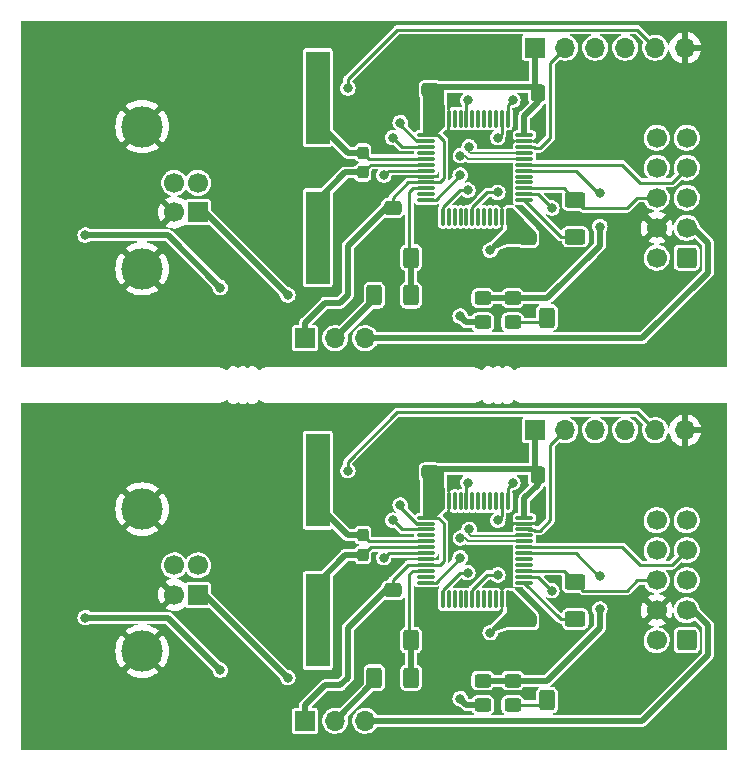
<source format=gtl>
%TF.GenerationSoftware,KiCad,Pcbnew,(6.0.2)*%
%TF.CreationDate,2023-02-28T18:47:33+01:00*%
%TF.ProjectId,st_link_diy_panel,73745f6c-696e-46b5-9f64-69795f70616e,rev?*%
%TF.SameCoordinates,Original*%
%TF.FileFunction,Copper,L1,Top*%
%TF.FilePolarity,Positive*%
%FSLAX46Y46*%
G04 Gerber Fmt 4.6, Leading zero omitted, Abs format (unit mm)*
G04 Created by KiCad (PCBNEW (6.0.2)) date 2023-02-28 18:47:33*
%MOMM*%
%LPD*%
G01*
G04 APERTURE LIST*
G04 Aperture macros list*
%AMRoundRect*
0 Rectangle with rounded corners*
0 $1 Rounding radius*
0 $2 $3 $4 $5 $6 $7 $8 $9 X,Y pos of 4 corners*
0 Add a 4 corners polygon primitive as box body*
4,1,4,$2,$3,$4,$5,$6,$7,$8,$9,$2,$3,0*
0 Add four circle primitives for the rounded corners*
1,1,$1+$1,$2,$3*
1,1,$1+$1,$4,$5*
1,1,$1+$1,$6,$7*
1,1,$1+$1,$8,$9*
0 Add four rect primitives between the rounded corners*
20,1,$1+$1,$2,$3,$4,$5,0*
20,1,$1+$1,$4,$5,$6,$7,0*
20,1,$1+$1,$6,$7,$8,$9,0*
20,1,$1+$1,$8,$9,$2,$3,0*%
G04 Aperture macros list end*
%TA.AperFunction,SMDPad,CuDef*%
%ADD10RoundRect,0.250000X-0.400000X-0.625000X0.400000X-0.625000X0.400000X0.625000X-0.400000X0.625000X0*%
%TD*%
%TA.AperFunction,SMDPad,CuDef*%
%ADD11RoundRect,0.237500X0.237500X-0.300000X0.237500X0.300000X-0.237500X0.300000X-0.237500X-0.300000X0*%
%TD*%
%TA.AperFunction,SMDPad,CuDef*%
%ADD12RoundRect,0.250000X0.450000X-0.325000X0.450000X0.325000X-0.450000X0.325000X-0.450000X-0.325000X0*%
%TD*%
%TA.AperFunction,SMDPad,CuDef*%
%ADD13RoundRect,0.250000X-0.625000X0.400000X-0.625000X-0.400000X0.625000X-0.400000X0.625000X0.400000X0*%
%TD*%
%TA.AperFunction,SMDPad,CuDef*%
%ADD14RoundRect,0.250000X0.475000X-0.337500X0.475000X0.337500X-0.475000X0.337500X-0.475000X-0.337500X0*%
%TD*%
%TA.AperFunction,ComponentPad*%
%ADD15R,1.700000X1.700000*%
%TD*%
%TA.AperFunction,ComponentPad*%
%ADD16O,1.700000X1.700000*%
%TD*%
%TA.AperFunction,SMDPad,CuDef*%
%ADD17RoundRect,0.250000X-0.450000X0.325000X-0.450000X-0.325000X0.450000X-0.325000X0.450000X0.325000X0*%
%TD*%
%TA.AperFunction,SMDPad,CuDef*%
%ADD18RoundRect,0.250000X0.400000X0.625000X-0.400000X0.625000X-0.400000X-0.625000X0.400000X-0.625000X0*%
%TD*%
%TA.AperFunction,SMDPad,CuDef*%
%ADD19RoundRect,0.250000X-0.475000X0.337500X-0.475000X-0.337500X0.475000X-0.337500X0.475000X0.337500X0*%
%TD*%
%TA.AperFunction,SMDPad,CuDef*%
%ADD20RoundRect,0.075000X-0.662500X-0.075000X0.662500X-0.075000X0.662500X0.075000X-0.662500X0.075000X0*%
%TD*%
%TA.AperFunction,SMDPad,CuDef*%
%ADD21RoundRect,0.075000X-0.075000X-0.662500X0.075000X-0.662500X0.075000X0.662500X-0.075000X0.662500X0*%
%TD*%
%TA.AperFunction,ComponentPad*%
%ADD22C,1.700000*%
%TD*%
%TA.AperFunction,ComponentPad*%
%ADD23C,3.500000*%
%TD*%
%TA.AperFunction,SMDPad,CuDef*%
%ADD24R,2.000000X7.875000*%
%TD*%
%TA.AperFunction,ComponentPad*%
%ADD25RoundRect,0.250000X0.600000X0.600000X-0.600000X0.600000X-0.600000X-0.600000X0.600000X-0.600000X0*%
%TD*%
%TA.AperFunction,SMDPad,CuDef*%
%ADD26RoundRect,0.250000X-0.337500X-0.475000X0.337500X-0.475000X0.337500X0.475000X-0.337500X0.475000X0*%
%TD*%
%TA.AperFunction,ViaPad*%
%ADD27C,0.800000*%
%TD*%
%TA.AperFunction,Conductor*%
%ADD28C,0.250000*%
%TD*%
%TA.AperFunction,Conductor*%
%ADD29C,0.200000*%
%TD*%
%TA.AperFunction,Conductor*%
%ADD30C,0.500000*%
%TD*%
G04 APERTURE END LIST*
D10*
%TO.P,R17,1*%
%TO.N,Net-(D2-Pad1)*%
X150215000Y-153670000D03*
%TO.P,R17,2*%
%TO.N,GND*%
X153315000Y-153670000D03*
%TD*%
D11*
%TO.P,C4,1*%
%TO.N,GND*%
X134620000Y-143102500D03*
%TO.P,C4,2*%
%TO.N,Net-(C4-Pad2)*%
X134620000Y-141377500D03*
%TD*%
D12*
%TO.P,D2,1,K*%
%TO.N,Net-(D2-Pad1)*%
X147320000Y-154060000D03*
%TO.P,D2,2,A*%
%TO.N,/LED*%
X147320000Y-152010000D03*
%TD*%
D13*
%TO.P,R12,1*%
%TO.N,/T_DIO*%
X152605000Y-143700000D03*
%TO.P,R12,2*%
%TO.N,Net-(R12-Pad2)*%
X152605000Y-146800000D03*
%TD*%
D14*
%TO.P,C8,1*%
%TO.N,+3V3*%
X140335000Y-134387500D03*
%TO.P,C8,2*%
%TO.N,GND*%
X140335000Y-132312500D03*
%TD*%
D15*
%TO.P,JP1,1,A*%
%TO.N,+3V3*%
X129745000Y-155410000D03*
D16*
%TO.P,JP1,2,C*%
%TO.N,Net-(JP1-Pad2)*%
X132285000Y-155410000D03*
%TO.P,JP1,3,B*%
%TO.N,/T_PWR*%
X134825000Y-155410000D03*
%TD*%
D17*
%TO.P,D1,1,K*%
%TO.N,/LED*%
X144780000Y-152010000D03*
%TO.P,D1,2,A*%
%TO.N,Net-(D1-Pad2)*%
X144780000Y-154060000D03*
%TD*%
D10*
%TO.P,R14,1*%
%TO.N,Net-(JP1-Pad2)*%
X135610000Y-151765000D03*
%TO.P,R14,2*%
%TO.N,Net-(R14-Pad2)*%
X138710000Y-151765000D03*
%TD*%
D18*
%TO.P,R15,1*%
%TO.N,Net-(R14-Pad2)*%
X138710000Y-148590000D03*
%TO.P,R15,2*%
%TO.N,GND*%
X135610000Y-148590000D03*
%TD*%
D19*
%TO.P,C6,1*%
%TO.N,+3V3*%
X137160000Y-144377500D03*
%TO.P,C6,2*%
%TO.N,GND*%
X137160000Y-146452500D03*
%TD*%
D20*
%TO.P,U2,1,VBAT*%
%TO.N,+3V3*%
X139982500Y-138220000D03*
%TO.P,U2,2,PC13*%
%TO.N,Net-(R10-Pad2)*%
X139982500Y-138720000D03*
%TO.P,U2,3,PC14*%
%TO.N,Net-(R11-Pad2)*%
X139982500Y-139220000D03*
%TO.P,U2,4,PC15*%
%TO.N,unconnected-(U2-Pad4)*%
X139982500Y-139720000D03*
%TO.P,U2,5,PD0*%
%TO.N,Net-(C3-Pad1)*%
X139982500Y-140220000D03*
%TO.P,U2,6,PD1*%
%TO.N,Net-(C4-Pad2)*%
X139982500Y-140720000D03*
%TO.P,U2,7,NRST*%
%TO.N,/NRST*%
X139982500Y-141220000D03*
%TO.P,U2,8,VSSA*%
%TO.N,GND*%
X139982500Y-141720000D03*
%TO.P,U2,9,VDDA*%
%TO.N,+3V3*%
X139982500Y-142220000D03*
%TO.P,U2,10,PA0*%
%TO.N,Net-(R14-Pad2)*%
X139982500Y-142720000D03*
%TO.P,U2,11,PA1*%
%TO.N,unconnected-(U2-Pad11)*%
X139982500Y-143220000D03*
%TO.P,U2,12,PA2*%
%TO.N,/T_TX*%
X139982500Y-143720000D03*
D21*
%TO.P,U2,13,PA3*%
%TO.N,/T_RX*%
X141395000Y-145132500D03*
%TO.P,U2,14,PA4*%
%TO.N,unconnected-(U2-Pad14)*%
X141895000Y-145132500D03*
%TO.P,U2,15,PA5*%
%TO.N,unconnected-(U2-Pad15)*%
X142395000Y-145132500D03*
%TO.P,U2,16,PA6*%
%TO.N,unconnected-(U2-Pad16)*%
X142895000Y-145132500D03*
%TO.P,U2,17,PA7*%
%TO.N,unconnected-(U2-Pad17)*%
X143395000Y-145132500D03*
%TO.P,U2,18,PB0*%
%TO.N,/T_RST*%
X143895000Y-145132500D03*
%TO.P,U2,19,PB1*%
%TO.N,unconnected-(U2-Pad19)*%
X144395000Y-145132500D03*
%TO.P,U2,20,PB2*%
%TO.N,unconnected-(U2-Pad20)*%
X144895000Y-145132500D03*
%TO.P,U2,21,PB10*%
%TO.N,unconnected-(U2-Pad21)*%
X145395000Y-145132500D03*
%TO.P,U2,22,PB11*%
%TO.N,unconnected-(U2-Pad22)*%
X145895000Y-145132500D03*
%TO.P,U2,23,VSS*%
%TO.N,GND*%
X146395000Y-145132500D03*
%TO.P,U2,24,VDD*%
%TO.N,+3V3*%
X146895000Y-145132500D03*
D20*
%TO.P,U2,25,PB12*%
%TO.N,Net-(R12-Pad2)*%
X148307500Y-143720000D03*
%TO.P,U2,26,PB13*%
%TO.N,/T_CLK*%
X148307500Y-143220000D03*
%TO.P,U2,27,PB14*%
%TO.N,/T_DIO*%
X148307500Y-142720000D03*
%TO.P,U2,28,PB15*%
%TO.N,unconnected-(U2-Pad28)*%
X148307500Y-142220000D03*
%TO.P,U2,29,PA8*%
%TO.N,unconnected-(U2-Pad29)*%
X148307500Y-141720000D03*
%TO.P,U2,30,PA9*%
%TO.N,/LED*%
X148307500Y-141220000D03*
%TO.P,U2,31,PA10*%
%TO.N,/T_SWO*%
X148307500Y-140720000D03*
%TO.P,U2,32,PA11*%
%TO.N,/USB_D-*%
X148307500Y-140220000D03*
%TO.P,U2,33,PA12*%
%TO.N,/USB_D+*%
X148307500Y-139720000D03*
%TO.P,U2,34,PA13*%
%TO.N,/DIO*%
X148307500Y-139220000D03*
%TO.P,U2,35,VSS*%
%TO.N,GND*%
X148307500Y-138720000D03*
%TO.P,U2,36,VDD*%
%TO.N,+3V3*%
X148307500Y-138220000D03*
D21*
%TO.P,U2,37,PA14*%
%TO.N,/CLK*%
X146895000Y-136807500D03*
%TO.P,U2,38,PA15*%
%TO.N,/USB_RENUM*%
X146395000Y-136807500D03*
%TO.P,U2,39,PB3*%
%TO.N,unconnected-(U2-Pad39)*%
X145895000Y-136807500D03*
%TO.P,U2,40,PB4*%
%TO.N,unconnected-(U2-Pad40)*%
X145395000Y-136807500D03*
%TO.P,U2,41,PB5*%
%TO.N,unconnected-(U2-Pad41)*%
X144895000Y-136807500D03*
%TO.P,U2,42,PB6*%
%TO.N,unconnected-(U2-Pad42)*%
X144395000Y-136807500D03*
%TO.P,U2,43,PB7*%
%TO.N,unconnected-(U2-Pad43)*%
X143895000Y-136807500D03*
%TO.P,U2,44,BOOT0*%
%TO.N,/BOOT0*%
X143395000Y-136807500D03*
%TO.P,U2,45,PB8*%
%TO.N,unconnected-(U2-Pad45)*%
X142895000Y-136807500D03*
%TO.P,U2,46,PB9*%
%TO.N,unconnected-(U2-Pad46)*%
X142395000Y-136807500D03*
%TO.P,U2,47,VSS*%
%TO.N,GND*%
X141895000Y-136807500D03*
%TO.P,U2,48,VDD*%
%TO.N,+3V3*%
X141395000Y-136807500D03*
%TD*%
D15*
%TO.P,J1,1,VBUS*%
%TO.N,+5V*%
X120650000Y-144760000D03*
D22*
%TO.P,J1,2,D-*%
%TO.N,/UD-*%
X120650000Y-142260000D03*
%TO.P,J1,3,D+*%
%TO.N,/UD+*%
X118650000Y-142260000D03*
%TO.P,J1,4,GND*%
%TO.N,GND*%
X118650000Y-144760000D03*
D23*
%TO.P,J1,5,Shield*%
X115940000Y-137490000D03*
X115940000Y-149530000D03*
%TD*%
D24*
%TO.P,Y1,1,1*%
%TO.N,Net-(C4-Pad2)*%
X130810000Y-146907500D03*
%TO.P,Y1,2,2*%
%TO.N,Net-(C3-Pad1)*%
X130810000Y-135032500D03*
%TD*%
D25*
%TO.P,J2,1,Pin_1*%
%TO.N,+5V*%
X162042500Y-148590000D03*
D22*
%TO.P,J2,2,Pin_2*%
%TO.N,+3V3*%
X159502500Y-148590000D03*
%TO.P,J2,3,Pin_3*%
%TO.N,/T_PWR*%
X162042500Y-146050000D03*
%TO.P,J2,4,Pin_4*%
%TO.N,GND*%
X159502500Y-146050000D03*
%TO.P,J2,5,Pin_5*%
%TO.N,/T_CLK*%
X162042500Y-143510000D03*
%TO.P,J2,6,Pin_6*%
%TO.N,/T_DIO*%
X159502500Y-143510000D03*
%TO.P,J2,7,Pin_7*%
%TO.N,/T_SWO*%
X162042500Y-140970000D03*
%TO.P,J2,8,Pin_8*%
%TO.N,/T_RST*%
X159502500Y-140970000D03*
%TO.P,J2,9,Pin_9*%
%TO.N,/T_TX*%
X162042500Y-138430000D03*
%TO.P,J2,10,Pin_10*%
%TO.N,/T_RX*%
X159502500Y-138430000D03*
%TD*%
D19*
%TO.P,C9,1*%
%TO.N,+3V3*%
X148590000Y-146917500D03*
%TO.P,C9,2*%
%TO.N,GND*%
X148590000Y-148992500D03*
%TD*%
D26*
%TO.P,C7,1*%
%TO.N,+3V3*%
X149457500Y-134620000D03*
%TO.P,C7,2*%
%TO.N,GND*%
X151532500Y-134620000D03*
%TD*%
D15*
%TO.P,J3,1,Pin_1*%
%TO.N,+3V3*%
X149225000Y-130810000D03*
D16*
%TO.P,J3,2,Pin_2*%
%TO.N,/DIO*%
X151765000Y-130810000D03*
%TO.P,J3,3,Pin_3*%
%TO.N,/CLK*%
X154305000Y-130810000D03*
%TO.P,J3,4,Pin_4*%
%TO.N,/BOOT0*%
X156845000Y-130810000D03*
%TO.P,J3,5,Pin_5*%
%TO.N,/NRST*%
X159385000Y-130810000D03*
%TO.P,J3,6,Pin_6*%
%TO.N,GND*%
X161925000Y-130810000D03*
%TD*%
D11*
%TO.P,C3,1*%
%TO.N,Net-(C3-Pad1)*%
X134620000Y-139700000D03*
%TO.P,C3,2*%
%TO.N,GND*%
X134620000Y-137975000D03*
%TD*%
%TO.P,C3,1*%
%TO.N,Net-(C3-Pad1)*%
X134620000Y-107315000D03*
%TO.P,C3,2*%
%TO.N,GND*%
X134620000Y-105590000D03*
%TD*%
D25*
%TO.P,J2,1,Pin_1*%
%TO.N,+5V*%
X162042500Y-116205000D03*
D22*
%TO.P,J2,2,Pin_2*%
%TO.N,+3V3*%
X159502500Y-116205000D03*
%TO.P,J2,3,Pin_3*%
%TO.N,/T_PWR*%
X162042500Y-113665000D03*
%TO.P,J2,4,Pin_4*%
%TO.N,GND*%
X159502500Y-113665000D03*
%TO.P,J2,5,Pin_5*%
%TO.N,/T_CLK*%
X162042500Y-111125000D03*
%TO.P,J2,6,Pin_6*%
%TO.N,/T_DIO*%
X159502500Y-111125000D03*
%TO.P,J2,7,Pin_7*%
%TO.N,/T_SWO*%
X162042500Y-108585000D03*
%TO.P,J2,8,Pin_8*%
%TO.N,/T_RST*%
X159502500Y-108585000D03*
%TO.P,J2,9,Pin_9*%
%TO.N,/T_TX*%
X162042500Y-106045000D03*
%TO.P,J2,10,Pin_10*%
%TO.N,/T_RX*%
X159502500Y-106045000D03*
%TD*%
D24*
%TO.P,Y1,1,1*%
%TO.N,Net-(C4-Pad2)*%
X130810000Y-114522500D03*
%TO.P,Y1,2,2*%
%TO.N,Net-(C3-Pad1)*%
X130810000Y-102647500D03*
%TD*%
D15*
%TO.P,J1,1,VBUS*%
%TO.N,+5V*%
X120650000Y-112375000D03*
D22*
%TO.P,J1,2,D-*%
%TO.N,/UD-*%
X120650000Y-109875000D03*
%TO.P,J1,3,D+*%
%TO.N,/UD+*%
X118650000Y-109875000D03*
%TO.P,J1,4,GND*%
%TO.N,GND*%
X118650000Y-112375000D03*
D23*
%TO.P,J1,5,Shield*%
X115940000Y-105105000D03*
X115940000Y-117145000D03*
%TD*%
D15*
%TO.P,J3,1,Pin_1*%
%TO.N,+3V3*%
X149225000Y-98425000D03*
D16*
%TO.P,J3,2,Pin_2*%
%TO.N,/DIO*%
X151765000Y-98425000D03*
%TO.P,J3,3,Pin_3*%
%TO.N,/CLK*%
X154305000Y-98425000D03*
%TO.P,J3,4,Pin_4*%
%TO.N,/BOOT0*%
X156845000Y-98425000D03*
%TO.P,J3,5,Pin_5*%
%TO.N,/NRST*%
X159385000Y-98425000D03*
%TO.P,J3,6,Pin_6*%
%TO.N,GND*%
X161925000Y-98425000D03*
%TD*%
D26*
%TO.P,C7,1*%
%TO.N,+3V3*%
X149457500Y-102235000D03*
%TO.P,C7,2*%
%TO.N,GND*%
X151532500Y-102235000D03*
%TD*%
D19*
%TO.P,C9,1*%
%TO.N,+3V3*%
X148590000Y-114532500D03*
%TO.P,C9,2*%
%TO.N,GND*%
X148590000Y-116607500D03*
%TD*%
D20*
%TO.P,U2,1,VBAT*%
%TO.N,+3V3*%
X139982500Y-105835000D03*
%TO.P,U2,2,PC13*%
%TO.N,Net-(R10-Pad2)*%
X139982500Y-106335000D03*
%TO.P,U2,3,PC14*%
%TO.N,Net-(R11-Pad2)*%
X139982500Y-106835000D03*
%TO.P,U2,4,PC15*%
%TO.N,unconnected-(U2-Pad4)*%
X139982500Y-107335000D03*
%TO.P,U2,5,PD0*%
%TO.N,Net-(C3-Pad1)*%
X139982500Y-107835000D03*
%TO.P,U2,6,PD1*%
%TO.N,Net-(C4-Pad2)*%
X139982500Y-108335000D03*
%TO.P,U2,7,NRST*%
%TO.N,/NRST*%
X139982500Y-108835000D03*
%TO.P,U2,8,VSSA*%
%TO.N,GND*%
X139982500Y-109335000D03*
%TO.P,U2,9,VDDA*%
%TO.N,+3V3*%
X139982500Y-109835000D03*
%TO.P,U2,10,PA0*%
%TO.N,Net-(R14-Pad2)*%
X139982500Y-110335000D03*
%TO.P,U2,11,PA1*%
%TO.N,unconnected-(U2-Pad11)*%
X139982500Y-110835000D03*
%TO.P,U2,12,PA2*%
%TO.N,/T_TX*%
X139982500Y-111335000D03*
D21*
%TO.P,U2,13,PA3*%
%TO.N,/T_RX*%
X141395000Y-112747500D03*
%TO.P,U2,14,PA4*%
%TO.N,unconnected-(U2-Pad14)*%
X141895000Y-112747500D03*
%TO.P,U2,15,PA5*%
%TO.N,unconnected-(U2-Pad15)*%
X142395000Y-112747500D03*
%TO.P,U2,16,PA6*%
%TO.N,unconnected-(U2-Pad16)*%
X142895000Y-112747500D03*
%TO.P,U2,17,PA7*%
%TO.N,unconnected-(U2-Pad17)*%
X143395000Y-112747500D03*
%TO.P,U2,18,PB0*%
%TO.N,/T_RST*%
X143895000Y-112747500D03*
%TO.P,U2,19,PB1*%
%TO.N,unconnected-(U2-Pad19)*%
X144395000Y-112747500D03*
%TO.P,U2,20,PB2*%
%TO.N,unconnected-(U2-Pad20)*%
X144895000Y-112747500D03*
%TO.P,U2,21,PB10*%
%TO.N,unconnected-(U2-Pad21)*%
X145395000Y-112747500D03*
%TO.P,U2,22,PB11*%
%TO.N,unconnected-(U2-Pad22)*%
X145895000Y-112747500D03*
%TO.P,U2,23,VSS*%
%TO.N,GND*%
X146395000Y-112747500D03*
%TO.P,U2,24,VDD*%
%TO.N,+3V3*%
X146895000Y-112747500D03*
D20*
%TO.P,U2,25,PB12*%
%TO.N,Net-(R12-Pad2)*%
X148307500Y-111335000D03*
%TO.P,U2,26,PB13*%
%TO.N,/T_CLK*%
X148307500Y-110835000D03*
%TO.P,U2,27,PB14*%
%TO.N,/T_DIO*%
X148307500Y-110335000D03*
%TO.P,U2,28,PB15*%
%TO.N,unconnected-(U2-Pad28)*%
X148307500Y-109835000D03*
%TO.P,U2,29,PA8*%
%TO.N,unconnected-(U2-Pad29)*%
X148307500Y-109335000D03*
%TO.P,U2,30,PA9*%
%TO.N,/LED*%
X148307500Y-108835000D03*
%TO.P,U2,31,PA10*%
%TO.N,/T_SWO*%
X148307500Y-108335000D03*
%TO.P,U2,32,PA11*%
%TO.N,/USB_D-*%
X148307500Y-107835000D03*
%TO.P,U2,33,PA12*%
%TO.N,/USB_D+*%
X148307500Y-107335000D03*
%TO.P,U2,34,PA13*%
%TO.N,/DIO*%
X148307500Y-106835000D03*
%TO.P,U2,35,VSS*%
%TO.N,GND*%
X148307500Y-106335000D03*
%TO.P,U2,36,VDD*%
%TO.N,+3V3*%
X148307500Y-105835000D03*
D21*
%TO.P,U2,37,PA14*%
%TO.N,/CLK*%
X146895000Y-104422500D03*
%TO.P,U2,38,PA15*%
%TO.N,/USB_RENUM*%
X146395000Y-104422500D03*
%TO.P,U2,39,PB3*%
%TO.N,unconnected-(U2-Pad39)*%
X145895000Y-104422500D03*
%TO.P,U2,40,PB4*%
%TO.N,unconnected-(U2-Pad40)*%
X145395000Y-104422500D03*
%TO.P,U2,41,PB5*%
%TO.N,unconnected-(U2-Pad41)*%
X144895000Y-104422500D03*
%TO.P,U2,42,PB6*%
%TO.N,unconnected-(U2-Pad42)*%
X144395000Y-104422500D03*
%TO.P,U2,43,PB7*%
%TO.N,unconnected-(U2-Pad43)*%
X143895000Y-104422500D03*
%TO.P,U2,44,BOOT0*%
%TO.N,/BOOT0*%
X143395000Y-104422500D03*
%TO.P,U2,45,PB8*%
%TO.N,unconnected-(U2-Pad45)*%
X142895000Y-104422500D03*
%TO.P,U2,46,PB9*%
%TO.N,unconnected-(U2-Pad46)*%
X142395000Y-104422500D03*
%TO.P,U2,47,VSS*%
%TO.N,GND*%
X141895000Y-104422500D03*
%TO.P,U2,48,VDD*%
%TO.N,+3V3*%
X141395000Y-104422500D03*
%TD*%
D19*
%TO.P,C6,1*%
%TO.N,+3V3*%
X137160000Y-111992500D03*
%TO.P,C6,2*%
%TO.N,GND*%
X137160000Y-114067500D03*
%TD*%
D18*
%TO.P,R15,1*%
%TO.N,Net-(R14-Pad2)*%
X138710000Y-116205000D03*
%TO.P,R15,2*%
%TO.N,GND*%
X135610000Y-116205000D03*
%TD*%
D10*
%TO.P,R14,1*%
%TO.N,Net-(JP1-Pad2)*%
X135610000Y-119380000D03*
%TO.P,R14,2*%
%TO.N,Net-(R14-Pad2)*%
X138710000Y-119380000D03*
%TD*%
D17*
%TO.P,D1,1,K*%
%TO.N,/LED*%
X144780000Y-119625000D03*
%TO.P,D1,2,A*%
%TO.N,Net-(D1-Pad2)*%
X144780000Y-121675000D03*
%TD*%
D15*
%TO.P,JP1,1,A*%
%TO.N,+3V3*%
X129745000Y-123025000D03*
D16*
%TO.P,JP1,2,C*%
%TO.N,Net-(JP1-Pad2)*%
X132285000Y-123025000D03*
%TO.P,JP1,3,B*%
%TO.N,/T_PWR*%
X134825000Y-123025000D03*
%TD*%
D11*
%TO.P,C4,1*%
%TO.N,GND*%
X134620000Y-110717500D03*
%TO.P,C4,2*%
%TO.N,Net-(C4-Pad2)*%
X134620000Y-108992500D03*
%TD*%
D14*
%TO.P,C8,1*%
%TO.N,+3V3*%
X140335000Y-102002500D03*
%TO.P,C8,2*%
%TO.N,GND*%
X140335000Y-99927500D03*
%TD*%
D13*
%TO.P,R12,1*%
%TO.N,/T_DIO*%
X152605000Y-111315000D03*
%TO.P,R12,2*%
%TO.N,Net-(R12-Pad2)*%
X152605000Y-114415000D03*
%TD*%
D10*
%TO.P,R17,1*%
%TO.N,Net-(D2-Pad1)*%
X150215000Y-121285000D03*
%TO.P,R17,2*%
%TO.N,GND*%
X153315000Y-121285000D03*
%TD*%
D12*
%TO.P,D2,1,K*%
%TO.N,Net-(D2-Pad1)*%
X147320000Y-121675000D03*
%TO.P,D2,2,A*%
%TO.N,/LED*%
X147320000Y-119625000D03*
%TD*%
D27*
%TO.N,Net-(R11-Pad2)*%
X137160000Y-138430000D03*
%TO.N,/USB_RENUM*%
X146050000Y-138430000D03*
%TO.N,Net-(R10-Pad2)*%
X137795000Y-137160000D03*
%TO.N,/USB_D-*%
X142884768Y-139944232D03*
%TO.N,/USB_D+*%
X143627232Y-139201768D03*
%TO.N,/CLK*%
X147320000Y-135255000D03*
%TO.N,/BOOT0*%
X143510000Y-135255000D03*
%TO.N,GND*%
X145415000Y-132080000D03*
%TO.N,/T_RX*%
X143510000Y-142875000D03*
%TO.N,/T_RST*%
X146050000Y-143057296D03*
%TO.N,/T_TX*%
X142875000Y-141605000D03*
%TO.N,/NRST*%
X136398000Y-141605000D03*
%TO.N,/T_CLK*%
X150622000Y-144399000D03*
%TO.N,+5V*%
X128270000Y-151765000D03*
%TO.N,Net-(D1-Pad2)*%
X142875000Y-153543000D03*
%TO.N,GND*%
X127406400Y-129819400D03*
X154940000Y-151714200D03*
X139801600Y-130530600D03*
X127431800Y-148539200D03*
%TO.N,/LED*%
X154686000Y-145960500D03*
%TO.N,+3V3*%
X111125000Y-146685000D03*
%TO.N,GND*%
X142875000Y-147193000D03*
%TO.N,/LED*%
X154686000Y-143129000D03*
%TO.N,GND*%
X127660400Y-134061200D03*
%TO.N,+3V3*%
X122555000Y-151130000D03*
%TO.N,GND*%
X106883200Y-138811000D03*
X122174000Y-148082000D03*
X159943800Y-134823200D03*
X150825200Y-148437600D03*
%TO.N,/NRST*%
X133350000Y-134239000D03*
%TO.N,GND*%
X163245800Y-152603200D03*
X119303800Y-138557000D03*
X147320000Y-132080000D03*
X127406400Y-156997400D03*
X125780800Y-142341600D03*
X109677200Y-148513800D03*
%TO.N,+3V3*%
X145415000Y-147955000D03*
%TO.N,GND*%
X109677200Y-116128800D03*
X159943800Y-102438200D03*
X139801600Y-98145600D03*
X145415000Y-99695000D03*
X142875000Y-114808000D03*
X127431800Y-116154200D03*
X154940000Y-119329200D03*
X125780800Y-109956600D03*
X127406400Y-124612400D03*
X127660400Y-101676200D03*
X147320000Y-99695000D03*
X127406400Y-97434400D03*
X119303800Y-106172000D03*
X163245800Y-120218200D03*
X150825200Y-116052600D03*
X122174000Y-115697000D03*
X106883200Y-106426000D03*
%TO.N,+3V3*%
X145415000Y-115570000D03*
X111125000Y-114300000D03*
X122555000Y-118745000D03*
%TO.N,/NRST*%
X136398000Y-109220000D03*
X133350000Y-101854000D03*
%TO.N,/LED*%
X154686000Y-110744000D03*
X154686000Y-113575500D03*
%TO.N,Net-(D1-Pad2)*%
X142875000Y-121158000D03*
%TO.N,+5V*%
X128270000Y-119380000D03*
%TO.N,/T_CLK*%
X150622000Y-112014000D03*
%TO.N,/T_TX*%
X142875000Y-109220000D03*
%TO.N,/T_RST*%
X146050000Y-110672296D03*
%TO.N,/T_RX*%
X143510000Y-110490000D03*
%TO.N,/CLK*%
X147320000Y-102870000D03*
%TO.N,/BOOT0*%
X143510000Y-102870000D03*
%TO.N,/USB_D+*%
X143627232Y-106816768D03*
%TO.N,/USB_D-*%
X142884768Y-107559232D03*
%TO.N,/USB_RENUM*%
X146050000Y-106045000D03*
%TO.N,Net-(R10-Pad2)*%
X137795000Y-104775000D03*
%TO.N,Net-(R11-Pad2)*%
X137160000Y-106045000D03*
%TD*%
D28*
%TO.N,Net-(JP1-Pad2)*%
X135610000Y-151765000D02*
X135610000Y-152085000D01*
%TO.N,Net-(R14-Pad2)*%
X138557000Y-148437000D02*
X138710000Y-148590000D01*
D29*
%TO.N,/USB_D-*%
X148282501Y-140195001D02*
X143559802Y-140195001D01*
X143309033Y-139944232D02*
X142884768Y-139944232D01*
D30*
%TO.N,Net-(R14-Pad2)*%
X138710000Y-148590000D02*
X138710000Y-151765000D01*
D28*
X138557000Y-143002000D02*
X138557000Y-148437000D01*
X138839000Y-142720000D02*
X138557000Y-143002000D01*
%TO.N,Net-(R10-Pad2)*%
X139179994Y-138720000D02*
X137795000Y-137335006D01*
%TO.N,Net-(R14-Pad2)*%
X139982500Y-142720000D02*
X138839000Y-142720000D01*
%TO.N,Net-(R12-Pad2)*%
X152605000Y-146800000D02*
X151387500Y-146800000D01*
X151387500Y-146800000D02*
X148307500Y-143720000D01*
%TO.N,Net-(R11-Pad2)*%
X139982500Y-139220000D02*
X137950000Y-139220000D01*
D29*
%TO.N,/USB_D-*%
X143559802Y-140195001D02*
X143309033Y-139944232D01*
D28*
%TO.N,Net-(R10-Pad2)*%
X139982500Y-138720000D02*
X139179994Y-138720000D01*
%TO.N,/USB_RENUM*%
X146395000Y-138085000D02*
X146050000Y-138430000D01*
D30*
%TO.N,Net-(JP1-Pad2)*%
X135610000Y-152085000D02*
X132285000Y-155410000D01*
D28*
%TO.N,Net-(R11-Pad2)*%
X137950000Y-139220000D02*
X137160000Y-138430000D01*
%TO.N,Net-(R10-Pad2)*%
X137795000Y-137335006D02*
X137795000Y-137160000D01*
D29*
%TO.N,/USB_D+*%
X143746198Y-139744999D02*
X143627232Y-139626033D01*
X148282501Y-139744999D02*
X143746198Y-139744999D01*
D28*
%TO.N,/USB_RENUM*%
X146395000Y-136807500D02*
X146395000Y-138085000D01*
D29*
%TO.N,/USB_D+*%
X143627232Y-139626033D02*
X143627232Y-139201768D01*
%TO.N,/USB_D-*%
X148307500Y-140220000D02*
X148282501Y-140195001D01*
D30*
%TO.N,/T_PWR*%
X162042500Y-146050000D02*
X162560000Y-146050000D01*
D28*
%TO.N,/T_SWO*%
X148307500Y-140720000D02*
X156595000Y-140720000D01*
%TO.N,/T_RX*%
X142849994Y-142875000D02*
X141395000Y-144329994D01*
%TO.N,/CLK*%
X146895000Y-135680000D02*
X147320000Y-135255000D01*
%TO.N,/DIO*%
X151765000Y-130810000D02*
X150495000Y-132080000D01*
%TO.N,/T_SWO*%
X158115000Y-142240000D02*
X160772500Y-142240000D01*
D30*
%TO.N,/T_PWR*%
X158280000Y-155410000D02*
X134825000Y-155410000D01*
D28*
%TO.N,/T_RX*%
X143510000Y-142875000D02*
X142849994Y-142875000D01*
%TO.N,/BOOT0*%
X143395000Y-135370000D02*
X143510000Y-135255000D01*
%TO.N,/T_DIO*%
X159502500Y-143510000D02*
X157861000Y-143510000D01*
X153304000Y-144399000D02*
X152605000Y-143700000D01*
%TO.N,/DIO*%
X149604511Y-139320489D02*
X149210495Y-139320489D01*
%TO.N,/T_RST*%
X143895000Y-144329994D02*
X143895000Y-145132500D01*
%TO.N,/T_DIO*%
X156972000Y-144399000D02*
X153304000Y-144399000D01*
%TO.N,/T_SWO*%
X156595000Y-140720000D02*
X158115000Y-142240000D01*
D30*
%TO.N,/T_PWR*%
X162560000Y-146050000D02*
X163830000Y-147320000D01*
D28*
%TO.N,/T_CLK*%
X149443000Y-143220000D02*
X148307500Y-143220000D01*
%TO.N,/BOOT0*%
X143395000Y-136807500D02*
X143395000Y-135370000D01*
%TO.N,/T_RST*%
X146050000Y-143057296D02*
X145167698Y-143057296D01*
%TO.N,/T_TX*%
X142875000Y-141630006D02*
X140785006Y-143720000D01*
%TO.N,/T_RST*%
X145167698Y-143057296D02*
X143895000Y-144329994D01*
%TO.N,/T_TX*%
X142875000Y-141605000D02*
X142875000Y-141630006D01*
%TO.N,/T_SWO*%
X160772500Y-142240000D02*
X162042500Y-140970000D01*
%TO.N,/T_CLK*%
X150622000Y-144399000D02*
X149443000Y-143220000D01*
%TO.N,/CLK*%
X146895000Y-136807500D02*
X146895000Y-135680000D01*
%TO.N,/T_RX*%
X141395000Y-144329994D02*
X141395000Y-145132500D01*
%TO.N,/DIO*%
X150495000Y-132080000D02*
X150495000Y-138430000D01*
X149210495Y-139320489D02*
X149135486Y-139245480D01*
X150495000Y-138430000D02*
X149604511Y-139320489D01*
X149135486Y-139245480D02*
X148590000Y-139245480D01*
%TO.N,/T_TX*%
X140785006Y-143720000D02*
X139982500Y-143720000D01*
D30*
%TO.N,/T_PWR*%
X163830000Y-149860000D02*
X158280000Y-155410000D01*
D28*
%TO.N,/T_DIO*%
X148307500Y-142720000D02*
X151625000Y-142720000D01*
X157861000Y-143510000D02*
X156972000Y-144399000D01*
X151625000Y-142720000D02*
X152605000Y-143700000D01*
D30*
%TO.N,Net-(D1-Pad2)*%
X142875000Y-153543000D02*
X143392000Y-154060000D01*
D28*
%TO.N,/LED*%
X154686000Y-143129000D02*
X154559000Y-143129000D01*
%TO.N,Net-(D2-Pad1)*%
X147329000Y-154051000D02*
X147320000Y-154060000D01*
D30*
%TO.N,+5V*%
X128270000Y-151765000D02*
X121265000Y-144760000D01*
%TO.N,Net-(D1-Pad2)*%
X143392000Y-154060000D02*
X144780000Y-154060000D01*
D28*
%TO.N,/LED*%
X154559000Y-143129000D02*
X152650000Y-141220000D01*
D30*
%TO.N,+5V*%
X121265000Y-144760000D02*
X120650000Y-144760000D01*
%TO.N,/LED*%
X150250000Y-152010000D02*
X147320000Y-152010000D01*
D28*
%TO.N,Net-(D2-Pad1)*%
X149834000Y-154051000D02*
X147329000Y-154051000D01*
D30*
%TO.N,/T_PWR*%
X163830000Y-147320000D02*
X163830000Y-149860000D01*
D28*
%TO.N,/LED*%
X152650000Y-141220000D02*
X148307500Y-141220000D01*
D30*
X154686000Y-145960500D02*
X154686000Y-147574000D01*
D28*
%TO.N,/NRST*%
X133350000Y-133477000D02*
X133350000Y-134239000D01*
D30*
%TO.N,/LED*%
X154686000Y-147574000D02*
X150250000Y-152010000D01*
X147320000Y-152010000D02*
X144780000Y-152010000D01*
D28*
%TO.N,/NRST*%
X137541000Y-129286000D02*
X133350000Y-133477000D01*
%TO.N,Net-(D2-Pad1)*%
X150215000Y-153670000D02*
X149834000Y-154051000D01*
%TO.N,+3V3*%
X145415000Y-147955000D02*
X146452500Y-146917500D01*
%TO.N,Net-(C3-Pad1)*%
X135140000Y-140220000D02*
X134620000Y-139700000D01*
D30*
%TO.N,+3V3*%
X148307500Y-136560500D02*
X148307500Y-138120480D01*
X149225000Y-130810000D02*
X149225000Y-134387500D01*
D28*
X137160000Y-143510000D02*
X137160000Y-144377500D01*
%TO.N,Net-(C4-Pad2)*%
X139982500Y-140720000D02*
X135277500Y-140720000D01*
D30*
X133146250Y-141377500D02*
X130810000Y-143713750D01*
X134620000Y-141377500D02*
X133146250Y-141377500D01*
%TO.N,+3V3*%
X129745000Y-154100000D02*
X129745000Y-155410000D01*
D28*
X140335000Y-134387500D02*
X140335000Y-137867500D01*
D30*
X133350000Y-147574000D02*
X133350000Y-151765000D01*
D28*
X141117000Y-142220000D02*
X139982500Y-142220000D01*
D30*
X149457500Y-135410500D02*
X148307500Y-136560500D01*
D28*
X139982500Y-138220000D02*
X141014000Y-138220000D01*
X141478000Y-138684000D02*
X141478000Y-141859000D01*
D30*
X132715000Y-152400000D02*
X131445000Y-152400000D01*
X133350000Y-151765000D02*
X132715000Y-152400000D01*
D28*
X140335000Y-134387500D02*
X140610500Y-134112000D01*
D30*
X111125000Y-146685000D02*
X118110000Y-146685000D01*
D28*
%TO.N,Net-(C3-Pad1)*%
X139982500Y-140220000D02*
X135140000Y-140220000D01*
X130810000Y-137160000D02*
X130810000Y-135032500D01*
D30*
%TO.N,+3V3*%
X140610500Y-134112000D02*
X148949500Y-134112000D01*
%TO.N,Net-(C3-Pad1)*%
X134620000Y-139700000D02*
X133350000Y-139700000D01*
D28*
%TO.N,+3V3*%
X140335000Y-134387500D02*
X140335000Y-134620000D01*
X140335000Y-137867500D02*
X139982500Y-138220000D01*
X148822500Y-146917500D02*
X148590000Y-146917500D01*
X139982500Y-142220000D02*
X138450000Y-142220000D01*
X146452500Y-146917500D02*
X148590000Y-146917500D01*
D30*
X149457500Y-134620000D02*
X149457500Y-135410500D01*
D28*
X140335000Y-134620000D02*
X141395000Y-135680000D01*
D30*
X131445000Y-152400000D02*
X129745000Y-154100000D01*
D28*
X140007980Y-138245480D02*
X139982500Y-138220000D01*
X141014000Y-138220000D02*
X141478000Y-138684000D01*
X137160000Y-144377500D02*
X136927500Y-144377500D01*
D30*
X136927500Y-144377500D02*
X136546500Y-144377500D01*
X136546500Y-144377500D02*
X133350000Y-147574000D01*
D28*
X141478000Y-141859000D02*
X141117000Y-142220000D01*
X141395000Y-135680000D02*
X141395000Y-136807500D01*
%TO.N,Net-(C4-Pad2)*%
X130810000Y-143713750D02*
X130810000Y-146907500D01*
%TO.N,+3V3*%
X149225000Y-134387500D02*
X149457500Y-134620000D01*
D30*
%TO.N,Net-(C3-Pad1)*%
X133350000Y-139700000D02*
X130810000Y-137160000D01*
D28*
%TO.N,+3V3*%
X138450000Y-142220000D02*
X137160000Y-143510000D01*
X141395000Y-136807500D02*
X141395000Y-137370000D01*
D30*
X118110000Y-146685000D02*
X122555000Y-151130000D01*
D28*
X146895000Y-146475000D02*
X146452500Y-146917500D01*
X146895000Y-145132500D02*
X146895000Y-146475000D01*
X148590000Y-146917500D02*
X148590000Y-146827500D01*
D30*
X148949500Y-134112000D02*
X149225000Y-134387500D01*
D28*
%TO.N,Net-(C4-Pad2)*%
X135277500Y-140720000D02*
X134620000Y-141377500D01*
%TO.N,/NRST*%
X136525000Y-141515500D02*
X136820500Y-141220000D01*
X140589000Y-129286000D02*
X157861000Y-129286000D01*
X136820500Y-141220000D02*
X139982500Y-141220000D01*
X136487500Y-141515500D02*
X136398000Y-141605000D01*
X157861000Y-129286000D02*
X159385000Y-130810000D01*
X140589000Y-129286000D02*
X137541000Y-129286000D01*
X136525000Y-141515500D02*
X136487500Y-141515500D01*
%TO.N,+3V3*%
X138450000Y-109835000D02*
X137160000Y-111125000D01*
D30*
X148949500Y-101727000D02*
X149225000Y-102002500D01*
D28*
X146895000Y-112747500D02*
X146895000Y-114090000D01*
X148590000Y-114532500D02*
X148590000Y-114442500D01*
D30*
X118110000Y-114300000D02*
X122555000Y-118745000D01*
D28*
X146895000Y-114090000D02*
X146452500Y-114532500D01*
X141395000Y-104422500D02*
X141395000Y-104985000D01*
X140335000Y-102235000D02*
X141395000Y-103295000D01*
X141395000Y-103295000D02*
X141395000Y-104422500D01*
D30*
X149225000Y-98425000D02*
X149225000Y-102002500D01*
D28*
X140335000Y-102002500D02*
X140610500Y-101727000D01*
X137160000Y-111125000D02*
X137160000Y-111992500D01*
X140335000Y-105482500D02*
X139982500Y-105835000D01*
X139982500Y-105835000D02*
X141014000Y-105835000D01*
D30*
X148307500Y-104175500D02*
X148307500Y-105735480D01*
D28*
X148822500Y-114532500D02*
X148590000Y-114532500D01*
X140007980Y-105860480D02*
X139982500Y-105835000D01*
X141478000Y-109474000D02*
X141117000Y-109835000D01*
D30*
X149457500Y-102235000D02*
X149457500Y-103025500D01*
D28*
X146452500Y-114532500D02*
X148590000Y-114532500D01*
D30*
X133350000Y-119380000D02*
X132715000Y-120015000D01*
D28*
X140335000Y-102002500D02*
X140335000Y-102235000D01*
X149225000Y-102002500D02*
X149457500Y-102235000D01*
D30*
X133350000Y-115189000D02*
X133350000Y-119380000D01*
X131445000Y-120015000D02*
X129745000Y-121715000D01*
X132715000Y-120015000D02*
X131445000Y-120015000D01*
D28*
X140335000Y-102002500D02*
X140335000Y-105482500D01*
D30*
X111125000Y-114300000D02*
X118110000Y-114300000D01*
X149457500Y-103025500D02*
X148307500Y-104175500D01*
D28*
X145415000Y-115570000D02*
X146452500Y-114532500D01*
D30*
X136546500Y-111992500D02*
X133350000Y-115189000D01*
X140610500Y-101727000D02*
X148949500Y-101727000D01*
D28*
X139982500Y-109835000D02*
X138450000Y-109835000D01*
D30*
X136927500Y-111992500D02*
X136546500Y-111992500D01*
D28*
X141014000Y-105835000D02*
X141478000Y-106299000D01*
X141478000Y-106299000D02*
X141478000Y-109474000D01*
X137160000Y-111992500D02*
X136927500Y-111992500D01*
X141117000Y-109835000D02*
X139982500Y-109835000D01*
D30*
X129745000Y-121715000D02*
X129745000Y-123025000D01*
%TO.N,Net-(C3-Pad1)*%
X134620000Y-107315000D02*
X133350000Y-107315000D01*
D28*
X135140000Y-107835000D02*
X134620000Y-107315000D01*
X130810000Y-104775000D02*
X130810000Y-102647500D01*
D30*
X133350000Y-107315000D02*
X130810000Y-104775000D01*
D28*
X139982500Y-107835000D02*
X135140000Y-107835000D01*
D30*
%TO.N,Net-(C4-Pad2)*%
X134620000Y-108992500D02*
X133146250Y-108992500D01*
X133146250Y-108992500D02*
X130810000Y-111328750D01*
D28*
X130810000Y-111328750D02*
X130810000Y-114522500D01*
X139982500Y-108335000D02*
X135277500Y-108335000D01*
X135277500Y-108335000D02*
X134620000Y-108992500D01*
%TO.N,/NRST*%
X136525000Y-109130500D02*
X136487500Y-109130500D01*
X140589000Y-96901000D02*
X157861000Y-96901000D01*
X140589000Y-96901000D02*
X137541000Y-96901000D01*
X157861000Y-96901000D02*
X159385000Y-98425000D01*
X136487500Y-109130500D02*
X136398000Y-109220000D01*
X136525000Y-109130500D02*
X136820500Y-108835000D01*
X136820500Y-108835000D02*
X139982500Y-108835000D01*
X133350000Y-101092000D02*
X133350000Y-101854000D01*
X137541000Y-96901000D02*
X133350000Y-101092000D01*
%TO.N,/LED*%
X154686000Y-110744000D02*
X154559000Y-110744000D01*
D30*
X147320000Y-119625000D02*
X144780000Y-119625000D01*
X154686000Y-115189000D02*
X150250000Y-119625000D01*
D28*
X152650000Y-108835000D02*
X148307500Y-108835000D01*
D30*
X154686000Y-113575500D02*
X154686000Y-115189000D01*
D28*
X154559000Y-110744000D02*
X152650000Y-108835000D01*
D30*
X150250000Y-119625000D02*
X147320000Y-119625000D01*
%TO.N,Net-(D1-Pad2)*%
X142875000Y-121158000D02*
X143392000Y-121675000D01*
X143392000Y-121675000D02*
X144780000Y-121675000D01*
D28*
%TO.N,Net-(D2-Pad1)*%
X149834000Y-121666000D02*
X147329000Y-121666000D01*
X147329000Y-121666000D02*
X147320000Y-121675000D01*
X150215000Y-121285000D02*
X149834000Y-121666000D01*
D30*
%TO.N,+5V*%
X121265000Y-112375000D02*
X120650000Y-112375000D01*
X128270000Y-119380000D02*
X121265000Y-112375000D01*
%TO.N,/T_PWR*%
X163830000Y-114935000D02*
X163830000Y-117475000D01*
X162042500Y-113665000D02*
X162560000Y-113665000D01*
X158280000Y-123025000D02*
X134825000Y-123025000D01*
X162560000Y-113665000D02*
X163830000Y-114935000D01*
X163830000Y-117475000D02*
X158280000Y-123025000D01*
D28*
%TO.N,/T_CLK*%
X149443000Y-110835000D02*
X148307500Y-110835000D01*
X150622000Y-112014000D02*
X149443000Y-110835000D01*
%TO.N,/T_SWO*%
X160772500Y-109855000D02*
X162042500Y-108585000D01*
X158115000Y-109855000D02*
X160772500Y-109855000D01*
X156595000Y-108335000D02*
X158115000Y-109855000D01*
X148307500Y-108335000D02*
X156595000Y-108335000D01*
%TO.N,/T_TX*%
X142875000Y-109220000D02*
X142875000Y-109245006D01*
X140785006Y-111335000D02*
X139982500Y-111335000D01*
X142875000Y-109245006D02*
X140785006Y-111335000D01*
%TO.N,/T_DIO*%
X156972000Y-112014000D02*
X153304000Y-112014000D01*
X148307500Y-110335000D02*
X151625000Y-110335000D01*
X151625000Y-110335000D02*
X152605000Y-111315000D01*
X153304000Y-112014000D02*
X152605000Y-111315000D01*
X159502500Y-111125000D02*
X157861000Y-111125000D01*
X157861000Y-111125000D02*
X156972000Y-112014000D01*
%TO.N,/T_RST*%
X145167698Y-110672296D02*
X143895000Y-111944994D01*
X143895000Y-111944994D02*
X143895000Y-112747500D01*
X146050000Y-110672296D02*
X145167698Y-110672296D01*
%TO.N,/T_RX*%
X142849994Y-110490000D02*
X141395000Y-111944994D01*
X141395000Y-111944994D02*
X141395000Y-112747500D01*
X143510000Y-110490000D02*
X142849994Y-110490000D01*
%TO.N,/DIO*%
X150495000Y-99695000D02*
X150495000Y-106045000D01*
X150495000Y-106045000D02*
X149604511Y-106935489D01*
X149135486Y-106860480D02*
X148590000Y-106860480D01*
X151765000Y-98425000D02*
X150495000Y-99695000D01*
X149604511Y-106935489D02*
X149210495Y-106935489D01*
X149210495Y-106935489D02*
X149135486Y-106860480D01*
%TO.N,/CLK*%
X146895000Y-103295000D02*
X147320000Y-102870000D01*
X146895000Y-104422500D02*
X146895000Y-103295000D01*
%TO.N,/BOOT0*%
X143395000Y-104422500D02*
X143395000Y-102985000D01*
X143395000Y-102985000D02*
X143510000Y-102870000D01*
%TO.N,Net-(JP1-Pad2)*%
X135610000Y-119380000D02*
X135610000Y-119700000D01*
D30*
X135610000Y-119700000D02*
X132285000Y-123025000D01*
D29*
%TO.N,/USB_D+*%
X143746198Y-107359999D02*
X143627232Y-107241033D01*
X148282501Y-107359999D02*
X143746198Y-107359999D01*
X143627232Y-107241033D02*
X143627232Y-106816768D01*
%TO.N,/USB_D-*%
X143559802Y-107810001D02*
X143309033Y-107559232D01*
X143309033Y-107559232D02*
X142884768Y-107559232D01*
X148282501Y-107810001D02*
X143559802Y-107810001D01*
X148307500Y-107835000D02*
X148282501Y-107810001D01*
D28*
%TO.N,/USB_RENUM*%
X146395000Y-105700000D02*
X146050000Y-106045000D01*
X146395000Y-104422500D02*
X146395000Y-105700000D01*
%TO.N,Net-(R10-Pad2)*%
X137795000Y-104950006D02*
X137795000Y-104775000D01*
X139179994Y-106335000D02*
X137795000Y-104950006D01*
X139982500Y-106335000D02*
X139179994Y-106335000D01*
%TO.N,Net-(R11-Pad2)*%
X137950000Y-106835000D02*
X137160000Y-106045000D01*
X139982500Y-106835000D02*
X137950000Y-106835000D01*
%TO.N,Net-(R12-Pad2)*%
X151387500Y-114415000D02*
X148307500Y-111335000D01*
X152605000Y-114415000D02*
X151387500Y-114415000D01*
%TO.N,Net-(R14-Pad2)*%
X139982500Y-110335000D02*
X138839000Y-110335000D01*
X138839000Y-110335000D02*
X138557000Y-110617000D01*
X138557000Y-116052000D02*
X138710000Y-116205000D01*
X138557000Y-110617000D02*
X138557000Y-116052000D01*
D30*
X138710000Y-116205000D02*
X138710000Y-119380000D01*
%TD*%
%TA.AperFunction,Conductor*%
%TO.N,+3V3*%
G36*
X147338519Y-112033754D02*
G01*
X149208096Y-114027969D01*
X149225000Y-114070715D01*
X149225000Y-114999500D01*
X149206694Y-115043694D01*
X149162500Y-115062000D01*
X146812000Y-115062000D01*
X146806743Y-115063972D01*
X146806740Y-115063972D01*
X145833681Y-115428869D01*
X145785873Y-115427246D01*
X145767542Y-115414542D01*
X145584140Y-115231140D01*
X145565834Y-115186946D01*
X145582088Y-115144904D01*
X146581091Y-114046000D01*
X146812000Y-113792000D01*
X146812000Y-112076500D01*
X146830306Y-112032306D01*
X146874500Y-112014000D01*
X147292923Y-112014000D01*
X147338519Y-112033754D01*
G37*
%TD.AperFunction*%
%TD*%
%TA.AperFunction,Conductor*%
%TO.N,+3V3*%
G36*
X141459694Y-101491306D02*
G01*
X141478000Y-101535500D01*
X141478000Y-105130112D01*
X141459694Y-105174306D01*
X140734306Y-105899694D01*
X140690112Y-105918000D01*
X139762500Y-105918000D01*
X139718306Y-105899694D01*
X139700000Y-105855500D01*
X139700000Y-101535500D01*
X139718306Y-101491306D01*
X139762500Y-101473000D01*
X141415500Y-101473000D01*
X141459694Y-101491306D01*
G37*
%TD.AperFunction*%
%TD*%
%TA.AperFunction,Conductor*%
%TO.N,GND*%
G36*
X165462694Y-96157306D02*
G01*
X165481000Y-96201500D01*
X165481000Y-125413500D01*
X165462694Y-125457694D01*
X165418500Y-125476000D01*
X148510191Y-125476000D01*
X148500789Y-125474599D01*
X148500777Y-125474716D01*
X148494652Y-125474103D01*
X148488769Y-125472309D01*
X148484867Y-125472687D01*
X148426885Y-125471310D01*
X148258304Y-125467308D01*
X148258299Y-125467308D01*
X148255930Y-125467252D01*
X148124060Y-125484241D01*
X148027341Y-125496701D01*
X148027340Y-125496701D01*
X148024982Y-125497005D01*
X148022698Y-125497662D01*
X148022692Y-125497663D01*
X147810154Y-125558775D01*
X147801192Y-125561352D01*
X147799033Y-125562347D01*
X147591866Y-125657820D01*
X147591863Y-125657822D01*
X147589712Y-125658813D01*
X147587737Y-125660117D01*
X147587736Y-125660118D01*
X147497598Y-125719652D01*
X147463153Y-125730000D01*
X147372132Y-125730000D01*
X147327938Y-125711694D01*
X147315947Y-125694280D01*
X147315261Y-125691879D01*
X147238147Y-125569661D01*
X147234815Y-125566718D01*
X147234813Y-125566716D01*
X147133167Y-125476946D01*
X147133166Y-125476946D01*
X147129830Y-125473999D01*
X147110524Y-125464935D01*
X147003049Y-125414475D01*
X147003046Y-125414474D01*
X146999018Y-125412583D01*
X146987561Y-125410799D01*
X146978871Y-125409446D01*
X146889303Y-125395500D01*
X146813774Y-125395500D01*
X146751104Y-125404475D01*
X146711353Y-125410168D01*
X146711352Y-125410168D01*
X146706948Y-125410799D01*
X146702898Y-125412640D01*
X146702896Y-125412641D01*
X146579448Y-125468769D01*
X146579447Y-125468770D01*
X146575395Y-125470612D01*
X146572025Y-125473516D01*
X146572020Y-125473519D01*
X146490461Y-125543795D01*
X146445032Y-125558775D01*
X146408291Y-125543293D01*
X146333167Y-125476946D01*
X146333166Y-125476946D01*
X146329830Y-125473999D01*
X146310524Y-125464935D01*
X146203049Y-125414475D01*
X146203046Y-125414474D01*
X146199018Y-125412583D01*
X146187561Y-125410799D01*
X146178871Y-125409446D01*
X146089303Y-125395500D01*
X146013774Y-125395500D01*
X145951104Y-125404475D01*
X145911353Y-125410168D01*
X145911352Y-125410168D01*
X145906948Y-125410799D01*
X145902898Y-125412640D01*
X145902896Y-125412641D01*
X145779448Y-125468769D01*
X145779447Y-125468770D01*
X145775395Y-125470612D01*
X145772025Y-125473516D01*
X145772020Y-125473519D01*
X145690461Y-125543795D01*
X145645032Y-125558775D01*
X145608291Y-125543293D01*
X145533167Y-125476946D01*
X145533166Y-125476946D01*
X145529830Y-125473999D01*
X145510524Y-125464935D01*
X145403049Y-125414475D01*
X145403046Y-125414474D01*
X145399018Y-125412583D01*
X145387561Y-125410799D01*
X145378871Y-125409446D01*
X145289303Y-125395500D01*
X145213774Y-125395500D01*
X145151104Y-125404475D01*
X145111353Y-125410168D01*
X145111352Y-125410168D01*
X145106948Y-125410799D01*
X145102898Y-125412640D01*
X145102896Y-125412641D01*
X144979448Y-125468769D01*
X144979447Y-125468770D01*
X144975395Y-125470612D01*
X144972027Y-125473514D01*
X144972024Y-125473516D01*
X144891045Y-125543293D01*
X144865918Y-125564944D01*
X144863499Y-125568676D01*
X144789736Y-125682477D01*
X144789734Y-125682480D01*
X144787317Y-125686210D01*
X144786043Y-125690472D01*
X144784544Y-125693715D01*
X144749390Y-125726156D01*
X144727808Y-125730000D01*
X144636847Y-125730000D01*
X144602402Y-125719652D01*
X144512264Y-125660118D01*
X144512263Y-125660117D01*
X144510288Y-125658813D01*
X144508137Y-125657822D01*
X144508134Y-125657820D01*
X144300967Y-125562347D01*
X144298808Y-125561352D01*
X144289846Y-125558775D01*
X144077308Y-125497663D01*
X144077302Y-125497662D01*
X144075018Y-125497005D01*
X144072660Y-125496701D01*
X144072659Y-125496701D01*
X143975940Y-125484241D01*
X143844070Y-125467252D01*
X143841701Y-125467308D01*
X143841696Y-125467308D01*
X143745595Y-125469590D01*
X143615133Y-125472687D01*
X143611231Y-125472309D01*
X143605348Y-125474103D01*
X143599223Y-125474716D01*
X143599211Y-125474599D01*
X143589809Y-125476000D01*
X126920191Y-125476000D01*
X126910789Y-125474599D01*
X126910777Y-125474716D01*
X126904652Y-125474103D01*
X126898769Y-125472309D01*
X126894867Y-125472687D01*
X126836885Y-125471310D01*
X126668304Y-125467308D01*
X126668299Y-125467308D01*
X126665930Y-125467252D01*
X126534060Y-125484241D01*
X126437341Y-125496701D01*
X126437340Y-125496701D01*
X126434982Y-125497005D01*
X126432698Y-125497662D01*
X126432692Y-125497663D01*
X126220154Y-125558775D01*
X126211192Y-125561352D01*
X126209033Y-125562347D01*
X126001866Y-125657820D01*
X126001863Y-125657822D01*
X125999712Y-125658813D01*
X125997737Y-125660117D01*
X125997736Y-125660118D01*
X125907598Y-125719652D01*
X125873153Y-125730000D01*
X125782132Y-125730000D01*
X125737938Y-125711694D01*
X125725947Y-125694280D01*
X125725261Y-125691879D01*
X125648147Y-125569661D01*
X125644815Y-125566718D01*
X125644813Y-125566716D01*
X125543167Y-125476946D01*
X125543166Y-125476946D01*
X125539830Y-125473999D01*
X125520524Y-125464935D01*
X125413049Y-125414475D01*
X125413046Y-125414474D01*
X125409018Y-125412583D01*
X125397561Y-125410799D01*
X125388871Y-125409446D01*
X125299303Y-125395500D01*
X125223774Y-125395500D01*
X125161104Y-125404475D01*
X125121353Y-125410168D01*
X125121352Y-125410168D01*
X125116948Y-125410799D01*
X125112898Y-125412640D01*
X125112896Y-125412641D01*
X124989448Y-125468769D01*
X124989447Y-125468770D01*
X124985395Y-125470612D01*
X124982025Y-125473516D01*
X124982020Y-125473519D01*
X124900461Y-125543795D01*
X124855032Y-125558775D01*
X124818291Y-125543293D01*
X124743167Y-125476946D01*
X124743166Y-125476946D01*
X124739830Y-125473999D01*
X124720524Y-125464935D01*
X124613049Y-125414475D01*
X124613046Y-125414474D01*
X124609018Y-125412583D01*
X124597561Y-125410799D01*
X124588871Y-125409446D01*
X124499303Y-125395500D01*
X124423774Y-125395500D01*
X124361104Y-125404475D01*
X124321353Y-125410168D01*
X124321352Y-125410168D01*
X124316948Y-125410799D01*
X124312898Y-125412640D01*
X124312896Y-125412641D01*
X124189448Y-125468769D01*
X124189447Y-125468770D01*
X124185395Y-125470612D01*
X124182025Y-125473516D01*
X124182020Y-125473519D01*
X124100461Y-125543795D01*
X124055032Y-125558775D01*
X124018291Y-125543293D01*
X123943167Y-125476946D01*
X123943166Y-125476946D01*
X123939830Y-125473999D01*
X123920524Y-125464935D01*
X123813049Y-125414475D01*
X123813046Y-125414474D01*
X123809018Y-125412583D01*
X123797561Y-125410799D01*
X123788871Y-125409446D01*
X123699303Y-125395500D01*
X123623774Y-125395500D01*
X123561104Y-125404475D01*
X123521353Y-125410168D01*
X123521352Y-125410168D01*
X123516948Y-125410799D01*
X123512898Y-125412640D01*
X123512896Y-125412641D01*
X123389448Y-125468769D01*
X123389447Y-125468770D01*
X123385395Y-125470612D01*
X123382027Y-125473514D01*
X123382024Y-125473516D01*
X123301045Y-125543293D01*
X123275918Y-125564944D01*
X123273499Y-125568676D01*
X123199736Y-125682477D01*
X123199734Y-125682480D01*
X123197317Y-125686210D01*
X123196043Y-125690472D01*
X123194544Y-125693715D01*
X123159390Y-125726156D01*
X123137808Y-125730000D01*
X123046847Y-125730000D01*
X123012402Y-125719652D01*
X122922264Y-125660118D01*
X122922263Y-125660117D01*
X122920288Y-125658813D01*
X122918137Y-125657822D01*
X122918134Y-125657820D01*
X122710967Y-125562347D01*
X122708808Y-125561352D01*
X122699846Y-125558775D01*
X122487308Y-125497663D01*
X122487302Y-125497662D01*
X122485018Y-125497005D01*
X122482660Y-125496701D01*
X122482659Y-125496701D01*
X122385940Y-125484241D01*
X122254070Y-125467252D01*
X122251701Y-125467308D01*
X122251696Y-125467308D01*
X122155595Y-125469590D01*
X122025133Y-125472687D01*
X122021231Y-125472309D01*
X122015348Y-125474103D01*
X122009223Y-125474716D01*
X122009211Y-125474599D01*
X121999809Y-125476000D01*
X105726500Y-125476000D01*
X105682306Y-125457694D01*
X105664000Y-125413500D01*
X105664000Y-122149933D01*
X128640500Y-122149933D01*
X128640501Y-123900066D01*
X128655266Y-123974301D01*
X128711516Y-124058484D01*
X128716633Y-124061903D01*
X128790580Y-124111314D01*
X128790582Y-124111315D01*
X128795699Y-124114734D01*
X128828753Y-124121309D01*
X128866920Y-124128901D01*
X128866923Y-124128901D01*
X128869933Y-124129500D01*
X129745000Y-124129500D01*
X130620066Y-124129499D01*
X130623075Y-124128900D01*
X130623080Y-124128900D01*
X130688263Y-124115935D01*
X130694301Y-124114734D01*
X130778484Y-124058484D01*
X130817688Y-123999812D01*
X130831314Y-123979420D01*
X130831315Y-123979418D01*
X130834734Y-123974301D01*
X130849500Y-123900067D01*
X130849499Y-122995964D01*
X131176148Y-122995964D01*
X131189424Y-123198522D01*
X131239392Y-123395269D01*
X131324377Y-123579616D01*
X131441533Y-123745389D01*
X131586938Y-123887035D01*
X131755720Y-123999812D01*
X131842124Y-124036934D01*
X131939588Y-124078808D01*
X131939590Y-124078809D01*
X131942228Y-124079942D01*
X132042641Y-124102663D01*
X132137426Y-124124111D01*
X132137429Y-124124111D01*
X132140216Y-124124742D01*
X132230164Y-124128276D01*
X132340193Y-124132600D01*
X132340197Y-124132600D01*
X132343053Y-124132712D01*
X132543945Y-124103584D01*
X132736165Y-124038334D01*
X132913276Y-123939147D01*
X133069345Y-123809345D01*
X133199147Y-123653276D01*
X133298334Y-123476165D01*
X133363584Y-123283945D01*
X133392712Y-123083053D01*
X133394232Y-123025000D01*
X133391565Y-122995964D01*
X133716148Y-122995964D01*
X133729424Y-123198522D01*
X133779392Y-123395269D01*
X133864377Y-123579616D01*
X133981533Y-123745389D01*
X134126938Y-123887035D01*
X134295720Y-123999812D01*
X134382124Y-124036934D01*
X134479588Y-124078808D01*
X134479590Y-124078809D01*
X134482228Y-124079942D01*
X134582641Y-124102663D01*
X134677426Y-124124111D01*
X134677429Y-124124111D01*
X134680216Y-124124742D01*
X134770164Y-124128276D01*
X134880193Y-124132600D01*
X134880197Y-124132600D01*
X134883053Y-124132712D01*
X135083945Y-124103584D01*
X135276165Y-124038334D01*
X135453276Y-123939147D01*
X135609345Y-123809345D01*
X135739147Y-123653276D01*
X135790566Y-123561461D01*
X135828132Y-123531847D01*
X135845097Y-123529500D01*
X158216469Y-123529500D01*
X158230262Y-123531041D01*
X158234778Y-123532063D01*
X158234781Y-123532063D01*
X158239124Y-123533046D01*
X158294348Y-123529620D01*
X158298219Y-123529500D01*
X158316226Y-123529500D01*
X158318417Y-123529186D01*
X158318420Y-123529186D01*
X158326626Y-123528010D01*
X158328990Y-123527672D01*
X158333980Y-123527161D01*
X158342848Y-123526611D01*
X158378913Y-123524374D01*
X158378914Y-123524374D01*
X158383359Y-123524098D01*
X158387548Y-123522586D01*
X158387552Y-123522585D01*
X158396676Y-123519291D01*
X158409039Y-123516208D01*
X158418646Y-123514832D01*
X158423052Y-123514201D01*
X158468107Y-123493716D01*
X158472715Y-123491840D01*
X158519284Y-123475028D01*
X158530718Y-123466675D01*
X158541716Y-123460248D01*
X158554605Y-123454388D01*
X158592085Y-123422093D01*
X158596012Y-123418974D01*
X158606995Y-123410951D01*
X158606997Y-123410950D01*
X158608944Y-123409527D01*
X158621471Y-123397000D01*
X158624867Y-123393846D01*
X158660713Y-123362959D01*
X158664082Y-123360056D01*
X158670935Y-123349483D01*
X158679188Y-123339283D01*
X164141811Y-117876660D01*
X164152650Y-117867998D01*
X164160339Y-117863147D01*
X164163282Y-117859815D01*
X164163284Y-117859813D01*
X164196971Y-117821669D01*
X164199623Y-117818848D01*
X164212351Y-117806120D01*
X164220083Y-117795804D01*
X164223242Y-117791923D01*
X164229044Y-117785353D01*
X164256001Y-117754830D01*
X164262021Y-117742008D01*
X164268581Y-117731091D01*
X164274399Y-117723328D01*
X164277070Y-117719764D01*
X164294441Y-117673428D01*
X164296389Y-117668807D01*
X164315524Y-117628049D01*
X164317417Y-117624018D01*
X164319595Y-117610028D01*
X164322829Y-117597702D01*
X164326233Y-117588623D01*
X164326233Y-117588622D01*
X164327798Y-117584448D01*
X164331465Y-117535105D01*
X164332037Y-117530124D01*
X164334128Y-117516694D01*
X164334128Y-117516691D01*
X164334500Y-117514303D01*
X164334500Y-117496574D01*
X164334672Y-117491942D01*
X164338177Y-117444773D01*
X164338507Y-117440334D01*
X164335877Y-117428013D01*
X164334500Y-117414966D01*
X164334500Y-114998531D01*
X164336041Y-114984738D01*
X164337063Y-114980222D01*
X164337063Y-114980219D01*
X164338046Y-114975876D01*
X164334620Y-114920651D01*
X164334500Y-114916781D01*
X164334500Y-114898774D01*
X164332672Y-114886010D01*
X164332161Y-114881019D01*
X164329374Y-114836087D01*
X164329374Y-114836086D01*
X164329098Y-114831641D01*
X164327586Y-114827452D01*
X164327585Y-114827448D01*
X164324291Y-114818324D01*
X164321208Y-114805961D01*
X164319832Y-114796354D01*
X164319201Y-114791948D01*
X164314449Y-114781495D01*
X164306882Y-114764854D01*
X164298717Y-114746895D01*
X164296829Y-114742257D01*
X164281539Y-114699904D01*
X164280027Y-114695716D01*
X164271677Y-114684287D01*
X164265248Y-114673284D01*
X164261233Y-114664453D01*
X164259388Y-114660395D01*
X164227089Y-114622910D01*
X164223968Y-114618980D01*
X164215957Y-114608013D01*
X164215954Y-114608010D01*
X164214527Y-114606056D01*
X164202000Y-114593529D01*
X164198846Y-114590133D01*
X164167959Y-114554287D01*
X164165056Y-114550918D01*
X164154483Y-114544065D01*
X164144283Y-114535812D01*
X163155391Y-113546920D01*
X163137347Y-113508445D01*
X163133585Y-113467504D01*
X163133158Y-113462859D01*
X163129139Y-113448608D01*
X163078835Y-113270244D01*
X163078833Y-113270240D01*
X163078057Y-113267487D01*
X163040905Y-113192149D01*
X162989544Y-113087999D01*
X162989543Y-113087998D01*
X162988276Y-113085428D01*
X162969937Y-113060869D01*
X162868537Y-112925078D01*
X162868536Y-112925076D01*
X162866820Y-112922779D01*
X162717758Y-112784987D01*
X162546081Y-112676667D01*
X162357539Y-112601446D01*
X162354733Y-112600888D01*
X162354730Y-112600887D01*
X162161252Y-112562402D01*
X162161250Y-112562402D01*
X162158446Y-112561844D01*
X162062853Y-112560593D01*
X161958333Y-112559224D01*
X161958328Y-112559224D01*
X161955471Y-112559187D01*
X161952651Y-112559672D01*
X161952646Y-112559672D01*
X161836251Y-112579673D01*
X161755410Y-112593564D01*
X161752722Y-112594556D01*
X161752717Y-112594557D01*
X161567651Y-112662832D01*
X161567648Y-112662833D01*
X161564963Y-112663824D01*
X161562503Y-112665287D01*
X161562502Y-112665288D01*
X161559177Y-112667266D01*
X161390510Y-112767612D01*
X161237892Y-112901455D01*
X161236116Y-112903708D01*
X161236115Y-112903709D01*
X161131340Y-113036616D01*
X161112220Y-113060869D01*
X161017703Y-113240515D01*
X161016856Y-113243242D01*
X161016855Y-113243245D01*
X161009337Y-113267457D01*
X160963616Y-113414706D01*
X160961266Y-113422273D01*
X160930678Y-113459051D01*
X160883043Y-113463428D01*
X160846265Y-113432840D01*
X160840960Y-113418965D01*
X160793080Y-113228350D01*
X160791432Y-113223510D01*
X160704437Y-113023435D01*
X160702014Y-113018916D01*
X160632476Y-112911426D01*
X160624643Y-112906022D01*
X160619799Y-112906911D01*
X159870500Y-113656210D01*
X159866859Y-113665000D01*
X159870500Y-113673790D01*
X160616996Y-114420286D01*
X160625786Y-114423927D01*
X160631054Y-114421745D01*
X160669022Y-114368906D01*
X160671661Y-114364515D01*
X160768325Y-114168930D01*
X160770210Y-114164170D01*
X160833635Y-113955415D01*
X160834715Y-113950419D01*
X160840263Y-113908278D01*
X160864181Y-113866851D01*
X160910386Y-113854471D01*
X160951813Y-113878389D01*
X160962804Y-113901049D01*
X160996892Y-114035269D01*
X161081877Y-114219616D01*
X161199033Y-114385389D01*
X161344438Y-114527035D01*
X161513220Y-114639812D01*
X161605026Y-114679255D01*
X161697088Y-114718808D01*
X161697090Y-114718809D01*
X161699728Y-114719942D01*
X161798346Y-114742257D01*
X161894926Y-114764111D01*
X161894929Y-114764111D01*
X161897716Y-114764742D01*
X161987664Y-114768276D01*
X162097693Y-114772600D01*
X162097697Y-114772600D01*
X162100553Y-114772712D01*
X162301445Y-114743584D01*
X162493665Y-114678334D01*
X162670776Y-114579147D01*
X162676013Y-114574791D01*
X162721693Y-114560602D01*
X162760175Y-114578646D01*
X163307194Y-115125665D01*
X163325500Y-115169859D01*
X163325500Y-117240141D01*
X163307194Y-117284335D01*
X158089335Y-122502194D01*
X158045141Y-122520500D01*
X150768584Y-122520500D01*
X150724390Y-122502194D01*
X150706084Y-122458000D01*
X150724390Y-122413806D01*
X150746645Y-122399477D01*
X150855593Y-122358635D01*
X150855595Y-122358634D01*
X150859764Y-122357071D01*
X150975404Y-122270404D01*
X151041226Y-122182578D01*
X151059400Y-122158328D01*
X151062071Y-122154764D01*
X151065737Y-122144987D01*
X151111423Y-122023116D01*
X151112798Y-122019448D01*
X151119500Y-121957756D01*
X151119500Y-120612244D01*
X151112798Y-120550552D01*
X151110434Y-120544246D01*
X151063635Y-120419407D01*
X151063634Y-120419405D01*
X151062071Y-120415236D01*
X150975404Y-120299596D01*
X150859764Y-120212929D01*
X150855595Y-120211366D01*
X150855593Y-120211365D01*
X150728116Y-120163577D01*
X150724448Y-120162202D01*
X150662756Y-120155500D01*
X150575540Y-120155500D01*
X150531346Y-120137194D01*
X150513040Y-120093000D01*
X150534741Y-120045654D01*
X150562100Y-120022080D01*
X150566012Y-120018974D01*
X150576995Y-120010951D01*
X150576997Y-120010950D01*
X150578944Y-120009527D01*
X150591471Y-119997000D01*
X150594867Y-119993846D01*
X150630713Y-119962959D01*
X150634082Y-119960056D01*
X150640935Y-119949483D01*
X150649188Y-119939283D01*
X154412507Y-116175964D01*
X158393648Y-116175964D01*
X158406924Y-116378522D01*
X158456892Y-116575269D01*
X158541877Y-116759616D01*
X158659033Y-116925389D01*
X158804438Y-117067035D01*
X158973220Y-117179812D01*
X158997874Y-117190404D01*
X159157088Y-117258808D01*
X159157090Y-117258809D01*
X159159728Y-117259942D01*
X159242335Y-117278634D01*
X159354926Y-117304111D01*
X159354929Y-117304111D01*
X159357716Y-117304742D01*
X159447664Y-117308276D01*
X159557693Y-117312600D01*
X159557697Y-117312600D01*
X159560553Y-117312712D01*
X159761445Y-117283584D01*
X159953665Y-117218334D01*
X160130776Y-117119147D01*
X160286845Y-116989345D01*
X160400446Y-116852756D01*
X160938000Y-116852756D01*
X160944702Y-116914448D01*
X160946077Y-116918116D01*
X160948804Y-116925389D01*
X160995429Y-117049764D01*
X161082096Y-117165404D01*
X161197736Y-117252071D01*
X161201905Y-117253634D01*
X161201907Y-117253635D01*
X161279341Y-117282663D01*
X161333052Y-117302798D01*
X161394744Y-117309500D01*
X162690256Y-117309500D01*
X162751948Y-117302798D01*
X162805659Y-117282663D01*
X162883093Y-117253635D01*
X162883095Y-117253634D01*
X162887264Y-117252071D01*
X163002904Y-117165404D01*
X163089571Y-117049764D01*
X163136197Y-116925389D01*
X163138923Y-116918116D01*
X163140298Y-116914448D01*
X163147000Y-116852756D01*
X163147000Y-115557244D01*
X163140298Y-115495552D01*
X163123303Y-115450218D01*
X163091135Y-115364407D01*
X163091134Y-115364405D01*
X163089571Y-115360236D01*
X163002904Y-115244596D01*
X162903182Y-115169859D01*
X162890828Y-115160600D01*
X162887264Y-115157929D01*
X162883095Y-115156366D01*
X162883093Y-115156365D01*
X162755616Y-115108577D01*
X162751948Y-115107202D01*
X162690256Y-115100500D01*
X161394744Y-115100500D01*
X161333052Y-115107202D01*
X161329384Y-115108577D01*
X161201907Y-115156365D01*
X161201905Y-115156366D01*
X161197736Y-115157929D01*
X161194172Y-115160600D01*
X161181818Y-115169859D01*
X161082096Y-115244596D01*
X160995429Y-115360236D01*
X160993866Y-115364405D01*
X160993865Y-115364407D01*
X160961697Y-115450218D01*
X160944702Y-115495552D01*
X160938000Y-115557244D01*
X160938000Y-116852756D01*
X160400446Y-116852756D01*
X160416647Y-116833276D01*
X160515834Y-116656165D01*
X160581084Y-116463945D01*
X160607612Y-116280984D01*
X160609949Y-116264869D01*
X160609949Y-116264864D01*
X160610212Y-116263053D01*
X160611732Y-116205000D01*
X160610229Y-116188636D01*
X160602533Y-116104882D01*
X160593158Y-116002859D01*
X160591697Y-115997679D01*
X160538835Y-115810244D01*
X160538833Y-115810240D01*
X160538057Y-115807487D01*
X160448276Y-115625428D01*
X160437827Y-115611435D01*
X160328537Y-115465078D01*
X160328536Y-115465076D01*
X160326820Y-115462779D01*
X160177758Y-115324987D01*
X160006081Y-115216667D01*
X159817539Y-115141446D01*
X159814733Y-115140888D01*
X159814730Y-115140887D01*
X159786436Y-115135259D01*
X159741437Y-115126308D01*
X159701664Y-115099733D01*
X159692332Y-115052817D01*
X159718908Y-115013043D01*
X159745689Y-115003017D01*
X159783264Y-114998203D01*
X159788270Y-114997140D01*
X159997249Y-114934443D01*
X160001999Y-114932581D01*
X160197936Y-114836592D01*
X160202324Y-114833976D01*
X160256373Y-114795424D01*
X160261415Y-114787354D01*
X160260146Y-114781856D01*
X159511290Y-114033000D01*
X159502500Y-114029359D01*
X159493710Y-114033000D01*
X158745215Y-114781495D01*
X158741574Y-114790285D01*
X158743219Y-114794255D01*
X158911499Y-114892590D01*
X158916115Y-114894802D01*
X159119942Y-114972635D01*
X159124843Y-114974059D01*
X159264865Y-115002546D01*
X159304523Y-115029295D01*
X159313650Y-115076251D01*
X159286901Y-115115909D01*
X159262990Y-115125388D01*
X159234252Y-115130326D01*
X159215410Y-115133564D01*
X159212722Y-115134556D01*
X159212717Y-115134557D01*
X159027651Y-115202832D01*
X159027648Y-115202833D01*
X159024963Y-115203824D01*
X158850510Y-115307612D01*
X158774448Y-115374317D01*
X158706661Y-115433765D01*
X158697892Y-115441455D01*
X158696116Y-115443708D01*
X158696115Y-115443709D01*
X158623620Y-115535669D01*
X158572220Y-115600869D01*
X158559299Y-115625428D01*
X158483675Y-115769165D01*
X158477703Y-115780515D01*
X158476856Y-115783242D01*
X158476855Y-115783245D01*
X158449157Y-115872448D01*
X158417507Y-115974378D01*
X158393648Y-116175964D01*
X154412507Y-116175964D01*
X154997811Y-115590660D01*
X155008650Y-115581998D01*
X155016339Y-115577147D01*
X155019282Y-115573815D01*
X155019284Y-115573813D01*
X155052971Y-115535669D01*
X155055623Y-115532848D01*
X155068351Y-115520120D01*
X155076082Y-115509805D01*
X155079248Y-115505916D01*
X155109055Y-115472166D01*
X155109056Y-115472165D01*
X155112001Y-115468830D01*
X155118017Y-115456015D01*
X155124579Y-115445094D01*
X155127307Y-115441455D01*
X155133070Y-115433765D01*
X155150441Y-115387429D01*
X155152386Y-115382812D01*
X155156375Y-115374317D01*
X155173417Y-115338018D01*
X155175595Y-115324028D01*
X155178829Y-115311702D01*
X155182233Y-115302623D01*
X155182233Y-115302622D01*
X155183798Y-115298448D01*
X155187465Y-115249105D01*
X155188037Y-115244124D01*
X155190128Y-115230694D01*
X155190128Y-115230691D01*
X155190500Y-115228303D01*
X155190500Y-115210574D01*
X155190672Y-115205942D01*
X155194177Y-115158773D01*
X155194507Y-115154334D01*
X155191877Y-115142013D01*
X155190500Y-115128966D01*
X155190500Y-114015195D01*
X155202245Y-113978724D01*
X155203235Y-113977347D01*
X155252025Y-113909448D01*
X155261555Y-113896186D01*
X155261556Y-113896184D01*
X155263755Y-113893124D01*
X155322842Y-113746141D01*
X155336250Y-113651928D01*
X155338764Y-113634267D01*
X158140401Y-113634267D01*
X158152959Y-113852085D01*
X158153670Y-113857144D01*
X158201639Y-114069994D01*
X158203164Y-114074861D01*
X158285247Y-114277008D01*
X158287557Y-114281582D01*
X158371929Y-114419265D01*
X158379627Y-114424857D01*
X158384149Y-114424141D01*
X159134500Y-113673790D01*
X159138141Y-113665000D01*
X159134500Y-113656210D01*
X158388327Y-112910037D01*
X158379537Y-112906396D01*
X158374641Y-112908424D01*
X158319129Y-112989802D01*
X158316596Y-112994261D01*
X158224740Y-113192149D01*
X158222973Y-113196950D01*
X158164666Y-113407198D01*
X158163710Y-113412211D01*
X158140525Y-113629159D01*
X158140401Y-113634267D01*
X155338764Y-113634267D01*
X155344875Y-113591326D01*
X155344875Y-113591321D01*
X155345162Y-113589307D01*
X155345307Y-113575500D01*
X155326276Y-113418233D01*
X155270280Y-113270046D01*
X155180553Y-113139492D01*
X155122758Y-113087999D01*
X155065087Y-113036616D01*
X155065085Y-113036615D01*
X155062275Y-113034111D01*
X154922274Y-112959984D01*
X154768633Y-112921392D01*
X154764868Y-112921372D01*
X154764866Y-112921372D01*
X154686296Y-112920961D01*
X154610221Y-112920562D01*
X154606557Y-112921442D01*
X154606554Y-112921442D01*
X154536948Y-112938153D01*
X154456184Y-112957543D01*
X154452842Y-112959268D01*
X154452839Y-112959269D01*
X154399097Y-112987008D01*
X154315414Y-113030200D01*
X154196039Y-113134338D01*
X154193873Y-113137420D01*
X154193872Y-113137421D01*
X154190233Y-113142599D01*
X154104950Y-113263944D01*
X154103581Y-113267455D01*
X154103580Y-113267457D01*
X154049098Y-113407198D01*
X154047406Y-113411537D01*
X154046914Y-113415274D01*
X154027221Y-113564855D01*
X154027221Y-113564859D01*
X154026729Y-113568596D01*
X154044113Y-113726053D01*
X154098553Y-113874819D01*
X154136810Y-113931751D01*
X154170876Y-113982447D01*
X154181500Y-114017306D01*
X154181500Y-114954141D01*
X154163194Y-114998335D01*
X150059335Y-119102194D01*
X150015141Y-119120500D01*
X148284855Y-119120500D01*
X148240661Y-119102194D01*
X148226332Y-119079940D01*
X148218634Y-119059405D01*
X148218634Y-119059404D01*
X148217071Y-119055236D01*
X148130404Y-118939596D01*
X148014764Y-118852929D01*
X148010595Y-118851366D01*
X148010593Y-118851365D01*
X147883116Y-118803577D01*
X147879448Y-118802202D01*
X147817756Y-118795500D01*
X146822244Y-118795500D01*
X146760552Y-118802202D01*
X146756884Y-118803577D01*
X146629407Y-118851365D01*
X146629405Y-118851366D01*
X146625236Y-118852929D01*
X146509596Y-118939596D01*
X146422929Y-119055236D01*
X146421366Y-119059404D01*
X146421366Y-119059405D01*
X146413668Y-119079940D01*
X146381013Y-119114895D01*
X146355145Y-119120500D01*
X145744855Y-119120500D01*
X145700661Y-119102194D01*
X145686332Y-119079940D01*
X145678634Y-119059405D01*
X145678634Y-119059404D01*
X145677071Y-119055236D01*
X145590404Y-118939596D01*
X145474764Y-118852929D01*
X145470595Y-118851366D01*
X145470593Y-118851365D01*
X145343116Y-118803577D01*
X145339448Y-118802202D01*
X145277756Y-118795500D01*
X144282244Y-118795500D01*
X144220552Y-118802202D01*
X144216884Y-118803577D01*
X144089407Y-118851365D01*
X144089405Y-118851366D01*
X144085236Y-118852929D01*
X143969596Y-118939596D01*
X143882929Y-119055236D01*
X143881366Y-119059405D01*
X143881365Y-119059407D01*
X143839521Y-119171029D01*
X143832202Y-119190552D01*
X143825500Y-119252244D01*
X143825500Y-119997756D01*
X143832202Y-120059448D01*
X143833577Y-120063116D01*
X143871238Y-120163577D01*
X143882929Y-120194764D01*
X143969596Y-120310404D01*
X144085236Y-120397071D01*
X144089405Y-120398634D01*
X144089407Y-120398635D01*
X144203701Y-120441481D01*
X144220552Y-120447798D01*
X144282244Y-120454500D01*
X145277756Y-120454500D01*
X145339448Y-120447798D01*
X145356299Y-120441481D01*
X145470593Y-120398635D01*
X145470595Y-120398634D01*
X145474764Y-120397071D01*
X145590404Y-120310404D01*
X145677071Y-120194764D01*
X145686332Y-120170060D01*
X145718987Y-120135105D01*
X145744855Y-120129500D01*
X146355145Y-120129500D01*
X146399339Y-120147806D01*
X146413668Y-120170060D01*
X146422929Y-120194764D01*
X146509596Y-120310404D01*
X146625236Y-120397071D01*
X146629405Y-120398634D01*
X146629407Y-120398635D01*
X146743701Y-120441481D01*
X146760552Y-120447798D01*
X146822244Y-120454500D01*
X147817756Y-120454500D01*
X147879448Y-120447798D01*
X147896299Y-120441481D01*
X148010593Y-120398635D01*
X148010595Y-120398634D01*
X148014764Y-120397071D01*
X148130404Y-120310404D01*
X148217071Y-120194764D01*
X148226332Y-120170060D01*
X148258987Y-120135105D01*
X148284855Y-120129500D01*
X149493946Y-120129500D01*
X149538140Y-120147806D01*
X149556446Y-120192000D01*
X149538140Y-120236194D01*
X149531429Y-120242013D01*
X149484447Y-120277224D01*
X149454596Y-120299596D01*
X149367929Y-120415236D01*
X149366366Y-120419405D01*
X149366365Y-120419407D01*
X149319566Y-120544246D01*
X149317202Y-120550552D01*
X149310500Y-120612244D01*
X149310500Y-121224000D01*
X149292194Y-121268194D01*
X149248000Y-121286500D01*
X148327602Y-121286500D01*
X148283408Y-121268194D01*
X148267937Y-121240500D01*
X148267798Y-121240552D01*
X148267455Y-121239637D01*
X148234263Y-121151096D01*
X148218635Y-121109407D01*
X148218634Y-121109405D01*
X148217071Y-121105236D01*
X148130404Y-120989596D01*
X148014764Y-120902929D01*
X148010595Y-120901366D01*
X148010593Y-120901365D01*
X147883116Y-120853577D01*
X147879448Y-120852202D01*
X147817756Y-120845500D01*
X146822244Y-120845500D01*
X146760552Y-120852202D01*
X146756884Y-120853577D01*
X146629407Y-120901365D01*
X146629405Y-120901366D01*
X146625236Y-120902929D01*
X146509596Y-120989596D01*
X146422929Y-121105236D01*
X146421366Y-121109405D01*
X146421365Y-121109407D01*
X146405737Y-121151096D01*
X146372202Y-121240552D01*
X146365500Y-121302244D01*
X146365500Y-122047756D01*
X146372202Y-122109448D01*
X146373577Y-122113116D01*
X146398324Y-122179128D01*
X146422929Y-122244764D01*
X146509596Y-122360404D01*
X146513156Y-122363072D01*
X146573086Y-122407987D01*
X146597472Y-122449140D01*
X146585616Y-122495483D01*
X146544463Y-122519869D01*
X146535603Y-122520500D01*
X145564397Y-122520500D01*
X145520203Y-122502194D01*
X145501897Y-122458000D01*
X145520203Y-122413806D01*
X145526914Y-122407987D01*
X145586844Y-122363072D01*
X145590404Y-122360404D01*
X145677071Y-122244764D01*
X145701677Y-122179128D01*
X145726423Y-122113116D01*
X145727798Y-122109448D01*
X145734500Y-122047756D01*
X145734500Y-121302244D01*
X145727798Y-121240552D01*
X145694263Y-121151096D01*
X145678635Y-121109407D01*
X145678634Y-121109405D01*
X145677071Y-121105236D01*
X145590404Y-120989596D01*
X145474764Y-120902929D01*
X145470595Y-120901366D01*
X145470593Y-120901365D01*
X145343116Y-120853577D01*
X145339448Y-120852202D01*
X145277756Y-120845500D01*
X144282244Y-120845500D01*
X144220552Y-120852202D01*
X144216884Y-120853577D01*
X144089407Y-120901365D01*
X144089405Y-120901366D01*
X144085236Y-120902929D01*
X143969596Y-120989596D01*
X143882929Y-121105236D01*
X143881366Y-121109404D01*
X143881366Y-121109405D01*
X143873668Y-121129940D01*
X143841013Y-121164895D01*
X143815145Y-121170500D01*
X143626858Y-121170500D01*
X143582664Y-121152194D01*
X143542110Y-121111640D01*
X143524257Y-121074954D01*
X143515729Y-121004477D01*
X143515276Y-121000733D01*
X143459280Y-120852546D01*
X143369553Y-120721992D01*
X143251275Y-120616611D01*
X143111274Y-120542484D01*
X142957633Y-120503892D01*
X142953868Y-120503872D01*
X142953866Y-120503872D01*
X142875296Y-120503461D01*
X142799221Y-120503062D01*
X142795557Y-120503942D01*
X142795554Y-120503942D01*
X142738366Y-120517672D01*
X142645184Y-120540043D01*
X142641842Y-120541768D01*
X142641839Y-120541769D01*
X142574799Y-120576371D01*
X142504414Y-120612700D01*
X142385039Y-120716838D01*
X142382873Y-120719920D01*
X142382872Y-120719921D01*
X142379233Y-120725099D01*
X142293950Y-120846444D01*
X142292581Y-120849955D01*
X142292580Y-120849957D01*
X142239178Y-120986928D01*
X142236406Y-120994037D01*
X142235914Y-120997774D01*
X142216221Y-121147355D01*
X142216221Y-121147359D01*
X142215729Y-121151096D01*
X142233113Y-121308553D01*
X142287553Y-121457319D01*
X142289656Y-121460448D01*
X142360572Y-121565982D01*
X142375908Y-121588805D01*
X142493076Y-121695419D01*
X142632293Y-121771008D01*
X142635940Y-121771965D01*
X142635943Y-121771966D01*
X142781874Y-121810250D01*
X142785522Y-121811207D01*
X142789290Y-121811266D01*
X142789296Y-121811267D01*
X142789896Y-121811276D01*
X142790150Y-121811383D01*
X142793023Y-121811777D01*
X142792916Y-121812555D01*
X142833103Y-121829574D01*
X142990340Y-121986811D01*
X142999002Y-121997650D01*
X143003853Y-122005339D01*
X143007185Y-122008282D01*
X143007187Y-122008284D01*
X143045331Y-122041971D01*
X143048152Y-122044623D01*
X143060880Y-122057351D01*
X143062655Y-122058682D01*
X143062657Y-122058683D01*
X143071194Y-122065081D01*
X143075082Y-122068247D01*
X143112170Y-122101001D01*
X143124985Y-122107017D01*
X143135904Y-122113578D01*
X143147235Y-122122070D01*
X143151404Y-122123633D01*
X143151406Y-122123634D01*
X143162018Y-122127612D01*
X143193571Y-122139441D01*
X143198183Y-122141384D01*
X143242982Y-122162417D01*
X143247384Y-122163102D01*
X143247386Y-122163103D01*
X143256972Y-122164595D01*
X143269298Y-122167829D01*
X143278377Y-122171233D01*
X143278378Y-122171233D01*
X143282552Y-122172798D01*
X143331895Y-122176465D01*
X143336876Y-122177037D01*
X143350306Y-122179128D01*
X143350309Y-122179128D01*
X143352697Y-122179500D01*
X143370426Y-122179500D01*
X143375057Y-122179672D01*
X143426666Y-122183507D01*
X143438987Y-122180877D01*
X143452034Y-122179500D01*
X143815145Y-122179500D01*
X143859339Y-122197806D01*
X143873668Y-122220060D01*
X143882929Y-122244764D01*
X143969596Y-122360404D01*
X143973156Y-122363072D01*
X144033086Y-122407987D01*
X144057472Y-122449140D01*
X144045616Y-122495483D01*
X144004463Y-122519869D01*
X143995603Y-122520500D01*
X135846663Y-122520500D01*
X135802469Y-122502194D01*
X135790609Y-122485643D01*
X135772049Y-122448008D01*
X135772045Y-122448002D01*
X135770776Y-122445428D01*
X135752437Y-122420869D01*
X135651037Y-122285078D01*
X135651036Y-122285076D01*
X135649320Y-122282779D01*
X135500258Y-122144987D01*
X135328581Y-122036667D01*
X135140039Y-121961446D01*
X135137233Y-121960888D01*
X135137230Y-121960887D01*
X134943752Y-121922402D01*
X134943750Y-121922402D01*
X134940946Y-121921844D01*
X134845353Y-121920593D01*
X134740833Y-121919224D01*
X134740828Y-121919224D01*
X134737971Y-121919187D01*
X134735151Y-121919672D01*
X134735146Y-121919672D01*
X134644397Y-121935266D01*
X134537910Y-121953564D01*
X134535222Y-121954556D01*
X134535217Y-121954557D01*
X134350151Y-122022832D01*
X134350148Y-122022833D01*
X134347463Y-122023824D01*
X134173010Y-122127612D01*
X134020392Y-122261455D01*
X134018616Y-122263708D01*
X134018615Y-122263709D01*
X133940284Y-122363072D01*
X133894720Y-122420869D01*
X133800203Y-122600515D01*
X133799356Y-122603242D01*
X133799355Y-122603245D01*
X133762612Y-122721578D01*
X133740007Y-122794378D01*
X133716148Y-122995964D01*
X133391565Y-122995964D01*
X133391303Y-122993116D01*
X133375920Y-122825714D01*
X133375658Y-122822859D01*
X133347093Y-122721577D01*
X133352715Y-122674075D01*
X133363052Y-122660419D01*
X135495665Y-120527806D01*
X135539859Y-120509500D01*
X136057756Y-120509500D01*
X136119448Y-120502798D01*
X136123116Y-120501423D01*
X136250593Y-120453635D01*
X136250595Y-120453634D01*
X136254764Y-120452071D01*
X136260466Y-120447798D01*
X136366844Y-120368072D01*
X136370404Y-120365404D01*
X136457071Y-120249764D01*
X136469879Y-120215600D01*
X136506423Y-120118116D01*
X136507798Y-120114448D01*
X136514500Y-120052756D01*
X136514500Y-118707244D01*
X136507798Y-118645552D01*
X136505105Y-118638367D01*
X136458635Y-118514407D01*
X136458634Y-118514405D01*
X136457071Y-118510236D01*
X136370404Y-118394596D01*
X136254764Y-118307929D01*
X136250595Y-118306366D01*
X136250593Y-118306365D01*
X136123116Y-118258577D01*
X136119448Y-118257202D01*
X136057756Y-118250500D01*
X135162244Y-118250500D01*
X135100552Y-118257202D01*
X135096884Y-118258577D01*
X134969407Y-118306365D01*
X134969405Y-118306366D01*
X134965236Y-118307929D01*
X134849596Y-118394596D01*
X134762929Y-118510236D01*
X134761366Y-118514405D01*
X134761365Y-118514407D01*
X134714895Y-118638367D01*
X134712202Y-118645552D01*
X134705500Y-118707244D01*
X134705500Y-119865141D01*
X134687194Y-119909335D01*
X132652891Y-121943638D01*
X132608697Y-121961944D01*
X132596506Y-121960743D01*
X132462385Y-121934065D01*
X132403752Y-121922402D01*
X132403750Y-121922402D01*
X132400946Y-121921844D01*
X132305353Y-121920593D01*
X132200833Y-121919224D01*
X132200828Y-121919224D01*
X132197971Y-121919187D01*
X132195151Y-121919672D01*
X132195146Y-121919672D01*
X132104397Y-121935266D01*
X131997910Y-121953564D01*
X131995222Y-121954556D01*
X131995217Y-121954557D01*
X131810151Y-122022832D01*
X131810148Y-122022833D01*
X131807463Y-122023824D01*
X131633010Y-122127612D01*
X131480392Y-122261455D01*
X131478616Y-122263708D01*
X131478615Y-122263709D01*
X131400284Y-122363072D01*
X131354720Y-122420869D01*
X131260203Y-122600515D01*
X131259356Y-122603242D01*
X131259355Y-122603245D01*
X131222612Y-122721578D01*
X131200007Y-122794378D01*
X131176148Y-122995964D01*
X130849499Y-122995964D01*
X130849499Y-122149934D01*
X130848516Y-122144987D01*
X130835935Y-122081737D01*
X130834734Y-122075699D01*
X130778484Y-121991516D01*
X130730475Y-121959437D01*
X130699420Y-121938686D01*
X130699418Y-121938685D01*
X130694301Y-121935266D01*
X130661247Y-121928691D01*
X130623080Y-121921099D01*
X130623077Y-121921099D01*
X130620067Y-121920500D01*
X130403859Y-121920500D01*
X130359665Y-121902194D01*
X130341359Y-121858000D01*
X130359665Y-121813806D01*
X131635665Y-120537806D01*
X131679859Y-120519500D01*
X132651469Y-120519500D01*
X132665262Y-120521041D01*
X132669778Y-120522063D01*
X132669781Y-120522063D01*
X132674124Y-120523046D01*
X132729348Y-120519620D01*
X132733219Y-120519500D01*
X132751226Y-120519500D01*
X132753417Y-120519186D01*
X132753420Y-120519186D01*
X132761626Y-120518010D01*
X132763990Y-120517672D01*
X132768980Y-120517161D01*
X132777848Y-120516611D01*
X132813913Y-120514374D01*
X132813914Y-120514374D01*
X132818359Y-120514098D01*
X132822548Y-120512586D01*
X132822552Y-120512585D01*
X132831676Y-120509291D01*
X132844039Y-120506208D01*
X132853646Y-120504832D01*
X132858052Y-120504201D01*
X132903107Y-120483716D01*
X132907715Y-120481840D01*
X132954284Y-120465028D01*
X132965718Y-120456675D01*
X132976716Y-120450248D01*
X132989605Y-120444388D01*
X133027085Y-120412093D01*
X133031012Y-120408974D01*
X133041995Y-120400951D01*
X133041997Y-120400950D01*
X133043944Y-120399527D01*
X133056470Y-120387001D01*
X133059866Y-120383847D01*
X133095713Y-120352959D01*
X133099082Y-120350056D01*
X133105935Y-120339483D01*
X133114188Y-120329283D01*
X133661809Y-119781661D01*
X133672653Y-119772997D01*
X133676574Y-119770523D01*
X133676576Y-119770521D01*
X133680339Y-119768147D01*
X133683282Y-119764815D01*
X133683284Y-119764813D01*
X133716978Y-119726661D01*
X133719630Y-119723840D01*
X133732351Y-119711119D01*
X133740080Y-119700807D01*
X133743239Y-119696926D01*
X133773055Y-119663166D01*
X133773056Y-119663165D01*
X133776001Y-119659830D01*
X133782018Y-119647014D01*
X133788577Y-119636098D01*
X133797071Y-119624764D01*
X133810658Y-119588521D01*
X133814441Y-119578430D01*
X133816389Y-119573808D01*
X133835522Y-119533055D01*
X133835523Y-119533053D01*
X133837417Y-119529018D01*
X133839595Y-119515028D01*
X133842829Y-119502702D01*
X133846233Y-119493623D01*
X133846233Y-119493622D01*
X133847798Y-119489448D01*
X133851465Y-119440107D01*
X133852037Y-119435124D01*
X133854128Y-119421693D01*
X133854128Y-119421691D01*
X133854500Y-119419303D01*
X133854500Y-119401583D01*
X133854672Y-119396951D01*
X133858178Y-119349772D01*
X133858508Y-119345333D01*
X133855877Y-119333007D01*
X133854500Y-119319960D01*
X133854500Y-115423859D01*
X133872806Y-115379665D01*
X136437357Y-112815113D01*
X136481551Y-112796807D01*
X136503491Y-112800784D01*
X136575552Y-112827798D01*
X136637244Y-112834500D01*
X137682756Y-112834500D01*
X137744448Y-112827798D01*
X137827118Y-112796807D01*
X137875593Y-112778635D01*
X137875595Y-112778634D01*
X137879764Y-112777071D01*
X137995404Y-112690404D01*
X138064987Y-112597559D01*
X138106140Y-112573173D01*
X138152483Y-112585029D01*
X138176869Y-112626182D01*
X138177500Y-112635042D01*
X138177500Y-115047526D01*
X138159194Y-115091720D01*
X138136939Y-115106049D01*
X138069407Y-115131365D01*
X138069405Y-115131366D01*
X138065236Y-115132929D01*
X138061672Y-115135600D01*
X138019205Y-115167427D01*
X137949596Y-115219596D01*
X137941496Y-115230404D01*
X137877346Y-115316000D01*
X137862929Y-115335236D01*
X137861366Y-115339405D01*
X137861365Y-115339407D01*
X137823819Y-115439564D01*
X137812202Y-115470552D01*
X137805500Y-115532244D01*
X137805500Y-116877756D01*
X137812202Y-116939448D01*
X137813577Y-116943116D01*
X137860032Y-117067035D01*
X137862929Y-117074764D01*
X137949596Y-117190404D01*
X137953156Y-117193072D01*
X138028315Y-117249400D01*
X138065236Y-117277071D01*
X138164940Y-117314448D01*
X138199895Y-117347101D01*
X138205500Y-117372970D01*
X138205500Y-118212030D01*
X138187194Y-118256224D01*
X138164941Y-118270552D01*
X138065236Y-118307929D01*
X137949596Y-118394596D01*
X137862929Y-118510236D01*
X137861366Y-118514405D01*
X137861365Y-118514407D01*
X137814895Y-118638367D01*
X137812202Y-118645552D01*
X137805500Y-118707244D01*
X137805500Y-120052756D01*
X137812202Y-120114448D01*
X137813577Y-120118116D01*
X137850122Y-120215600D01*
X137862929Y-120249764D01*
X137949596Y-120365404D01*
X137953156Y-120368072D01*
X138059535Y-120447798D01*
X138065236Y-120452071D01*
X138069405Y-120453634D01*
X138069407Y-120453635D01*
X138196884Y-120501423D01*
X138200552Y-120502798D01*
X138262244Y-120509500D01*
X139157756Y-120509500D01*
X139219448Y-120502798D01*
X139223116Y-120501423D01*
X139350593Y-120453635D01*
X139350595Y-120453634D01*
X139354764Y-120452071D01*
X139360466Y-120447798D01*
X139466844Y-120368072D01*
X139470404Y-120365404D01*
X139557071Y-120249764D01*
X139569879Y-120215600D01*
X139606423Y-120118116D01*
X139607798Y-120114448D01*
X139614500Y-120052756D01*
X139614500Y-118707244D01*
X139607798Y-118645552D01*
X139605105Y-118638367D01*
X139558635Y-118514407D01*
X139558634Y-118514405D01*
X139557071Y-118510236D01*
X139470404Y-118394596D01*
X139354764Y-118307929D01*
X139255060Y-118270552D01*
X139220105Y-118237899D01*
X139214500Y-118212030D01*
X139214500Y-117372970D01*
X139232806Y-117328776D01*
X139255059Y-117314448D01*
X139354764Y-117277071D01*
X139391686Y-117249400D01*
X139466844Y-117193072D01*
X139470404Y-117190404D01*
X139557071Y-117074764D01*
X139559969Y-117067035D01*
X139606423Y-116943116D01*
X139607798Y-116939448D01*
X139614500Y-116877756D01*
X139614500Y-115532244D01*
X139607798Y-115470552D01*
X139596181Y-115439564D01*
X139558635Y-115339407D01*
X139558634Y-115339405D01*
X139557071Y-115335236D01*
X139542655Y-115316000D01*
X139478504Y-115230404D01*
X139470404Y-115219596D01*
X139400795Y-115167427D01*
X139358328Y-115135600D01*
X139354764Y-115132929D01*
X139350595Y-115131366D01*
X139350593Y-115131365D01*
X139223116Y-115083577D01*
X139219448Y-115082202D01*
X139157756Y-115075500D01*
X138999000Y-115075500D01*
X138954806Y-115057194D01*
X138936500Y-115013000D01*
X138936500Y-111642201D01*
X138954806Y-111598007D01*
X138999000Y-111579701D01*
X139043194Y-111598007D01*
X139045248Y-111600455D01*
X139045926Y-111601909D01*
X139128091Y-111684074D01*
X139133046Y-111686384D01*
X139133048Y-111686386D01*
X139214667Y-111724445D01*
X139233404Y-111733182D01*
X139251489Y-111735563D01*
X139279361Y-111739233D01*
X139279367Y-111739233D01*
X139281392Y-111739500D01*
X140683608Y-111739500D01*
X140685633Y-111739233D01*
X140685639Y-111739233D01*
X140713511Y-111735563D01*
X140731596Y-111733182D01*
X140750333Y-111724445D01*
X140769400Y-111719022D01*
X140803947Y-111714933D01*
X140811293Y-111714500D01*
X140816530Y-111714500D01*
X140819071Y-111714077D01*
X140819083Y-111714076D01*
X140837048Y-111711085D01*
X140839956Y-111710671D01*
X140892347Y-111704470D01*
X140897004Y-111702234D01*
X140900785Y-111701135D01*
X140904532Y-111699853D01*
X140909632Y-111699004D01*
X140914178Y-111696551D01*
X140914181Y-111696550D01*
X140956067Y-111673949D01*
X140958692Y-111672612D01*
X140985572Y-111659705D01*
X141033336Y-111657077D01*
X141068967Y-111688992D01*
X141071595Y-111736756D01*
X141061708Y-111754740D01*
X141057844Y-111759641D01*
X141056132Y-111764516D01*
X141054207Y-111768018D01*
X141052487Y-111771529D01*
X141049486Y-111775728D01*
X141048008Y-111780670D01*
X141048006Y-111780674D01*
X141039651Y-111808614D01*
X141034916Y-111824448D01*
X141034366Y-111826286D01*
X141033455Y-111829088D01*
X141017285Y-111875133D01*
X141017284Y-111875137D01*
X141015982Y-111878845D01*
X141015500Y-111884410D01*
X141015500Y-111884687D01*
X141015160Y-111888713D01*
X141014767Y-111891822D01*
X141013287Y-111896772D01*
X141013781Y-111909345D01*
X141015095Y-111942797D01*
X141009288Y-111971661D01*
X140996818Y-111998404D01*
X140996194Y-112003144D01*
X140996193Y-112003147D01*
X140990767Y-112044361D01*
X140990500Y-112046392D01*
X140990500Y-113448608D01*
X140996818Y-113496596D01*
X140998839Y-113500930D01*
X141043614Y-113596952D01*
X141043616Y-113596954D01*
X141045926Y-113601909D01*
X141128091Y-113684074D01*
X141133046Y-113686384D01*
X141133048Y-113686386D01*
X141218116Y-113726053D01*
X141233404Y-113733182D01*
X141251489Y-113735563D01*
X141279361Y-113739233D01*
X141279367Y-113739233D01*
X141281392Y-113739500D01*
X141508608Y-113739500D01*
X141510633Y-113739233D01*
X141510639Y-113739233D01*
X141551853Y-113733807D01*
X141551856Y-113733806D01*
X141556596Y-113733182D01*
X141618588Y-113704275D01*
X141666376Y-113702188D01*
X141671396Y-113704268D01*
X141733404Y-113733182D01*
X141738144Y-113733806D01*
X141738147Y-113733807D01*
X141779361Y-113739233D01*
X141779367Y-113739233D01*
X141781392Y-113739500D01*
X142008608Y-113739500D01*
X142010633Y-113739233D01*
X142010639Y-113739233D01*
X142051853Y-113733807D01*
X142051856Y-113733806D01*
X142056596Y-113733182D01*
X142118588Y-113704275D01*
X142166376Y-113702188D01*
X142171396Y-113704268D01*
X142233404Y-113733182D01*
X142238144Y-113733806D01*
X142238147Y-113733807D01*
X142279361Y-113739233D01*
X142279367Y-113739233D01*
X142281392Y-113739500D01*
X142508608Y-113739500D01*
X142510633Y-113739233D01*
X142510639Y-113739233D01*
X142551853Y-113733807D01*
X142551856Y-113733806D01*
X142556596Y-113733182D01*
X142618588Y-113704275D01*
X142666376Y-113702188D01*
X142671396Y-113704268D01*
X142733404Y-113733182D01*
X142738144Y-113733806D01*
X142738147Y-113733807D01*
X142779361Y-113739233D01*
X142779367Y-113739233D01*
X142781392Y-113739500D01*
X143008608Y-113739500D01*
X143010633Y-113739233D01*
X143010639Y-113739233D01*
X143051853Y-113733807D01*
X143051856Y-113733806D01*
X143056596Y-113733182D01*
X143118588Y-113704275D01*
X143166376Y-113702188D01*
X143171396Y-113704268D01*
X143233404Y-113733182D01*
X143238144Y-113733806D01*
X143238147Y-113733807D01*
X143279361Y-113739233D01*
X143279367Y-113739233D01*
X143281392Y-113739500D01*
X143508608Y-113739500D01*
X143510633Y-113739233D01*
X143510639Y-113739233D01*
X143551853Y-113733807D01*
X143551856Y-113733806D01*
X143556596Y-113733182D01*
X143618588Y-113704275D01*
X143666376Y-113702188D01*
X143671396Y-113704268D01*
X143733404Y-113733182D01*
X143738144Y-113733806D01*
X143738147Y-113733807D01*
X143779361Y-113739233D01*
X143779367Y-113739233D01*
X143781392Y-113739500D01*
X144008608Y-113739500D01*
X144010633Y-113739233D01*
X144010639Y-113739233D01*
X144051853Y-113733807D01*
X144051856Y-113733806D01*
X144056596Y-113733182D01*
X144118588Y-113704275D01*
X144166376Y-113702188D01*
X144171396Y-113704268D01*
X144233404Y-113733182D01*
X144238144Y-113733806D01*
X144238147Y-113733807D01*
X144279361Y-113739233D01*
X144279367Y-113739233D01*
X144281392Y-113739500D01*
X144508608Y-113739500D01*
X144510633Y-113739233D01*
X144510639Y-113739233D01*
X144551853Y-113733807D01*
X144551856Y-113733806D01*
X144556596Y-113733182D01*
X144618588Y-113704275D01*
X144666376Y-113702188D01*
X144671396Y-113704268D01*
X144733404Y-113733182D01*
X144738144Y-113733806D01*
X144738147Y-113733807D01*
X144779361Y-113739233D01*
X144779367Y-113739233D01*
X144781392Y-113739500D01*
X145008608Y-113739500D01*
X145010633Y-113739233D01*
X145010639Y-113739233D01*
X145051853Y-113733807D01*
X145051856Y-113733806D01*
X145056596Y-113733182D01*
X145118588Y-113704275D01*
X145166376Y-113702188D01*
X145171396Y-113704268D01*
X145233404Y-113733182D01*
X145238144Y-113733806D01*
X145238147Y-113733807D01*
X145279361Y-113739233D01*
X145279367Y-113739233D01*
X145281392Y-113739500D01*
X145508608Y-113739500D01*
X145510633Y-113739233D01*
X145510639Y-113739233D01*
X145551853Y-113733807D01*
X145551856Y-113733806D01*
X145556596Y-113733182D01*
X145618588Y-113704275D01*
X145666376Y-113702188D01*
X145671396Y-113704268D01*
X145733404Y-113733182D01*
X145738144Y-113733806D01*
X145738147Y-113733807D01*
X145779361Y-113739233D01*
X145779367Y-113739233D01*
X145781392Y-113739500D01*
X146008608Y-113739500D01*
X146010633Y-113739233D01*
X146010639Y-113739233D01*
X146038511Y-113735563D01*
X146056596Y-113733182D01*
X146071884Y-113726053D01*
X146156952Y-113686386D01*
X146156954Y-113686384D01*
X146161909Y-113684074D01*
X146244074Y-113601909D01*
X146246384Y-113596954D01*
X146246386Y-113596952D01*
X146291161Y-113500930D01*
X146293182Y-113496596D01*
X146299500Y-113448608D01*
X146299500Y-112046392D01*
X146298731Y-112040547D01*
X146293806Y-112003145D01*
X146293182Y-111998404D01*
X146260017Y-111927280D01*
X146246386Y-111898048D01*
X146246384Y-111898046D01*
X146244074Y-111893091D01*
X146161909Y-111810926D01*
X146156954Y-111808616D01*
X146156952Y-111808614D01*
X146060930Y-111763839D01*
X146056596Y-111761818D01*
X146038511Y-111759437D01*
X146010639Y-111755767D01*
X146010633Y-111755767D01*
X146008608Y-111755500D01*
X145781392Y-111755500D01*
X145779367Y-111755767D01*
X145779361Y-111755767D01*
X145738147Y-111761193D01*
X145738144Y-111761194D01*
X145733404Y-111761818D01*
X145671412Y-111790725D01*
X145623624Y-111792812D01*
X145618604Y-111790732D01*
X145556596Y-111761818D01*
X145551856Y-111761194D01*
X145551853Y-111761193D01*
X145510639Y-111755767D01*
X145510633Y-111755767D01*
X145508608Y-111755500D01*
X145281392Y-111755500D01*
X145279367Y-111755767D01*
X145279361Y-111755767D01*
X145238147Y-111761193D01*
X145238144Y-111761194D01*
X145233404Y-111761818D01*
X145171412Y-111790725D01*
X145123624Y-111792812D01*
X145118604Y-111790732D01*
X145056596Y-111761818D01*
X145051856Y-111761194D01*
X145051853Y-111761193D01*
X145010639Y-111755767D01*
X145010633Y-111755767D01*
X145008608Y-111755500D01*
X144781392Y-111755500D01*
X144779361Y-111755767D01*
X144777324Y-111755901D01*
X144777276Y-111755174D01*
X144733243Y-111743382D01*
X144709320Y-111701959D01*
X144721694Y-111655751D01*
X144727090Y-111649598D01*
X145306586Y-111070102D01*
X145350780Y-111051796D01*
X145483130Y-111051796D01*
X145527324Y-111070102D01*
X145535005Y-111079436D01*
X145548805Y-111099973D01*
X145548810Y-111099978D01*
X145550908Y-111103101D01*
X145553695Y-111105637D01*
X145559776Y-111111170D01*
X145668076Y-111209715D01*
X145671385Y-111211512D01*
X145671387Y-111211513D01*
X145693352Y-111223439D01*
X145807293Y-111285304D01*
X145810940Y-111286261D01*
X145810943Y-111286262D01*
X145926517Y-111316582D01*
X145960522Y-111325503D01*
X146045157Y-111326832D01*
X146115147Y-111327932D01*
X146115149Y-111327932D01*
X146118916Y-111327991D01*
X146273332Y-111292625D01*
X146276696Y-111290933D01*
X146276699Y-111290932D01*
X146374775Y-111241605D01*
X146414855Y-111221447D01*
X146417720Y-111219000D01*
X146417723Y-111218998D01*
X146503618Y-111145636D01*
X146535314Y-111118565D01*
X146537509Y-111115510D01*
X146537512Y-111115507D01*
X146625555Y-110992982D01*
X146625556Y-110992980D01*
X146627755Y-110989920D01*
X146686842Y-110842937D01*
X146700709Y-110745500D01*
X146708875Y-110688122D01*
X146708875Y-110688117D01*
X146709162Y-110686103D01*
X146709307Y-110672296D01*
X146690276Y-110515029D01*
X146634280Y-110366842D01*
X146544553Y-110236288D01*
X146495020Y-110192156D01*
X146429087Y-110133412D01*
X146429085Y-110133411D01*
X146426275Y-110130907D01*
X146306810Y-110067653D01*
X146289602Y-110058542D01*
X146289601Y-110058542D01*
X146286274Y-110056780D01*
X146132633Y-110018188D01*
X146128868Y-110018168D01*
X146128866Y-110018168D01*
X146050296Y-110017757D01*
X145974221Y-110017358D01*
X145970557Y-110018238D01*
X145970554Y-110018238D01*
X145919464Y-110030504D01*
X145820184Y-110054339D01*
X145816842Y-110056064D01*
X145816839Y-110056065D01*
X145752910Y-110089062D01*
X145679414Y-110126996D01*
X145660135Y-110143814D01*
X145564337Y-110227385D01*
X145560039Y-110231134D01*
X145557873Y-110234216D01*
X145557872Y-110234217D01*
X145535370Y-110266234D01*
X145494981Y-110291865D01*
X145484236Y-110292796D01*
X145214862Y-110292796D01*
X145201707Y-110291396D01*
X145198979Y-110290809D01*
X145185822Y-110287976D01*
X145180693Y-110288583D01*
X145180690Y-110288583D01*
X145148757Y-110292363D01*
X145141411Y-110292796D01*
X145136174Y-110292796D01*
X145133633Y-110293219D01*
X145133621Y-110293220D01*
X145115656Y-110296211D01*
X145112748Y-110296625D01*
X145060357Y-110302826D01*
X145055700Y-110305062D01*
X145051919Y-110306161D01*
X145048172Y-110307443D01*
X145043072Y-110308292D01*
X145038526Y-110310745D01*
X145038523Y-110310746D01*
X144996637Y-110333347D01*
X144994012Y-110334684D01*
X144946466Y-110357515D01*
X144942190Y-110361109D01*
X144941993Y-110361306D01*
X144938903Y-110363915D01*
X144936431Y-110365832D01*
X144931884Y-110368286D01*
X144928376Y-110372081D01*
X144894462Y-110408769D01*
X144892761Y-110410538D01*
X144275101Y-111028199D01*
X143660004Y-111643296D01*
X143649716Y-111651605D01*
X143636060Y-111660423D01*
X143622033Y-111678217D01*
X143612951Y-111689737D01*
X143608062Y-111695238D01*
X143604362Y-111698938D01*
X143602866Y-111701032D01*
X143602863Y-111701035D01*
X143592271Y-111715857D01*
X143590504Y-111718210D01*
X143578175Y-111733850D01*
X143536440Y-111757225D01*
X143520936Y-111757123D01*
X143511654Y-111755901D01*
X143510637Y-111755767D01*
X143510635Y-111755767D01*
X143508608Y-111755500D01*
X143281392Y-111755500D01*
X143279367Y-111755767D01*
X143279361Y-111755767D01*
X143238147Y-111761193D01*
X143238144Y-111761194D01*
X143233404Y-111761818D01*
X143171412Y-111790725D01*
X143123624Y-111792812D01*
X143118604Y-111790732D01*
X143056596Y-111761818D01*
X143051856Y-111761194D01*
X143051853Y-111761193D01*
X143010639Y-111755767D01*
X143010633Y-111755767D01*
X143008608Y-111755500D01*
X142781392Y-111755500D01*
X142779367Y-111755767D01*
X142779361Y-111755767D01*
X142738147Y-111761193D01*
X142738144Y-111761194D01*
X142733404Y-111761818D01*
X142671412Y-111790725D01*
X142623624Y-111792812D01*
X142618604Y-111790732D01*
X142556596Y-111761818D01*
X142551856Y-111761194D01*
X142551853Y-111761193D01*
X142510639Y-111755767D01*
X142510633Y-111755767D01*
X142508608Y-111755500D01*
X142281392Y-111755500D01*
X142279361Y-111755767D01*
X142277324Y-111755901D01*
X142277276Y-111755174D01*
X142233243Y-111743382D01*
X142209320Y-111701959D01*
X142221694Y-111655751D01*
X142227090Y-111649598D01*
X142939939Y-110936749D01*
X142984133Y-110918443D01*
X143026196Y-110934716D01*
X143027903Y-110936269D01*
X143128076Y-111027419D01*
X143131385Y-111029216D01*
X143131387Y-111029217D01*
X143206688Y-111070102D01*
X143267293Y-111103008D01*
X143270940Y-111103965D01*
X143270943Y-111103966D01*
X143396184Y-111136822D01*
X143420522Y-111143207D01*
X143505157Y-111144536D01*
X143575147Y-111145636D01*
X143575149Y-111145636D01*
X143578916Y-111145695D01*
X143733332Y-111110329D01*
X143736696Y-111108637D01*
X143736699Y-111108636D01*
X143824084Y-111064686D01*
X143874855Y-111039151D01*
X143877720Y-111036704D01*
X143877723Y-111036702D01*
X143966732Y-110960680D01*
X143995314Y-110936269D01*
X143997509Y-110933214D01*
X143997512Y-110933211D01*
X144085555Y-110810686D01*
X144085556Y-110810684D01*
X144087755Y-110807624D01*
X144146842Y-110660641D01*
X144166373Y-110523405D01*
X144168875Y-110505826D01*
X144168875Y-110505821D01*
X144169162Y-110503807D01*
X144169307Y-110490000D01*
X144150276Y-110332733D01*
X144094280Y-110184546D01*
X144004553Y-110053992D01*
X143965488Y-110019187D01*
X143889087Y-109951116D01*
X143889085Y-109951115D01*
X143886275Y-109948611D01*
X143746274Y-109874484D01*
X143592633Y-109835892D01*
X143588868Y-109835872D01*
X143588866Y-109835872D01*
X143510296Y-109835461D01*
X143434221Y-109835062D01*
X143430557Y-109835942D01*
X143430554Y-109835942D01*
X143309648Y-109864969D01*
X143262402Y-109857486D01*
X143234285Y-109818786D01*
X143241768Y-109771540D01*
X143254467Y-109756671D01*
X143287459Y-109728493D01*
X143360314Y-109666269D01*
X143362509Y-109663214D01*
X143362512Y-109663211D01*
X143450555Y-109540686D01*
X143450556Y-109540684D01*
X143452755Y-109537624D01*
X143511842Y-109390641D01*
X143524817Y-109299470D01*
X143533875Y-109235826D01*
X143533875Y-109235821D01*
X143534162Y-109233807D01*
X143534307Y-109220000D01*
X143515276Y-109062733D01*
X143459280Y-108914546D01*
X143369553Y-108783992D01*
X143297012Y-108719361D01*
X143254087Y-108681116D01*
X143254085Y-108681115D01*
X143251275Y-108678611D01*
X143131810Y-108615357D01*
X143114602Y-108606246D01*
X143114601Y-108606246D01*
X143111274Y-108604484D01*
X142957633Y-108565892D01*
X142953868Y-108565872D01*
X142953866Y-108565872D01*
X142875296Y-108565461D01*
X142799221Y-108565062D01*
X142795557Y-108565942D01*
X142795554Y-108565942D01*
X142725948Y-108582653D01*
X142645184Y-108602043D01*
X142641842Y-108603768D01*
X142641839Y-108603769D01*
X142603327Y-108623647D01*
X142504414Y-108674700D01*
X142501576Y-108677175D01*
X142501577Y-108677175D01*
X142392417Y-108772402D01*
X142385039Y-108778838D01*
X142382873Y-108781920D01*
X142382872Y-108781921D01*
X142352187Y-108825582D01*
X142293950Y-108908444D01*
X142292581Y-108911955D01*
X142292580Y-108911957D01*
X142244154Y-109036165D01*
X142236406Y-109056037D01*
X142235914Y-109059774D01*
X142216221Y-109209355D01*
X142216221Y-109209359D01*
X142215729Y-109213096D01*
X142227179Y-109316806D01*
X142227796Y-109322392D01*
X142214450Y-109368328D01*
X142209867Y-109373445D01*
X141950397Y-109632915D01*
X141906203Y-109651221D01*
X141862009Y-109632915D01*
X141843703Y-109588721D01*
X141847233Y-109568013D01*
X141855716Y-109543856D01*
X141857018Y-109540149D01*
X141857500Y-109534584D01*
X141857500Y-109534307D01*
X141857840Y-109530281D01*
X141858233Y-109527172D01*
X141859713Y-109522222D01*
X141857548Y-109467117D01*
X141857500Y-109464664D01*
X141857500Y-106346164D01*
X141858900Y-106333009D01*
X141861232Y-106322176D01*
X141862320Y-106317124D01*
X141861082Y-106306658D01*
X141857933Y-106280059D01*
X141857500Y-106272713D01*
X141857500Y-106267476D01*
X141857077Y-106264935D01*
X141857076Y-106264923D01*
X141854085Y-106246958D01*
X141853669Y-106244039D01*
X141853245Y-106240452D01*
X141847470Y-106191659D01*
X141845234Y-106187002D01*
X141844135Y-106183221D01*
X141842853Y-106179474D01*
X141842004Y-106174374D01*
X141839551Y-106169828D01*
X141839550Y-106169825D01*
X141816949Y-106127939D01*
X141815612Y-106125314D01*
X141794484Y-106081314D01*
X141794483Y-106081312D01*
X141792781Y-106077768D01*
X141789186Y-106073492D01*
X141788988Y-106073294D01*
X141786388Y-106070214D01*
X141784463Y-106067733D01*
X141782010Y-106063186D01*
X141741514Y-106025752D01*
X141739745Y-106024051D01*
X141398646Y-105682952D01*
X141380340Y-105638758D01*
X141398646Y-105594564D01*
X141602078Y-105391132D01*
X141619859Y-105378682D01*
X141623063Y-105377188D01*
X141661909Y-105359074D01*
X141744074Y-105276909D01*
X141746384Y-105271954D01*
X141746386Y-105271952D01*
X141791161Y-105175930D01*
X141793182Y-105171596D01*
X141799500Y-105123608D01*
X141799500Y-103721392D01*
X141799233Y-103719361D01*
X141793807Y-103678147D01*
X141793806Y-103678144D01*
X141793182Y-103673404D01*
X141780356Y-103645898D01*
X141774500Y-103619485D01*
X141774500Y-103342164D01*
X141775900Y-103329009D01*
X141776487Y-103326281D01*
X141779320Y-103313124D01*
X141778398Y-103305330D01*
X141774933Y-103276061D01*
X141774500Y-103268714D01*
X141774500Y-103263476D01*
X141774077Y-103260935D01*
X141774076Y-103260923D01*
X141771083Y-103242946D01*
X141770667Y-103240028D01*
X141769903Y-103233568D01*
X141764469Y-103187659D01*
X141762233Y-103183003D01*
X141761121Y-103179174D01*
X141759852Y-103175467D01*
X141759004Y-103170374D01*
X141754466Y-103161962D01*
X141739496Y-103134219D01*
X141732000Y-103104541D01*
X141732000Y-102294000D01*
X141750306Y-102249806D01*
X141794500Y-102231500D01*
X143079531Y-102231500D01*
X143123725Y-102249806D01*
X143142031Y-102294000D01*
X143120617Y-102341098D01*
X143047543Y-102404845D01*
X143020039Y-102428838D01*
X143017873Y-102431920D01*
X143017872Y-102431921D01*
X142992539Y-102467966D01*
X142928950Y-102558444D01*
X142927581Y-102561955D01*
X142927580Y-102561957D01*
X142893367Y-102649711D01*
X142871406Y-102706037D01*
X142870914Y-102709774D01*
X142851221Y-102859355D01*
X142851221Y-102859359D01*
X142850729Y-102863096D01*
X142868113Y-103020553D01*
X142922553Y-103169319D01*
X143001442Y-103286718D01*
X143004876Y-103291828D01*
X143015500Y-103326687D01*
X143015500Y-103368000D01*
X142997194Y-103412194D01*
X142953000Y-103430500D01*
X142781392Y-103430500D01*
X142779367Y-103430767D01*
X142779361Y-103430767D01*
X142738147Y-103436193D01*
X142738144Y-103436194D01*
X142733404Y-103436818D01*
X142671412Y-103465725D01*
X142623624Y-103467812D01*
X142618604Y-103465732D01*
X142556596Y-103436818D01*
X142551856Y-103436194D01*
X142551853Y-103436193D01*
X142510639Y-103430767D01*
X142510633Y-103430767D01*
X142508608Y-103430500D01*
X142281392Y-103430500D01*
X142279367Y-103430767D01*
X142279361Y-103430767D01*
X142251489Y-103434437D01*
X142233404Y-103436818D01*
X142229070Y-103438839D01*
X142133048Y-103483614D01*
X142133046Y-103483616D01*
X142128091Y-103485926D01*
X142045926Y-103568091D01*
X142043616Y-103573046D01*
X142043614Y-103573048D01*
X142015500Y-103633340D01*
X141996818Y-103673404D01*
X141990500Y-103721392D01*
X141990500Y-105123608D01*
X141996818Y-105171596D01*
X141998839Y-105175930D01*
X142043614Y-105271952D01*
X142043616Y-105271954D01*
X142045926Y-105276909D01*
X142128091Y-105359074D01*
X142133046Y-105361384D01*
X142133048Y-105361386D01*
X142196840Y-105391132D01*
X142233404Y-105408182D01*
X142251489Y-105410563D01*
X142279361Y-105414233D01*
X142279367Y-105414233D01*
X142281392Y-105414500D01*
X142508608Y-105414500D01*
X142510633Y-105414233D01*
X142510639Y-105414233D01*
X142551853Y-105408807D01*
X142551856Y-105408806D01*
X142556596Y-105408182D01*
X142618588Y-105379275D01*
X142666376Y-105377188D01*
X142671396Y-105379268D01*
X142733404Y-105408182D01*
X142738144Y-105408806D01*
X142738147Y-105408807D01*
X142779361Y-105414233D01*
X142779367Y-105414233D01*
X142781392Y-105414500D01*
X143008608Y-105414500D01*
X143010633Y-105414233D01*
X143010639Y-105414233D01*
X143051853Y-105408807D01*
X143051856Y-105408806D01*
X143056596Y-105408182D01*
X143118588Y-105379275D01*
X143166376Y-105377188D01*
X143171396Y-105379268D01*
X143233404Y-105408182D01*
X143238144Y-105408806D01*
X143238147Y-105408807D01*
X143279361Y-105414233D01*
X143279367Y-105414233D01*
X143281392Y-105414500D01*
X143508608Y-105414500D01*
X143510633Y-105414233D01*
X143510639Y-105414233D01*
X143551853Y-105408807D01*
X143551856Y-105408806D01*
X143556596Y-105408182D01*
X143618588Y-105379275D01*
X143666376Y-105377188D01*
X143671396Y-105379268D01*
X143733404Y-105408182D01*
X143738144Y-105408806D01*
X143738147Y-105408807D01*
X143779361Y-105414233D01*
X143779367Y-105414233D01*
X143781392Y-105414500D01*
X144008608Y-105414500D01*
X144010633Y-105414233D01*
X144010639Y-105414233D01*
X144051853Y-105408807D01*
X144051856Y-105408806D01*
X144056596Y-105408182D01*
X144118588Y-105379275D01*
X144166376Y-105377188D01*
X144171396Y-105379268D01*
X144233404Y-105408182D01*
X144238144Y-105408806D01*
X144238147Y-105408807D01*
X144279361Y-105414233D01*
X144279367Y-105414233D01*
X144281392Y-105414500D01*
X144508608Y-105414500D01*
X144510633Y-105414233D01*
X144510639Y-105414233D01*
X144551853Y-105408807D01*
X144551856Y-105408806D01*
X144556596Y-105408182D01*
X144618588Y-105379275D01*
X144666376Y-105377188D01*
X144671396Y-105379268D01*
X144733404Y-105408182D01*
X144738144Y-105408806D01*
X144738147Y-105408807D01*
X144779361Y-105414233D01*
X144779367Y-105414233D01*
X144781392Y-105414500D01*
X145008608Y-105414500D01*
X145010633Y-105414233D01*
X145010639Y-105414233D01*
X145051853Y-105408807D01*
X145051856Y-105408806D01*
X145056596Y-105408182D01*
X145118588Y-105379275D01*
X145166376Y-105377188D01*
X145171396Y-105379268D01*
X145233404Y-105408182D01*
X145238144Y-105408806D01*
X145238147Y-105408807D01*
X145279361Y-105414233D01*
X145279367Y-105414233D01*
X145281392Y-105414500D01*
X145508608Y-105414500D01*
X145510633Y-105414233D01*
X145510639Y-105414233D01*
X145551853Y-105408807D01*
X145551856Y-105408806D01*
X145556596Y-105408182D01*
X145618588Y-105379275D01*
X145666376Y-105377188D01*
X145671404Y-105379271D01*
X145682823Y-105384596D01*
X145715140Y-105419862D01*
X145713053Y-105467652D01*
X145685076Y-105496777D01*
X145682762Y-105497971D01*
X145682758Y-105497974D01*
X145679414Y-105499700D01*
X145676576Y-105502175D01*
X145676577Y-105502175D01*
X145595785Y-105572655D01*
X145560039Y-105603838D01*
X145557873Y-105606920D01*
X145557872Y-105606921D01*
X145529362Y-105647487D01*
X145468950Y-105733444D01*
X145467581Y-105736955D01*
X145467580Y-105736957D01*
X145413090Y-105876719D01*
X145411406Y-105881037D01*
X145410914Y-105884774D01*
X145391221Y-106034355D01*
X145391221Y-106034359D01*
X145390729Y-106038096D01*
X145408113Y-106195553D01*
X145462553Y-106344319D01*
X145489128Y-106383867D01*
X145547941Y-106471389D01*
X145550908Y-106475805D01*
X145668076Y-106582419D01*
X145671385Y-106584216D01*
X145671387Y-106584217D01*
X145704064Y-106601959D01*
X145807293Y-106658008D01*
X145810940Y-106658965D01*
X145810943Y-106658966D01*
X145927024Y-106689419D01*
X145960522Y-106698207D01*
X146045157Y-106699536D01*
X146115147Y-106700636D01*
X146115149Y-106700636D01*
X146118916Y-106700695D01*
X146273332Y-106665329D01*
X146276696Y-106663637D01*
X146276699Y-106663636D01*
X146343611Y-106629983D01*
X146414855Y-106594151D01*
X146417720Y-106591704D01*
X146417723Y-106591702D01*
X146494035Y-106526525D01*
X146535314Y-106491269D01*
X146537509Y-106488214D01*
X146537512Y-106488211D01*
X146625555Y-106365686D01*
X146625556Y-106365684D01*
X146627755Y-106362624D01*
X146686842Y-106215641D01*
X146702384Y-106106432D01*
X146708875Y-106060826D01*
X146708875Y-106060821D01*
X146709162Y-106058807D01*
X146709307Y-106045000D01*
X146698721Y-105957521D01*
X146711686Y-105911319D01*
X146728957Y-105889411D01*
X146732156Y-105885353D01*
X146733868Y-105880477D01*
X146735793Y-105876976D01*
X146737513Y-105873465D01*
X146740514Y-105869266D01*
X146741992Y-105864324D01*
X146741994Y-105864320D01*
X146755634Y-105818708D01*
X146756545Y-105815906D01*
X146772715Y-105769861D01*
X146772716Y-105769857D01*
X146774018Y-105766149D01*
X146774500Y-105760584D01*
X146774500Y-105760307D01*
X146774840Y-105756281D01*
X146775233Y-105753172D01*
X146776713Y-105748222D01*
X146774548Y-105693117D01*
X146774500Y-105690664D01*
X146774500Y-105477000D01*
X146792806Y-105432806D01*
X146837000Y-105414500D01*
X147008608Y-105414500D01*
X147010633Y-105414233D01*
X147010639Y-105414233D01*
X147038511Y-105410563D01*
X147056596Y-105408182D01*
X147093160Y-105391132D01*
X147156952Y-105361386D01*
X147156954Y-105361384D01*
X147161909Y-105359074D01*
X147244074Y-105276909D01*
X147246384Y-105271954D01*
X147246386Y-105271952D01*
X147291161Y-105175930D01*
X147293182Y-105171596D01*
X147299500Y-105123608D01*
X147299500Y-103721392D01*
X147299233Y-103719361D01*
X147293807Y-103678147D01*
X147293806Y-103678144D01*
X147293182Y-103673404D01*
X147280356Y-103645898D01*
X147274500Y-103619485D01*
X147274500Y-103587387D01*
X147292806Y-103543193D01*
X147337982Y-103524895D01*
X147346302Y-103525026D01*
X147385148Y-103525636D01*
X147385149Y-103525636D01*
X147388916Y-103525695D01*
X147543332Y-103490329D01*
X147546696Y-103488637D01*
X147546699Y-103488636D01*
X147645709Y-103438839D01*
X147684855Y-103419151D01*
X147687720Y-103416704D01*
X147687723Y-103416702D01*
X147760153Y-103354840D01*
X147805314Y-103316269D01*
X147807509Y-103313214D01*
X147807512Y-103313211D01*
X147895555Y-103190686D01*
X147895556Y-103190684D01*
X147897755Y-103187624D01*
X147956842Y-103040641D01*
X147966944Y-102969656D01*
X147978875Y-102885826D01*
X147978875Y-102885821D01*
X147979162Y-102883807D01*
X147979307Y-102870000D01*
X147960276Y-102712733D01*
X147904280Y-102564546D01*
X147814553Y-102433992D01*
X147709804Y-102340665D01*
X147688985Y-102297598D01*
X147704716Y-102252423D01*
X147751381Y-102231500D01*
X148553000Y-102231500D01*
X148597194Y-102249806D01*
X148615500Y-102294000D01*
X148615500Y-102757756D01*
X148622202Y-102819448D01*
X148623577Y-102823116D01*
X148647086Y-102885826D01*
X148672929Y-102954764D01*
X148675600Y-102958328D01*
X148701194Y-102992477D01*
X148713050Y-103038820D01*
X148695375Y-103074154D01*
X147995689Y-103773840D01*
X147984850Y-103782502D01*
X147977161Y-103787353D01*
X147974218Y-103790685D01*
X147974216Y-103790687D01*
X147940529Y-103828831D01*
X147937877Y-103831652D01*
X147925149Y-103844380D01*
X147917417Y-103854696D01*
X147914258Y-103858577D01*
X147881499Y-103895670D01*
X147879608Y-103899698D01*
X147875481Y-103908489D01*
X147868919Y-103919409D01*
X147860430Y-103930736D01*
X147845004Y-103971883D01*
X147843059Y-103977072D01*
X147841111Y-103981693D01*
X147820083Y-104026482D01*
X147819398Y-104030882D01*
X147817905Y-104040472D01*
X147814671Y-104052798D01*
X147809702Y-104066052D01*
X147809372Y-104070496D01*
X147806037Y-104115384D01*
X147805464Y-104120373D01*
X147803372Y-104133803D01*
X147803371Y-104133813D01*
X147803000Y-104136197D01*
X147803000Y-104153927D01*
X147802828Y-104158556D01*
X147798993Y-104210167D01*
X147799922Y-104214518D01*
X147801623Y-104222487D01*
X147803000Y-104235535D01*
X147803000Y-105368000D01*
X147784694Y-105412194D01*
X147740500Y-105430500D01*
X147606392Y-105430500D01*
X147604367Y-105430767D01*
X147604361Y-105430767D01*
X147576489Y-105434437D01*
X147558404Y-105436818D01*
X147554070Y-105438839D01*
X147458048Y-105483614D01*
X147458046Y-105483616D01*
X147453091Y-105485926D01*
X147370926Y-105568091D01*
X147368616Y-105573046D01*
X147368614Y-105573048D01*
X147335099Y-105644922D01*
X147321818Y-105673404D01*
X147315500Y-105721392D01*
X147315500Y-105948608D01*
X147321818Y-105996596D01*
X147323839Y-106000930D01*
X147368614Y-106096952D01*
X147368616Y-106096954D01*
X147370926Y-106101909D01*
X147453091Y-106184074D01*
X147458046Y-106186384D01*
X147458048Y-106186386D01*
X147548353Y-106228495D01*
X147558404Y-106233182D01*
X147576489Y-106235563D01*
X147604361Y-106239233D01*
X147604367Y-106239233D01*
X147606392Y-106239500D01*
X148231320Y-106239500D01*
X148232132Y-106239561D01*
X148232163Y-106239570D01*
X148232266Y-106239571D01*
X148232271Y-106239571D01*
X148372219Y-106240425D01*
X148372220Y-106240425D01*
X148376673Y-106240452D01*
X148378993Y-106239789D01*
X148383234Y-106239500D01*
X149008608Y-106239500D01*
X149010633Y-106239233D01*
X149010639Y-106239233D01*
X149038511Y-106235563D01*
X149056596Y-106233182D01*
X149066647Y-106228495D01*
X149156952Y-106186386D01*
X149156954Y-106186384D01*
X149161909Y-106184074D01*
X149244074Y-106101909D01*
X149246384Y-106096954D01*
X149246386Y-106096952D01*
X149291161Y-106000930D01*
X149293182Y-105996596D01*
X149299500Y-105948608D01*
X149299500Y-105721392D01*
X149293182Y-105673404D01*
X149279901Y-105644922D01*
X149246386Y-105573048D01*
X149246384Y-105573046D01*
X149244074Y-105568091D01*
X149161909Y-105485926D01*
X149156954Y-105483616D01*
X149156952Y-105483614D01*
X149060930Y-105438839D01*
X149056596Y-105436818D01*
X149038511Y-105434437D01*
X149010639Y-105430767D01*
X149010633Y-105430767D01*
X149008608Y-105430500D01*
X148874500Y-105430500D01*
X148830306Y-105412194D01*
X148812000Y-105368000D01*
X148812000Y-104410359D01*
X148830306Y-104366165D01*
X149769309Y-103427161D01*
X149780153Y-103418497D01*
X149784074Y-103416023D01*
X149784076Y-103416021D01*
X149787839Y-103413647D01*
X149790782Y-103410315D01*
X149790784Y-103410313D01*
X149824478Y-103372161D01*
X149827130Y-103369340D01*
X149839851Y-103356619D01*
X149847580Y-103346307D01*
X149850739Y-103342426D01*
X149880555Y-103308666D01*
X149880556Y-103308665D01*
X149883501Y-103305330D01*
X149889518Y-103292514D01*
X149896077Y-103281598D01*
X149904571Y-103270264D01*
X149906149Y-103266057D01*
X149921863Y-103224139D01*
X149958447Y-103187555D01*
X150031061Y-103160334D01*
X150078869Y-103161962D01*
X150111523Y-103196918D01*
X150115500Y-103218857D01*
X150115500Y-105861918D01*
X150097194Y-105906112D01*
X149465623Y-106537683D01*
X149421429Y-106555989D01*
X149383948Y-106555989D01*
X149345255Y-106542571D01*
X149324900Y-106526525D01*
X149324898Y-106526524D01*
X149320839Y-106523324D01*
X149315963Y-106521612D01*
X149312462Y-106519687D01*
X149308951Y-106517967D01*
X149304752Y-106514966D01*
X149299810Y-106513488D01*
X149299806Y-106513486D01*
X149257819Y-106500930D01*
X149254186Y-106499843D01*
X149251392Y-106498935D01*
X149205347Y-106482765D01*
X149205343Y-106482764D01*
X149201635Y-106481462D01*
X149197635Y-106481116D01*
X149197412Y-106481096D01*
X149197407Y-106481096D01*
X149196070Y-106480980D01*
X149195793Y-106480980D01*
X149191766Y-106480640D01*
X149188658Y-106480247D01*
X149183708Y-106478767D01*
X149173710Y-106479160D01*
X149164579Y-106479518D01*
X149135714Y-106473710D01*
X149060932Y-106438840D01*
X149060933Y-106438840D01*
X149056596Y-106436818D01*
X149038511Y-106434437D01*
X149010639Y-106430767D01*
X149010633Y-106430767D01*
X149008608Y-106430500D01*
X147606392Y-106430500D01*
X147604367Y-106430767D01*
X147604361Y-106430767D01*
X147576489Y-106434437D01*
X147558404Y-106436818D01*
X147554070Y-106438839D01*
X147458048Y-106483614D01*
X147458046Y-106483616D01*
X147453091Y-106485926D01*
X147370926Y-106568091D01*
X147368616Y-106573046D01*
X147368614Y-106573048D01*
X147328301Y-106659501D01*
X147321818Y-106673404D01*
X147319454Y-106691362D01*
X147318438Y-106699080D01*
X147315500Y-106721392D01*
X147315500Y-106942999D01*
X147297194Y-106987193D01*
X147253000Y-107005499D01*
X144333524Y-107005499D01*
X144289330Y-106987193D01*
X144271024Y-106942999D01*
X144271648Y-106934193D01*
X144286105Y-106832609D01*
X144286106Y-106832602D01*
X144286394Y-106830575D01*
X144286539Y-106816768D01*
X144267508Y-106659501D01*
X144211512Y-106511314D01*
X144121785Y-106380760D01*
X144028185Y-106297366D01*
X144006319Y-106277884D01*
X144006317Y-106277883D01*
X144003507Y-106275379D01*
X143863506Y-106201252D01*
X143709865Y-106162660D01*
X143706100Y-106162640D01*
X143706098Y-106162640D01*
X143627528Y-106162229D01*
X143551453Y-106161830D01*
X143547789Y-106162710D01*
X143547786Y-106162710D01*
X143478180Y-106179421D01*
X143397416Y-106198811D01*
X143394074Y-106200536D01*
X143394071Y-106200537D01*
X143336305Y-106230353D01*
X143256646Y-106271468D01*
X143252163Y-106275379D01*
X143186101Y-106333009D01*
X143137271Y-106375606D01*
X143135105Y-106378688D01*
X143135104Y-106378689D01*
X143131465Y-106383867D01*
X143046182Y-106505212D01*
X143044813Y-106508723D01*
X143044812Y-106508725D01*
X143004776Y-106611414D01*
X142988638Y-106652805D01*
X142988146Y-106656542D01*
X142968453Y-106806123D01*
X142968453Y-106806127D01*
X142967961Y-106809864D01*
X142968375Y-106813614D01*
X142968375Y-106813618D01*
X142970786Y-106835456D01*
X142957442Y-106881393D01*
X142915524Y-106904438D01*
X142908344Y-106904815D01*
X142808989Y-106904294D01*
X142805325Y-106905174D01*
X142805322Y-106905174D01*
X142735716Y-106921885D01*
X142654952Y-106941275D01*
X142651612Y-106942999D01*
X142651607Y-106943001D01*
X142617613Y-106960547D01*
X142514182Y-107013932D01*
X142511344Y-107016407D01*
X142511345Y-107016407D01*
X142422468Y-107093940D01*
X142394807Y-107118070D01*
X142392641Y-107121152D01*
X142392640Y-107121153D01*
X142355917Y-107173404D01*
X142303718Y-107247676D01*
X142302349Y-107251187D01*
X142302348Y-107251189D01*
X142264362Y-107348620D01*
X142246174Y-107395269D01*
X142245682Y-107399006D01*
X142225989Y-107548587D01*
X142225989Y-107548591D01*
X142225497Y-107552328D01*
X142242881Y-107709785D01*
X142297321Y-107858551D01*
X142340126Y-107922251D01*
X142375146Y-107974366D01*
X142385676Y-107990037D01*
X142388463Y-107992573D01*
X142400062Y-108003127D01*
X142502844Y-108096651D01*
X142506153Y-108098448D01*
X142506155Y-108098449D01*
X142556231Y-108125638D01*
X142642061Y-108172240D01*
X142645708Y-108173197D01*
X142645711Y-108173198D01*
X142749781Y-108200500D01*
X142795290Y-108212439D01*
X142879925Y-108213768D01*
X142949915Y-108214868D01*
X142949917Y-108214868D01*
X142953684Y-108214927D01*
X143108100Y-108179561D01*
X143111464Y-108177869D01*
X143111467Y-108177868D01*
X143178379Y-108144215D01*
X143249623Y-108108383D01*
X143266195Y-108094229D01*
X143311689Y-108079447D01*
X143343139Y-108090915D01*
X143344044Y-108091561D01*
X143345688Y-108092737D01*
X143348027Y-108094493D01*
X143363893Y-108107000D01*
X143386659Y-108124947D01*
X143391529Y-108126657D01*
X143394445Y-108128260D01*
X143397479Y-108129747D01*
X143401687Y-108132754D01*
X143406636Y-108134234D01*
X143406638Y-108134235D01*
X143448823Y-108146850D01*
X143451624Y-108147761D01*
X143498010Y-108164051D01*
X143503206Y-108164501D01*
X143503736Y-108164501D01*
X143508017Y-108164863D01*
X143509809Y-108165089D01*
X143514757Y-108166569D01*
X143566173Y-108164549D01*
X143568627Y-108164501D01*
X147253000Y-108164501D01*
X147297194Y-108182807D01*
X147315500Y-108227001D01*
X147315500Y-108448608D01*
X147315767Y-108450633D01*
X147315767Y-108450639D01*
X147321193Y-108491853D01*
X147321194Y-108491856D01*
X147321818Y-108496596D01*
X147350725Y-108558588D01*
X147352812Y-108606376D01*
X147350732Y-108611396D01*
X147321818Y-108673404D01*
X147321194Y-108678144D01*
X147321193Y-108678147D01*
X147317039Y-108709702D01*
X147315500Y-108721392D01*
X147315500Y-108948608D01*
X147315767Y-108950633D01*
X147315767Y-108950639D01*
X147321193Y-108991853D01*
X147321194Y-108991855D01*
X147321818Y-108996596D01*
X147350725Y-109058588D01*
X147352812Y-109106376D01*
X147350732Y-109111396D01*
X147321818Y-109173404D01*
X147321194Y-109178144D01*
X147321193Y-109178147D01*
X147315767Y-109219361D01*
X147315500Y-109221392D01*
X147315500Y-109448608D01*
X147315767Y-109450633D01*
X147315767Y-109450639D01*
X147321193Y-109491853D01*
X147321194Y-109491856D01*
X147321818Y-109496596D01*
X147350725Y-109558588D01*
X147352812Y-109606376D01*
X147350732Y-109611396D01*
X147321818Y-109673404D01*
X147321194Y-109678144D01*
X147321193Y-109678147D01*
X147315767Y-109719361D01*
X147315500Y-109721392D01*
X147315500Y-109948608D01*
X147315767Y-109950633D01*
X147315767Y-109950639D01*
X147321193Y-109991853D01*
X147321194Y-109991856D01*
X147321818Y-109996596D01*
X147350725Y-110058588D01*
X147352812Y-110106376D01*
X147350732Y-110111396D01*
X147321818Y-110173404D01*
X147321194Y-110178144D01*
X147321193Y-110178147D01*
X147315767Y-110219361D01*
X147315500Y-110221392D01*
X147315500Y-110448608D01*
X147315767Y-110450633D01*
X147315767Y-110450639D01*
X147321193Y-110491853D01*
X147321194Y-110491856D01*
X147321818Y-110496596D01*
X147350725Y-110558588D01*
X147352812Y-110606376D01*
X147350732Y-110611396D01*
X147321818Y-110673404D01*
X147321194Y-110678144D01*
X147321193Y-110678147D01*
X147316407Y-110714500D01*
X147315500Y-110721392D01*
X147315500Y-110948608D01*
X147315767Y-110950633D01*
X147315767Y-110950639D01*
X147321193Y-110991853D01*
X147321194Y-110991856D01*
X147321818Y-110996596D01*
X147350725Y-111058588D01*
X147352812Y-111106376D01*
X147350732Y-111111396D01*
X147321818Y-111173404D01*
X147321194Y-111178144D01*
X147321193Y-111178147D01*
X147315815Y-111218998D01*
X147315500Y-111221392D01*
X147315500Y-111448608D01*
X147321818Y-111496596D01*
X147323839Y-111500930D01*
X147368614Y-111596952D01*
X147368616Y-111596954D01*
X147370926Y-111601909D01*
X147442930Y-111673913D01*
X147461236Y-111718107D01*
X147442930Y-111762301D01*
X147398736Y-111780607D01*
X147386049Y-111779306D01*
X147368790Y-111775728D01*
X147292923Y-111760000D01*
X147046881Y-111760000D01*
X147038723Y-111759465D01*
X147010639Y-111755767D01*
X147010633Y-111755767D01*
X147008608Y-111755500D01*
X146781392Y-111755500D01*
X146779367Y-111755767D01*
X146779361Y-111755767D01*
X146751489Y-111759437D01*
X146733404Y-111761818D01*
X146729070Y-111763839D01*
X146633048Y-111808614D01*
X146633046Y-111808616D01*
X146628091Y-111810926D01*
X146545926Y-111893091D01*
X146543616Y-111898046D01*
X146543614Y-111898048D01*
X146529983Y-111927280D01*
X146496818Y-111998404D01*
X146496194Y-112003145D01*
X146491270Y-112040547D01*
X146490500Y-112046392D01*
X146490500Y-113448608D01*
X146490767Y-113450633D01*
X146490767Y-113450639D01*
X146496193Y-113491853D01*
X146496194Y-113491855D01*
X146496818Y-113496596D01*
X146498839Y-113500930D01*
X146498840Y-113500933D01*
X146509644Y-113524102D01*
X146515500Y-113550515D01*
X146515500Y-113716389D01*
X146499246Y-113758431D01*
X146393146Y-113875141D01*
X145465979Y-114895025D01*
X145419406Y-114915482D01*
X145394113Y-114915350D01*
X145339221Y-114915062D01*
X145335557Y-114915942D01*
X145335554Y-114915942D01*
X145300125Y-114924448D01*
X145185184Y-114952043D01*
X145181842Y-114953768D01*
X145181839Y-114953769D01*
X145132088Y-114979448D01*
X145044414Y-115024700D01*
X145041576Y-115027175D01*
X145041577Y-115027175D01*
X144939860Y-115115909D01*
X144925039Y-115128838D01*
X144922873Y-115131920D01*
X144922872Y-115131921D01*
X144904593Y-115157929D01*
X144833950Y-115258444D01*
X144832581Y-115261955D01*
X144832580Y-115261957D01*
X144779551Y-115397971D01*
X144776406Y-115406037D01*
X144775914Y-115409774D01*
X144756221Y-115559355D01*
X144756221Y-115559359D01*
X144755729Y-115563096D01*
X144773113Y-115720553D01*
X144827553Y-115869319D01*
X144841911Y-115890686D01*
X144896315Y-115971647D01*
X144915908Y-116000805D01*
X145033076Y-116107419D01*
X145036385Y-116109216D01*
X145036387Y-116109217D01*
X145134368Y-116162416D01*
X145172293Y-116183008D01*
X145175940Y-116183965D01*
X145175943Y-116183966D01*
X145263085Y-116206827D01*
X145325522Y-116223207D01*
X145410157Y-116224536D01*
X145480147Y-116225636D01*
X145480149Y-116225636D01*
X145483916Y-116225695D01*
X145638332Y-116190329D01*
X145641696Y-116188637D01*
X145641699Y-116188636D01*
X145708611Y-116154983D01*
X145779855Y-116119151D01*
X145782720Y-116116704D01*
X145782723Y-116116702D01*
X145897452Y-116018713D01*
X145900314Y-116016269D01*
X145902509Y-116013214D01*
X145902512Y-116013211D01*
X145990555Y-115890686D01*
X145990556Y-115890684D01*
X145992755Y-115887624D01*
X146051842Y-115740641D01*
X146065007Y-115648134D01*
X146089357Y-115606960D01*
X146104939Y-115598419D01*
X146138801Y-115585721D01*
X146847448Y-115319979D01*
X146869392Y-115316000D01*
X147856049Y-115316000D01*
X147877988Y-115319977D01*
X148005552Y-115367798D01*
X148067244Y-115374500D01*
X149112756Y-115374500D01*
X149174448Y-115367798D01*
X149204127Y-115356672D01*
X149305593Y-115318635D01*
X149305595Y-115318634D01*
X149309764Y-115317071D01*
X149315466Y-115312798D01*
X149421844Y-115233072D01*
X149425404Y-115230404D01*
X149485890Y-115149697D01*
X149509400Y-115118328D01*
X149512071Y-115114764D01*
X149514391Y-115108577D01*
X149561423Y-114983116D01*
X149562798Y-114979448D01*
X149569500Y-114917756D01*
X149569500Y-114147244D01*
X149562798Y-114085552D01*
X149543948Y-114035269D01*
X149513635Y-113954407D01*
X149513634Y-113954405D01*
X149512071Y-113950236D01*
X149486650Y-113916316D01*
X149440299Y-113854471D01*
X149425404Y-113834596D01*
X149309764Y-113747929D01*
X149305598Y-113746367D01*
X149305594Y-113746365D01*
X149298703Y-113743782D01*
X149275047Y-113728006D01*
X147523821Y-111860033D01*
X147521204Y-111858192D01*
X147521198Y-111858186D01*
X147497160Y-111841269D01*
X147471554Y-111800864D01*
X147482019Y-111754188D01*
X147522424Y-111728582D01*
X147550620Y-111730155D01*
X147554069Y-111731160D01*
X147558404Y-111733182D01*
X147563144Y-111733806D01*
X147563147Y-111733807D01*
X147604361Y-111739233D01*
X147604367Y-111739233D01*
X147606392Y-111739500D01*
X148149418Y-111739500D01*
X148193612Y-111757806D01*
X151085802Y-114649996D01*
X151094111Y-114660284D01*
X151102929Y-114673940D01*
X151116056Y-114684288D01*
X151132243Y-114697049D01*
X151137744Y-114701938D01*
X151141444Y-114705638D01*
X151143538Y-114707134D01*
X151143541Y-114707137D01*
X151158363Y-114717729D01*
X151160717Y-114719496D01*
X151175063Y-114730805D01*
X151202147Y-114752156D01*
X151207023Y-114753868D01*
X151210524Y-114755793D01*
X151214035Y-114757513D01*
X151218234Y-114760514D01*
X151223176Y-114761992D01*
X151223180Y-114761994D01*
X151258646Y-114772600D01*
X151268800Y-114775637D01*
X151271594Y-114776545D01*
X151317639Y-114792715D01*
X151317643Y-114792716D01*
X151321351Y-114794018D01*
X151325351Y-114794364D01*
X151325574Y-114794384D01*
X151325579Y-114794384D01*
X151326916Y-114794500D01*
X151327193Y-114794500D01*
X151331219Y-114794840D01*
X151334328Y-114795233D01*
X151339278Y-114796713D01*
X151394383Y-114794548D01*
X151396836Y-114794500D01*
X151413000Y-114794500D01*
X151457194Y-114812806D01*
X151475500Y-114857000D01*
X151475500Y-114862756D01*
X151482202Y-114924448D01*
X151483577Y-114928116D01*
X151530758Y-115053972D01*
X151532929Y-115059764D01*
X151619596Y-115175404D01*
X151735236Y-115262071D01*
X151739405Y-115263634D01*
X151739407Y-115263635D01*
X151856718Y-115307612D01*
X151870552Y-115312798D01*
X151932244Y-115319500D01*
X153277756Y-115319500D01*
X153339448Y-115312798D01*
X153353282Y-115307612D01*
X153470593Y-115263635D01*
X153470595Y-115263634D01*
X153474764Y-115262071D01*
X153590404Y-115175404D01*
X153677071Y-115059764D01*
X153679243Y-115053972D01*
X153726423Y-114928116D01*
X153727798Y-114924448D01*
X153734500Y-114862756D01*
X153734500Y-113967244D01*
X153727798Y-113905552D01*
X153723139Y-113893124D01*
X153678635Y-113774407D01*
X153678634Y-113774405D01*
X153677071Y-113770236D01*
X153665428Y-113754700D01*
X153610974Y-113682043D01*
X153590404Y-113654596D01*
X153474764Y-113567929D01*
X153470595Y-113566366D01*
X153470593Y-113566365D01*
X153343116Y-113518577D01*
X153339448Y-113517202D01*
X153277756Y-113510500D01*
X151932244Y-113510500D01*
X151870552Y-113517202D01*
X151866884Y-113518577D01*
X151739407Y-113566365D01*
X151739405Y-113566366D01*
X151735236Y-113567929D01*
X151619596Y-113654596D01*
X151599026Y-113682043D01*
X151544573Y-113754700D01*
X151532929Y-113770236D01*
X151531366Y-113774405D01*
X151531365Y-113774407D01*
X151517311Y-113811898D01*
X151498559Y-113861921D01*
X151497885Y-113863718D01*
X151465231Y-113898674D01*
X151417423Y-113900302D01*
X151395168Y-113885973D01*
X150122912Y-112613717D01*
X150104606Y-112569523D01*
X150122912Y-112525329D01*
X150167106Y-112507023D01*
X150209169Y-112523296D01*
X150240076Y-112551419D01*
X150243385Y-112553216D01*
X150243387Y-112553217D01*
X150316802Y-112593078D01*
X150379293Y-112627008D01*
X150382940Y-112627965D01*
X150382943Y-112627966D01*
X150519627Y-112663824D01*
X150532522Y-112667207D01*
X150617157Y-112668536D01*
X150687147Y-112669636D01*
X150687149Y-112669636D01*
X150690916Y-112669695D01*
X150845332Y-112634329D01*
X150848696Y-112632637D01*
X150848699Y-112632636D01*
X150918442Y-112597559D01*
X150986855Y-112563151D01*
X150989720Y-112560704D01*
X150989723Y-112560702D01*
X151055055Y-112504902D01*
X151107314Y-112460269D01*
X151109509Y-112457214D01*
X151109512Y-112457211D01*
X151197555Y-112334686D01*
X151197556Y-112334684D01*
X151199755Y-112331624D01*
X151258842Y-112184641D01*
X151271141Y-112098219D01*
X151280875Y-112029826D01*
X151280875Y-112029821D01*
X151281162Y-112027807D01*
X151281307Y-112014000D01*
X151262276Y-111856733D01*
X151206280Y-111708546D01*
X151116553Y-111577992D01*
X151025559Y-111496920D01*
X151001087Y-111475116D01*
X151001085Y-111475115D01*
X150998275Y-111472611D01*
X150858274Y-111398484D01*
X150704633Y-111359892D01*
X150700868Y-111359872D01*
X150700866Y-111359872D01*
X150622296Y-111359461D01*
X150546221Y-111359062D01*
X150542553Y-111359943D01*
X150538815Y-111360375D01*
X150538533Y-111357941D01*
X150498723Y-111351603D01*
X150487228Y-111342533D01*
X150226637Y-111081942D01*
X149965888Y-110821194D01*
X149947582Y-110777000D01*
X149965888Y-110732806D01*
X150010082Y-110714500D01*
X151426158Y-110714500D01*
X151470352Y-110732806D01*
X151488658Y-110777000D01*
X151484681Y-110798938D01*
X151482202Y-110805552D01*
X151475500Y-110867244D01*
X151475500Y-111762756D01*
X151482202Y-111824448D01*
X151483577Y-111828116D01*
X151523810Y-111935438D01*
X151532929Y-111959764D01*
X151619596Y-112075404D01*
X151735236Y-112162071D01*
X151739405Y-112163634D01*
X151739407Y-112163635D01*
X151866884Y-112211423D01*
X151870552Y-112212798D01*
X151932244Y-112219500D01*
X152946918Y-112219500D01*
X152991112Y-112237806D01*
X153002302Y-112248996D01*
X153010611Y-112259284D01*
X153019429Y-112272940D01*
X153027729Y-112279483D01*
X153048743Y-112296049D01*
X153054244Y-112300938D01*
X153057944Y-112304638D01*
X153074861Y-112316727D01*
X153077214Y-112318494D01*
X153104801Y-112340241D01*
X153118647Y-112351156D01*
X153123524Y-112352869D01*
X153126990Y-112354774D01*
X153130529Y-112356508D01*
X153134734Y-112359513D01*
X153139683Y-112360993D01*
X153139685Y-112360994D01*
X153185263Y-112374625D01*
X153188062Y-112375534D01*
X153220489Y-112386921D01*
X153237851Y-112393018D01*
X153241851Y-112393364D01*
X153242074Y-112393384D01*
X153242079Y-112393384D01*
X153243416Y-112393500D01*
X153243693Y-112393500D01*
X153247719Y-112393840D01*
X153250828Y-112394233D01*
X153255778Y-112395713D01*
X153310883Y-112393548D01*
X153313336Y-112393500D01*
X156924836Y-112393500D01*
X156937992Y-112394900D01*
X156953876Y-112398320D01*
X156959005Y-112397713D01*
X156959008Y-112397713D01*
X156990941Y-112393933D01*
X156998287Y-112393500D01*
X157003524Y-112393500D01*
X157006065Y-112393077D01*
X157006077Y-112393076D01*
X157024042Y-112390085D01*
X157026950Y-112389671D01*
X157079341Y-112383470D01*
X157083998Y-112381234D01*
X157087779Y-112380135D01*
X157091526Y-112378853D01*
X157096626Y-112378004D01*
X157101172Y-112375551D01*
X157101175Y-112375550D01*
X157143061Y-112352949D01*
X157145686Y-112351612D01*
X157189686Y-112330484D01*
X157189688Y-112330483D01*
X157193232Y-112328781D01*
X157196241Y-112326252D01*
X157196243Y-112326250D01*
X157196473Y-112326056D01*
X157197508Y-112325186D01*
X157197706Y-112324988D01*
X157200786Y-112322388D01*
X157203267Y-112320463D01*
X157207814Y-112318010D01*
X157245248Y-112277514D01*
X157246949Y-112275745D01*
X157999888Y-111522806D01*
X158044082Y-111504500D01*
X158421139Y-111504500D01*
X158465333Y-111522806D01*
X158477898Y-111540834D01*
X158541877Y-111679616D01*
X158659033Y-111845389D01*
X158661087Y-111847390D01*
X158661088Y-111847391D01*
X158717299Y-111902149D01*
X158804438Y-111987035D01*
X158973220Y-112099812D01*
X159032173Y-112125140D01*
X159157088Y-112178808D01*
X159157090Y-112178809D01*
X159159728Y-112179942D01*
X159162527Y-112180575D01*
X159162529Y-112180576D01*
X159195927Y-112188133D01*
X159269282Y-112204731D01*
X159308346Y-112232339D01*
X159316447Y-112279483D01*
X159288839Y-112318548D01*
X159264942Y-112327471D01*
X159189245Y-112339055D01*
X159184266Y-112340241D01*
X158976894Y-112408020D01*
X158972169Y-112410006D01*
X158778653Y-112510745D01*
X158774322Y-112513472D01*
X158747630Y-112533513D01*
X158742786Y-112541704D01*
X158744296Y-112547586D01*
X159493710Y-113297000D01*
X159502500Y-113300641D01*
X159511290Y-113297000D01*
X160259911Y-112548379D01*
X160263552Y-112539589D01*
X160261048Y-112533545D01*
X160258590Y-112531604D01*
X160254336Y-112528778D01*
X160063331Y-112423337D01*
X160058666Y-112421240D01*
X159853003Y-112348411D01*
X159848067Y-112347107D01*
X159745980Y-112328923D01*
X159705681Y-112303151D01*
X159695408Y-112256431D01*
X159721180Y-112216132D01*
X159747969Y-112205538D01*
X159748859Y-112205409D01*
X159761445Y-112203584D01*
X159953665Y-112138334D01*
X160130776Y-112039147D01*
X160286845Y-111909345D01*
X160416647Y-111753276D01*
X160515834Y-111576165D01*
X160581084Y-111383945D01*
X160601446Y-111243513D01*
X160609949Y-111184869D01*
X160609949Y-111184864D01*
X160610212Y-111183053D01*
X160610341Y-111178147D01*
X160610900Y-111156779D01*
X160611732Y-111125000D01*
X160611366Y-111121009D01*
X160609064Y-111095964D01*
X160933648Y-111095964D01*
X160938724Y-111173404D01*
X160946667Y-111294596D01*
X160946924Y-111298522D01*
X160947630Y-111301302D01*
X160991138Y-111472611D01*
X160996892Y-111495269D01*
X161081877Y-111679616D01*
X161199033Y-111845389D01*
X161201087Y-111847390D01*
X161201088Y-111847391D01*
X161257299Y-111902149D01*
X161344438Y-111987035D01*
X161513220Y-112099812D01*
X161572173Y-112125140D01*
X161697088Y-112178808D01*
X161697090Y-112178809D01*
X161699728Y-112179942D01*
X161800141Y-112202663D01*
X161894926Y-112224111D01*
X161894929Y-112224111D01*
X161897716Y-112224742D01*
X161987664Y-112228276D01*
X162097693Y-112232600D01*
X162097697Y-112232600D01*
X162100553Y-112232712D01*
X162301445Y-112203584D01*
X162493665Y-112138334D01*
X162670776Y-112039147D01*
X162826845Y-111909345D01*
X162956647Y-111753276D01*
X163055834Y-111576165D01*
X163121084Y-111383945D01*
X163141446Y-111243513D01*
X163149949Y-111184869D01*
X163149949Y-111184864D01*
X163150212Y-111183053D01*
X163150341Y-111178147D01*
X163150900Y-111156779D01*
X163151732Y-111125000D01*
X163151366Y-111121009D01*
X163139601Y-110992982D01*
X163133158Y-110922859D01*
X163131825Y-110918133D01*
X163078835Y-110730244D01*
X163078833Y-110730240D01*
X163078057Y-110727487D01*
X163031788Y-110633662D01*
X162989544Y-110547999D01*
X162989543Y-110547998D01*
X162988276Y-110545428D01*
X162968372Y-110518773D01*
X162868537Y-110385078D01*
X162868536Y-110385076D01*
X162866820Y-110382779D01*
X162717758Y-110244987D01*
X162546081Y-110136667D01*
X162357539Y-110061446D01*
X162354733Y-110060888D01*
X162354730Y-110060887D01*
X162161252Y-110022402D01*
X162161250Y-110022402D01*
X162158446Y-110021844D01*
X162062853Y-110020593D01*
X161958333Y-110019224D01*
X161958328Y-110019224D01*
X161955471Y-110019187D01*
X161952651Y-110019672D01*
X161952646Y-110019672D01*
X161836251Y-110039673D01*
X161755410Y-110053564D01*
X161752722Y-110054556D01*
X161752717Y-110054557D01*
X161567651Y-110122832D01*
X161567648Y-110122833D01*
X161564963Y-110123824D01*
X161562503Y-110125287D01*
X161562502Y-110125288D01*
X161553057Y-110130907D01*
X161390510Y-110227612D01*
X161367406Y-110247874D01*
X161242385Y-110357515D01*
X161237892Y-110361455D01*
X161236116Y-110363708D01*
X161236115Y-110363709D01*
X161125671Y-110503807D01*
X161112220Y-110520869D01*
X161099299Y-110545428D01*
X161025286Y-110686103D01*
X161017703Y-110700515D01*
X161016856Y-110703242D01*
X161016855Y-110703245D01*
X160971840Y-110848219D01*
X160957507Y-110894378D01*
X160952549Y-110936269D01*
X160934881Y-111085550D01*
X160933648Y-111095964D01*
X160609064Y-111095964D01*
X160599601Y-110992982D01*
X160593158Y-110922859D01*
X160591825Y-110918133D01*
X160538835Y-110730244D01*
X160538833Y-110730240D01*
X160538057Y-110727487D01*
X160491788Y-110633662D01*
X160449544Y-110547999D01*
X160449543Y-110547998D01*
X160448276Y-110545428D01*
X160428372Y-110518773D01*
X160328537Y-110385078D01*
X160328536Y-110385076D01*
X160326820Y-110382779D01*
X160284940Y-110344065D01*
X160283674Y-110342895D01*
X160263647Y-110299454D01*
X160280204Y-110254575D01*
X160326099Y-110234500D01*
X160725336Y-110234500D01*
X160738491Y-110235900D01*
X160741219Y-110236487D01*
X160754376Y-110239320D01*
X160759505Y-110238713D01*
X160759508Y-110238713D01*
X160791441Y-110234933D01*
X160798787Y-110234500D01*
X160804024Y-110234500D01*
X160806565Y-110234077D01*
X160806577Y-110234076D01*
X160824542Y-110231085D01*
X160827450Y-110230671D01*
X160879841Y-110224470D01*
X160884498Y-110222234D01*
X160888279Y-110221135D01*
X160892026Y-110219853D01*
X160897126Y-110219004D01*
X160901672Y-110216551D01*
X160901675Y-110216550D01*
X160943561Y-110193949D01*
X160946186Y-110192612D01*
X160990186Y-110171484D01*
X160990188Y-110171483D01*
X160993732Y-110169781D01*
X160996741Y-110167252D01*
X160996743Y-110167250D01*
X160996973Y-110167056D01*
X160998008Y-110166186D01*
X160998206Y-110165988D01*
X161001286Y-110163388D01*
X161003767Y-110161463D01*
X161008314Y-110159010D01*
X161042646Y-110121870D01*
X161045748Y-110118514D01*
X161047449Y-110116745D01*
X161547037Y-109617157D01*
X161591231Y-109598851D01*
X161615898Y-109603926D01*
X161699728Y-109639942D01*
X161800141Y-109662663D01*
X161894926Y-109684111D01*
X161894929Y-109684111D01*
X161897716Y-109684742D01*
X161987664Y-109688276D01*
X162097693Y-109692600D01*
X162097697Y-109692600D01*
X162100553Y-109692712D01*
X162301445Y-109663584D01*
X162493665Y-109598334D01*
X162670776Y-109499147D01*
X162826845Y-109369345D01*
X162956647Y-109213276D01*
X163055834Y-109036165D01*
X163121084Y-108843945D01*
X163139148Y-108719361D01*
X163149949Y-108644869D01*
X163149949Y-108644864D01*
X163150212Y-108643053D01*
X163151732Y-108585000D01*
X163149977Y-108565892D01*
X163139834Y-108455516D01*
X163133158Y-108382859D01*
X163132379Y-108380096D01*
X163078835Y-108190244D01*
X163078833Y-108190240D01*
X163078057Y-108187487D01*
X163015592Y-108060819D01*
X162989544Y-108007999D01*
X162989543Y-108007998D01*
X162988276Y-108005428D01*
X162976372Y-107989486D01*
X162868537Y-107845078D01*
X162868536Y-107845076D01*
X162866820Y-107842779D01*
X162717758Y-107704987D01*
X162546081Y-107596667D01*
X162357539Y-107521446D01*
X162354733Y-107520888D01*
X162354730Y-107520887D01*
X162161252Y-107482402D01*
X162161250Y-107482402D01*
X162158446Y-107481844D01*
X162062853Y-107480593D01*
X161958333Y-107479224D01*
X161958328Y-107479224D01*
X161955471Y-107479187D01*
X161952651Y-107479672D01*
X161952646Y-107479672D01*
X161854157Y-107496596D01*
X161755410Y-107513564D01*
X161752722Y-107514556D01*
X161752717Y-107514557D01*
X161567651Y-107582832D01*
X161567648Y-107582833D01*
X161564963Y-107583824D01*
X161390510Y-107687612D01*
X161332991Y-107738055D01*
X161242930Y-107817037D01*
X161237892Y-107821455D01*
X161236116Y-107823708D01*
X161236115Y-107823709D01*
X161117347Y-107974366D01*
X161112220Y-107980869D01*
X161077855Y-108046185D01*
X161024893Y-108146850D01*
X161017703Y-108160515D01*
X161016856Y-108163242D01*
X161016855Y-108163245D01*
X160988707Y-108253896D01*
X160957507Y-108354378D01*
X160933648Y-108555964D01*
X160936668Y-108602043D01*
X160946621Y-108753896D01*
X160946924Y-108758522D01*
X160947630Y-108761302D01*
X160986550Y-108914546D01*
X160996892Y-108955269D01*
X160998093Y-108957874D01*
X161022403Y-109010608D01*
X161024281Y-109058407D01*
X161009838Y-109080968D01*
X160633612Y-109457194D01*
X160589418Y-109475500D01*
X160331207Y-109475500D01*
X160287013Y-109457194D01*
X160268707Y-109413000D01*
X160286761Y-109369415D01*
X160286845Y-109369345D01*
X160416647Y-109213276D01*
X160515834Y-109036165D01*
X160581084Y-108843945D01*
X160599148Y-108719361D01*
X160609949Y-108644869D01*
X160609949Y-108644864D01*
X160610212Y-108643053D01*
X160611732Y-108585000D01*
X160609977Y-108565892D01*
X160599834Y-108455516D01*
X160593158Y-108382859D01*
X160592379Y-108380096D01*
X160538835Y-108190244D01*
X160538833Y-108190240D01*
X160538057Y-108187487D01*
X160475592Y-108060819D01*
X160449544Y-108007999D01*
X160449543Y-108007998D01*
X160448276Y-108005428D01*
X160436372Y-107989486D01*
X160328537Y-107845078D01*
X160328536Y-107845076D01*
X160326820Y-107842779D01*
X160177758Y-107704987D01*
X160006081Y-107596667D01*
X159817539Y-107521446D01*
X159814733Y-107520888D01*
X159814730Y-107520887D01*
X159621252Y-107482402D01*
X159621250Y-107482402D01*
X159618446Y-107481844D01*
X159522853Y-107480593D01*
X159418333Y-107479224D01*
X159418328Y-107479224D01*
X159415471Y-107479187D01*
X159412651Y-107479672D01*
X159412646Y-107479672D01*
X159314157Y-107496596D01*
X159215410Y-107513564D01*
X159212722Y-107514556D01*
X159212717Y-107514557D01*
X159027651Y-107582832D01*
X159027648Y-107582833D01*
X159024963Y-107583824D01*
X158850510Y-107687612D01*
X158792991Y-107738055D01*
X158702930Y-107817037D01*
X158697892Y-107821455D01*
X158696116Y-107823708D01*
X158696115Y-107823709D01*
X158577347Y-107974366D01*
X158572220Y-107980869D01*
X158537855Y-108046185D01*
X158484893Y-108146850D01*
X158477703Y-108160515D01*
X158476856Y-108163242D01*
X158476855Y-108163245D01*
X158448707Y-108253896D01*
X158417507Y-108354378D01*
X158393648Y-108555964D01*
X158396668Y-108602043D01*
X158406621Y-108753896D01*
X158406924Y-108758522D01*
X158407630Y-108761302D01*
X158446550Y-108914546D01*
X158456892Y-108955269D01*
X158541877Y-109139616D01*
X158659033Y-109305389D01*
X158695334Y-109340751D01*
X158723543Y-109368231D01*
X158742426Y-109412181D01*
X158724700Y-109456612D01*
X158679931Y-109475500D01*
X158298082Y-109475500D01*
X158253888Y-109457194D01*
X156896698Y-108100004D01*
X156888389Y-108089716D01*
X156879571Y-108076060D01*
X156850257Y-108052951D01*
X156844756Y-108048062D01*
X156841056Y-108044362D01*
X156838962Y-108042866D01*
X156838959Y-108042863D01*
X156824137Y-108032271D01*
X156821783Y-108030504D01*
X156784411Y-108001043D01*
X156780353Y-107997844D01*
X156775477Y-107996132D01*
X156771976Y-107994207D01*
X156768465Y-107992487D01*
X156764266Y-107989486D01*
X156759324Y-107988008D01*
X156759320Y-107988006D01*
X156723154Y-107977191D01*
X156713700Y-107974363D01*
X156710906Y-107973455D01*
X156664861Y-107957285D01*
X156664857Y-107957284D01*
X156661149Y-107955982D01*
X156657149Y-107955636D01*
X156656926Y-107955616D01*
X156656921Y-107955616D01*
X156655584Y-107955500D01*
X156655307Y-107955500D01*
X156651281Y-107955160D01*
X156648172Y-107954767D01*
X156643222Y-107953287D01*
X156588118Y-107955452D01*
X156585664Y-107955500D01*
X149362000Y-107955500D01*
X149317806Y-107937194D01*
X149299500Y-107893000D01*
X149299500Y-107721392D01*
X149297961Y-107709702D01*
X149293807Y-107678147D01*
X149293806Y-107678144D01*
X149293182Y-107673404D01*
X149264275Y-107611412D01*
X149262188Y-107563624D01*
X149264268Y-107558604D01*
X149293182Y-107496596D01*
X149293806Y-107491856D01*
X149293807Y-107491853D01*
X149299233Y-107450639D01*
X149299233Y-107450633D01*
X149299500Y-107448608D01*
X149299500Y-107377489D01*
X149317806Y-107333295D01*
X149362000Y-107314989D01*
X149557347Y-107314989D01*
X149570503Y-107316389D01*
X149586387Y-107319809D01*
X149591516Y-107319202D01*
X149591519Y-107319202D01*
X149623452Y-107315422D01*
X149630798Y-107314989D01*
X149636035Y-107314989D01*
X149638576Y-107314566D01*
X149638588Y-107314565D01*
X149656553Y-107311574D01*
X149659461Y-107311160D01*
X149711852Y-107304959D01*
X149716509Y-107302723D01*
X149720290Y-107301624D01*
X149724037Y-107300342D01*
X149729137Y-107299493D01*
X149733683Y-107297040D01*
X149733686Y-107297039D01*
X149775572Y-107274438D01*
X149778197Y-107273101D01*
X149822197Y-107251973D01*
X149822199Y-107251972D01*
X149825743Y-107250270D01*
X149828752Y-107247741D01*
X149828754Y-107247739D01*
X149828984Y-107247545D01*
X149830019Y-107246675D01*
X149830217Y-107246477D01*
X149833297Y-107243877D01*
X149835778Y-107241952D01*
X149840325Y-107239499D01*
X149877759Y-107199003D01*
X149879460Y-107197234D01*
X150729996Y-106346698D01*
X150740284Y-106338389D01*
X150753940Y-106329571D01*
X150777049Y-106300257D01*
X150781938Y-106294756D01*
X150785638Y-106291056D01*
X150797729Y-106274137D01*
X150799496Y-106271783D01*
X150828957Y-106234411D01*
X150832156Y-106230353D01*
X150833868Y-106225477D01*
X150835793Y-106221976D01*
X150837513Y-106218465D01*
X150840514Y-106214266D01*
X150841992Y-106209324D01*
X150841994Y-106209320D01*
X150855634Y-106163708D01*
X150856545Y-106160906D01*
X150872715Y-106114861D01*
X150872716Y-106114857D01*
X150874018Y-106111149D01*
X150874500Y-106105584D01*
X150874500Y-106105307D01*
X150874840Y-106101281D01*
X150875233Y-106098172D01*
X150876713Y-106093222D01*
X150874548Y-106038117D01*
X150874500Y-106035664D01*
X150874500Y-106015964D01*
X158393648Y-106015964D01*
X158399577Y-106106432D01*
X158405908Y-106203014D01*
X158406924Y-106218522D01*
X158407630Y-106221302D01*
X158425346Y-106291056D01*
X158456892Y-106415269D01*
X158541877Y-106599616D01*
X158659033Y-106765389D01*
X158661087Y-106767390D01*
X158661088Y-106767391D01*
X158704688Y-106809864D01*
X158804438Y-106907035D01*
X158973220Y-107019812D01*
X159087614Y-107068960D01*
X159157088Y-107098808D01*
X159157090Y-107098809D01*
X159159728Y-107099942D01*
X159256937Y-107121938D01*
X159354926Y-107144111D01*
X159354929Y-107144111D01*
X159357716Y-107144742D01*
X159447664Y-107148276D01*
X159557693Y-107152600D01*
X159557697Y-107152600D01*
X159560553Y-107152712D01*
X159761445Y-107123584D01*
X159953665Y-107058334D01*
X160130776Y-106959147D01*
X160286845Y-106829345D01*
X160416647Y-106673276D01*
X160515834Y-106496165D01*
X160581084Y-106303945D01*
X160593885Y-106215659D01*
X160609949Y-106104869D01*
X160609949Y-106104864D01*
X160610212Y-106103053D01*
X160611732Y-106045000D01*
X160611546Y-106042970D01*
X160609064Y-106015964D01*
X160933648Y-106015964D01*
X160939577Y-106106432D01*
X160945908Y-106203014D01*
X160946924Y-106218522D01*
X160947630Y-106221302D01*
X160965346Y-106291056D01*
X160996892Y-106415269D01*
X161081877Y-106599616D01*
X161199033Y-106765389D01*
X161201087Y-106767390D01*
X161201088Y-106767391D01*
X161244688Y-106809864D01*
X161344438Y-106907035D01*
X161513220Y-107019812D01*
X161627614Y-107068960D01*
X161697088Y-107098808D01*
X161697090Y-107098809D01*
X161699728Y-107099942D01*
X161796937Y-107121938D01*
X161894926Y-107144111D01*
X161894929Y-107144111D01*
X161897716Y-107144742D01*
X161987664Y-107148276D01*
X162097693Y-107152600D01*
X162097697Y-107152600D01*
X162100553Y-107152712D01*
X162301445Y-107123584D01*
X162493665Y-107058334D01*
X162670776Y-106959147D01*
X162826845Y-106829345D01*
X162956647Y-106673276D01*
X163055834Y-106496165D01*
X163121084Y-106303945D01*
X163133885Y-106215659D01*
X163149949Y-106104869D01*
X163149949Y-106104864D01*
X163150212Y-106103053D01*
X163151732Y-106045000D01*
X163151546Y-106042970D01*
X163140975Y-105927933D01*
X163133158Y-105842859D01*
X163125950Y-105817301D01*
X163078835Y-105650244D01*
X163078833Y-105650240D01*
X163078057Y-105647487D01*
X163000292Y-105489794D01*
X162989544Y-105467999D01*
X162989543Y-105467998D01*
X162988276Y-105465428D01*
X162968421Y-105438839D01*
X162868537Y-105305078D01*
X162868536Y-105305076D01*
X162866820Y-105302779D01*
X162717758Y-105164987D01*
X162546081Y-105056667D01*
X162357539Y-104981446D01*
X162354733Y-104980888D01*
X162354730Y-104980887D01*
X162161252Y-104942402D01*
X162161250Y-104942402D01*
X162158446Y-104941844D01*
X162062853Y-104940593D01*
X161958333Y-104939224D01*
X161958328Y-104939224D01*
X161955471Y-104939187D01*
X161952651Y-104939672D01*
X161952646Y-104939672D01*
X161836251Y-104959673D01*
X161755410Y-104973564D01*
X161752722Y-104974556D01*
X161752717Y-104974557D01*
X161567651Y-105042832D01*
X161567648Y-105042833D01*
X161564963Y-105043824D01*
X161390510Y-105147612D01*
X161324154Y-105205805D01*
X161243076Y-105276909D01*
X161237892Y-105281455D01*
X161236116Y-105283708D01*
X161236115Y-105283709D01*
X161115414Y-105436818D01*
X161112220Y-105440869D01*
X161047321Y-105564221D01*
X161023766Y-105608992D01*
X161017703Y-105620515D01*
X161016856Y-105623242D01*
X161016855Y-105623245D01*
X160974210Y-105760584D01*
X160957507Y-105814378D01*
X160933648Y-106015964D01*
X160609064Y-106015964D01*
X160600975Y-105927933D01*
X160593158Y-105842859D01*
X160585950Y-105817301D01*
X160538835Y-105650244D01*
X160538833Y-105650240D01*
X160538057Y-105647487D01*
X160460292Y-105489794D01*
X160449544Y-105467999D01*
X160449543Y-105467998D01*
X160448276Y-105465428D01*
X160428421Y-105438839D01*
X160328537Y-105305078D01*
X160328536Y-105305076D01*
X160326820Y-105302779D01*
X160177758Y-105164987D01*
X160006081Y-105056667D01*
X159817539Y-104981446D01*
X159814733Y-104980888D01*
X159814730Y-104980887D01*
X159621252Y-104942402D01*
X159621250Y-104942402D01*
X159618446Y-104941844D01*
X159522853Y-104940593D01*
X159418333Y-104939224D01*
X159418328Y-104939224D01*
X159415471Y-104939187D01*
X159412651Y-104939672D01*
X159412646Y-104939672D01*
X159296251Y-104959673D01*
X159215410Y-104973564D01*
X159212722Y-104974556D01*
X159212717Y-104974557D01*
X159027651Y-105042832D01*
X159027648Y-105042833D01*
X159024963Y-105043824D01*
X158850510Y-105147612D01*
X158784154Y-105205805D01*
X158703076Y-105276909D01*
X158697892Y-105281455D01*
X158696116Y-105283708D01*
X158696115Y-105283709D01*
X158575414Y-105436818D01*
X158572220Y-105440869D01*
X158507321Y-105564221D01*
X158483766Y-105608992D01*
X158477703Y-105620515D01*
X158476856Y-105623242D01*
X158476855Y-105623245D01*
X158434210Y-105760584D01*
X158417507Y-105814378D01*
X158393648Y-106015964D01*
X150874500Y-106015964D01*
X150874500Y-99878082D01*
X150892806Y-99833888D01*
X151269537Y-99457157D01*
X151313731Y-99438851D01*
X151338398Y-99443926D01*
X151422228Y-99479942D01*
X151522641Y-99502663D01*
X151617426Y-99524111D01*
X151617429Y-99524111D01*
X151620216Y-99524742D01*
X151710164Y-99528276D01*
X151820193Y-99532600D01*
X151820197Y-99532600D01*
X151823053Y-99532712D01*
X152023945Y-99503584D01*
X152216165Y-99438334D01*
X152393276Y-99339147D01*
X152549345Y-99209345D01*
X152679147Y-99053276D01*
X152778334Y-98876165D01*
X152843584Y-98683945D01*
X152872712Y-98483053D01*
X152874232Y-98425000D01*
X152871303Y-98393116D01*
X152855920Y-98225714D01*
X152855658Y-98222859D01*
X152850301Y-98203863D01*
X152801335Y-98030244D01*
X152801333Y-98030240D01*
X152800557Y-98027487D01*
X152710776Y-97845428D01*
X152692437Y-97820869D01*
X152591037Y-97685078D01*
X152591036Y-97685076D01*
X152589320Y-97682779D01*
X152440258Y-97544987D01*
X152268581Y-97436667D01*
X152179309Y-97401051D01*
X152145045Y-97367671D01*
X152144418Y-97319840D01*
X152177798Y-97285576D01*
X152202469Y-97280500D01*
X153865971Y-97280500D01*
X153910165Y-97298806D01*
X153928471Y-97343000D01*
X153910165Y-97387194D01*
X153887603Y-97401637D01*
X153830151Y-97422832D01*
X153830148Y-97422833D01*
X153827463Y-97423824D01*
X153825003Y-97425287D01*
X153825002Y-97425288D01*
X153807657Y-97435607D01*
X153653010Y-97527612D01*
X153500392Y-97661455D01*
X153498616Y-97663708D01*
X153498615Y-97663709D01*
X153427230Y-97754261D01*
X153374720Y-97820869D01*
X153280203Y-98000515D01*
X153220007Y-98194378D01*
X153196148Y-98395964D01*
X153200939Y-98469065D01*
X153204705Y-98526516D01*
X153209424Y-98598522D01*
X153210130Y-98601302D01*
X153232994Y-98691326D01*
X153259392Y-98795269D01*
X153344377Y-98979616D01*
X153461533Y-99145389D01*
X153463587Y-99147390D01*
X153463588Y-99147391D01*
X153524924Y-99207141D01*
X153606938Y-99287035D01*
X153775720Y-99399812D01*
X153839486Y-99427208D01*
X153959588Y-99478808D01*
X153959590Y-99478809D01*
X153962228Y-99479942D01*
X154062641Y-99502663D01*
X154157426Y-99524111D01*
X154157429Y-99524111D01*
X154160216Y-99524742D01*
X154250164Y-99528276D01*
X154360193Y-99532600D01*
X154360197Y-99532600D01*
X154363053Y-99532712D01*
X154563945Y-99503584D01*
X154756165Y-99438334D01*
X154933276Y-99339147D01*
X155089345Y-99209345D01*
X155219147Y-99053276D01*
X155318334Y-98876165D01*
X155383584Y-98683945D01*
X155412712Y-98483053D01*
X155414232Y-98425000D01*
X155411303Y-98393116D01*
X155395920Y-98225714D01*
X155395658Y-98222859D01*
X155390301Y-98203863D01*
X155341335Y-98030244D01*
X155341333Y-98030240D01*
X155340557Y-98027487D01*
X155250776Y-97845428D01*
X155232437Y-97820869D01*
X155131037Y-97685078D01*
X155131036Y-97685076D01*
X155129320Y-97682779D01*
X154980258Y-97544987D01*
X154808581Y-97436667D01*
X154719309Y-97401051D01*
X154685045Y-97367671D01*
X154684418Y-97319840D01*
X154717798Y-97285576D01*
X154742469Y-97280500D01*
X156405971Y-97280500D01*
X156450165Y-97298806D01*
X156468471Y-97343000D01*
X156450165Y-97387194D01*
X156427603Y-97401637D01*
X156370151Y-97422832D01*
X156370148Y-97422833D01*
X156367463Y-97423824D01*
X156365003Y-97425287D01*
X156365002Y-97425288D01*
X156347657Y-97435607D01*
X156193010Y-97527612D01*
X156040392Y-97661455D01*
X156038616Y-97663708D01*
X156038615Y-97663709D01*
X155967230Y-97754261D01*
X155914720Y-97820869D01*
X155820203Y-98000515D01*
X155760007Y-98194378D01*
X155736148Y-98395964D01*
X155740939Y-98469065D01*
X155744705Y-98526516D01*
X155749424Y-98598522D01*
X155750130Y-98601302D01*
X155772994Y-98691326D01*
X155799392Y-98795269D01*
X155884377Y-98979616D01*
X156001533Y-99145389D01*
X156003587Y-99147390D01*
X156003588Y-99147391D01*
X156064924Y-99207141D01*
X156146938Y-99287035D01*
X156315720Y-99399812D01*
X156379486Y-99427208D01*
X156499588Y-99478808D01*
X156499590Y-99478809D01*
X156502228Y-99479942D01*
X156602641Y-99502663D01*
X156697426Y-99524111D01*
X156697429Y-99524111D01*
X156700216Y-99524742D01*
X156790164Y-99528276D01*
X156900193Y-99532600D01*
X156900197Y-99532600D01*
X156903053Y-99532712D01*
X157103945Y-99503584D01*
X157296165Y-99438334D01*
X157473276Y-99339147D01*
X157629345Y-99209345D01*
X157759147Y-99053276D01*
X157858334Y-98876165D01*
X157923584Y-98683945D01*
X157952712Y-98483053D01*
X157954232Y-98425000D01*
X157951303Y-98393116D01*
X157935920Y-98225714D01*
X157935658Y-98222859D01*
X157930301Y-98203863D01*
X157881335Y-98030244D01*
X157881333Y-98030240D01*
X157880557Y-98027487D01*
X157790776Y-97845428D01*
X157772437Y-97820869D01*
X157671037Y-97685078D01*
X157671036Y-97685076D01*
X157669320Y-97682779D01*
X157520258Y-97544987D01*
X157348581Y-97436667D01*
X157259309Y-97401051D01*
X157225045Y-97367671D01*
X157224418Y-97319840D01*
X157257798Y-97285576D01*
X157282469Y-97280500D01*
X157677918Y-97280500D01*
X157722112Y-97298806D01*
X158349582Y-97926276D01*
X158367888Y-97970470D01*
X158361826Y-97994998D01*
X158362633Y-97995332D01*
X158361534Y-97997985D01*
X158360203Y-98000515D01*
X158300007Y-98194378D01*
X158276148Y-98395964D01*
X158280939Y-98469065D01*
X158284705Y-98526516D01*
X158289424Y-98598522D01*
X158290130Y-98601302D01*
X158312994Y-98691326D01*
X158339392Y-98795269D01*
X158424377Y-98979616D01*
X158541533Y-99145389D01*
X158543587Y-99147390D01*
X158543588Y-99147391D01*
X158604924Y-99207141D01*
X158686938Y-99287035D01*
X158855720Y-99399812D01*
X158919486Y-99427208D01*
X159039588Y-99478808D01*
X159039590Y-99478809D01*
X159042228Y-99479942D01*
X159142641Y-99502663D01*
X159237426Y-99524111D01*
X159237429Y-99524111D01*
X159240216Y-99524742D01*
X159330164Y-99528276D01*
X159440193Y-99532600D01*
X159440197Y-99532600D01*
X159443053Y-99532712D01*
X159643945Y-99503584D01*
X159836165Y-99438334D01*
X160013276Y-99339147D01*
X160169345Y-99209345D01*
X160299147Y-99053276D01*
X160398334Y-98876165D01*
X160463584Y-98683945D01*
X160465049Y-98673841D01*
X160489509Y-98632732D01*
X160535873Y-98620959D01*
X160576982Y-98645419D01*
X160587873Y-98669072D01*
X160624138Y-98829991D01*
X160625664Y-98834861D01*
X160707747Y-99037008D01*
X160710057Y-99041582D01*
X160824051Y-99227602D01*
X160827072Y-99231731D01*
X160969917Y-99396635D01*
X160973580Y-99400222D01*
X161141437Y-99539580D01*
X161145631Y-99542517D01*
X161333999Y-99652590D01*
X161338615Y-99654802D01*
X161542442Y-99732635D01*
X161547343Y-99734059D01*
X161658817Y-99756738D01*
X161668158Y-99754923D01*
X161671000Y-99750709D01*
X161671000Y-99749201D01*
X162179000Y-99749201D01*
X162182641Y-99757991D01*
X162188495Y-99760416D01*
X162205762Y-99758204D01*
X162210772Y-99757139D01*
X162419749Y-99694443D01*
X162424499Y-99692581D01*
X162620436Y-99596592D01*
X162624824Y-99593976D01*
X162802449Y-99467278D01*
X162806352Y-99463980D01*
X162960897Y-99309973D01*
X162964210Y-99306080D01*
X163091522Y-99128906D01*
X163094161Y-99124515D01*
X163190825Y-98928930D01*
X163192710Y-98924170D01*
X163256136Y-98715413D01*
X163257215Y-98710420D01*
X163259728Y-98691326D01*
X163257266Y-98682135D01*
X163251835Y-98679000D01*
X162191431Y-98679000D01*
X162182641Y-98682641D01*
X162179000Y-98691431D01*
X162179000Y-99749201D01*
X161671000Y-99749201D01*
X161671000Y-98158569D01*
X162179000Y-98158569D01*
X162182641Y-98167359D01*
X162191431Y-98171000D01*
X163249028Y-98171000D01*
X163257818Y-98167359D01*
X163259515Y-98163261D01*
X163215580Y-97988350D01*
X163213932Y-97983510D01*
X163126937Y-97783435D01*
X163124514Y-97778917D01*
X163006013Y-97595741D01*
X163002889Y-97591684D01*
X162856057Y-97430318D01*
X162852314Y-97426827D01*
X162681091Y-97291605D01*
X162676834Y-97288777D01*
X162485831Y-97183337D01*
X162481166Y-97181240D01*
X162275503Y-97108411D01*
X162270555Y-97107103D01*
X162191239Y-97092975D01*
X162181947Y-97095018D01*
X162179000Y-97099626D01*
X162179000Y-98158569D01*
X161671000Y-98158569D01*
X161671000Y-97102418D01*
X161667359Y-97093628D01*
X161661922Y-97091376D01*
X161611745Y-97099055D01*
X161606766Y-97100241D01*
X161399394Y-97168020D01*
X161394669Y-97170006D01*
X161201153Y-97270744D01*
X161196819Y-97273474D01*
X161022348Y-97404471D01*
X161018527Y-97407863D01*
X160867793Y-97565598D01*
X160864572Y-97569575D01*
X160741629Y-97749802D01*
X160739096Y-97754261D01*
X160647240Y-97952149D01*
X160645473Y-97956950D01*
X160587166Y-98167198D01*
X160585729Y-98174732D01*
X160584534Y-98174504D01*
X160563423Y-98213240D01*
X160517536Y-98226754D01*
X160475534Y-98203863D01*
X160464014Y-98181572D01*
X160421335Y-98030244D01*
X160421333Y-98030240D01*
X160420557Y-98027487D01*
X160330776Y-97845428D01*
X160312437Y-97820869D01*
X160211037Y-97685078D01*
X160211036Y-97685076D01*
X160209320Y-97682779D01*
X160060258Y-97544987D01*
X159888581Y-97436667D01*
X159700039Y-97361446D01*
X159697233Y-97360888D01*
X159697230Y-97360887D01*
X159503752Y-97322402D01*
X159503750Y-97322402D01*
X159500946Y-97321844D01*
X159405353Y-97320593D01*
X159300833Y-97319224D01*
X159300828Y-97319224D01*
X159297971Y-97319187D01*
X159295151Y-97319672D01*
X159295146Y-97319672D01*
X159204397Y-97335266D01*
X159097910Y-97353564D01*
X158954536Y-97406458D01*
X158906737Y-97404580D01*
X158888709Y-97392015D01*
X158162698Y-96666004D01*
X158154389Y-96655716D01*
X158145571Y-96642060D01*
X158116257Y-96618951D01*
X158110756Y-96614062D01*
X158107056Y-96610362D01*
X158104962Y-96608866D01*
X158104959Y-96608863D01*
X158090137Y-96598271D01*
X158087783Y-96596504D01*
X158050411Y-96567043D01*
X158046353Y-96563844D01*
X158041477Y-96562132D01*
X158037976Y-96560207D01*
X158034465Y-96558487D01*
X158030266Y-96555486D01*
X158025324Y-96554008D01*
X158025320Y-96554006D01*
X157989154Y-96543191D01*
X157979700Y-96540363D01*
X157976906Y-96539455D01*
X157930861Y-96523285D01*
X157930857Y-96523284D01*
X157927149Y-96521982D01*
X157923149Y-96521636D01*
X157922926Y-96521616D01*
X157922921Y-96521616D01*
X157921584Y-96521500D01*
X157921307Y-96521500D01*
X157917281Y-96521160D01*
X157914172Y-96520767D01*
X157909222Y-96519287D01*
X157854118Y-96521452D01*
X157851664Y-96521500D01*
X137588164Y-96521500D01*
X137575009Y-96520100D01*
X137571232Y-96519287D01*
X137559124Y-96516680D01*
X137553995Y-96517287D01*
X137553992Y-96517287D01*
X137522059Y-96521067D01*
X137514713Y-96521500D01*
X137509476Y-96521500D01*
X137506935Y-96521923D01*
X137506923Y-96521924D01*
X137488958Y-96524915D01*
X137486050Y-96525329D01*
X137433659Y-96531530D01*
X137429002Y-96533766D01*
X137425221Y-96534865D01*
X137421474Y-96536147D01*
X137416374Y-96536996D01*
X137411828Y-96539449D01*
X137411825Y-96539450D01*
X137369939Y-96562051D01*
X137367314Y-96563388D01*
X137323314Y-96584516D01*
X137323312Y-96584517D01*
X137319768Y-96586219D01*
X137316759Y-96588748D01*
X137316757Y-96588750D01*
X137316587Y-96588893D01*
X137315492Y-96589814D01*
X137315294Y-96590012D01*
X137312214Y-96592612D01*
X137309733Y-96594537D01*
X137305186Y-96596990D01*
X137301678Y-96600785D01*
X137267752Y-96637486D01*
X137266051Y-96639255D01*
X133115004Y-100790302D01*
X133104716Y-100798611D01*
X133091060Y-100807429D01*
X133087863Y-100811485D01*
X133067951Y-100836743D01*
X133063062Y-100842244D01*
X133059362Y-100845944D01*
X133057866Y-100848038D01*
X133057863Y-100848041D01*
X133047271Y-100862863D01*
X133045504Y-100865217D01*
X133012844Y-100906647D01*
X133011132Y-100911523D01*
X133009207Y-100915024D01*
X133007487Y-100918535D01*
X133004486Y-100922734D01*
X133003008Y-100927676D01*
X133003006Y-100927680D01*
X132989366Y-100973292D01*
X132988455Y-100976094D01*
X132972285Y-101022139D01*
X132972284Y-101022143D01*
X132970982Y-101025851D01*
X132970500Y-101031416D01*
X132970500Y-101031693D01*
X132970160Y-101035719D01*
X132969767Y-101038828D01*
X132968287Y-101043778D01*
X132968490Y-101048939D01*
X132970452Y-101098882D01*
X132970500Y-101101336D01*
X132970500Y-101288059D01*
X132949086Y-101335157D01*
X132860039Y-101412838D01*
X132857873Y-101415920D01*
X132857872Y-101415921D01*
X132854233Y-101421099D01*
X132768950Y-101542444D01*
X132767581Y-101545955D01*
X132767580Y-101545957D01*
X132739787Y-101617244D01*
X132711406Y-101690037D01*
X132710914Y-101693774D01*
X132691221Y-101843355D01*
X132691221Y-101843359D01*
X132690729Y-101847096D01*
X132708113Y-102004553D01*
X132762553Y-102153319D01*
X132776911Y-102174686D01*
X132827390Y-102249806D01*
X132850908Y-102284805D01*
X132968076Y-102391419D01*
X132971385Y-102393216D01*
X132971387Y-102393217D01*
X133032433Y-102426362D01*
X133107293Y-102467008D01*
X133110940Y-102467965D01*
X133110943Y-102467966D01*
X133256874Y-102506250D01*
X133260522Y-102507207D01*
X133345157Y-102508536D01*
X133415147Y-102509636D01*
X133415149Y-102509636D01*
X133418916Y-102509695D01*
X133573332Y-102474329D01*
X133576696Y-102472637D01*
X133576699Y-102472636D01*
X133657652Y-102431921D01*
X133714855Y-102403151D01*
X133717720Y-102400704D01*
X133717723Y-102400702D01*
X133783055Y-102344902D01*
X133835314Y-102300269D01*
X133837509Y-102297214D01*
X133837512Y-102297211D01*
X133925555Y-102174686D01*
X133925556Y-102174684D01*
X133927755Y-102171624D01*
X133986842Y-102024641D01*
X134009162Y-101867807D01*
X134009307Y-101854000D01*
X133990276Y-101696733D01*
X133934280Y-101548546D01*
X133844553Y-101417992D01*
X133750423Y-101334125D01*
X133729500Y-101287461D01*
X133729500Y-101275082D01*
X133747806Y-101230888D01*
X137679888Y-97298806D01*
X137724082Y-97280500D01*
X148153342Y-97280500D01*
X148197536Y-97298806D01*
X148215842Y-97343000D01*
X148197536Y-97387194D01*
X148196633Y-97388097D01*
X148191516Y-97391516D01*
X148188097Y-97396633D01*
X148160326Y-97438195D01*
X148135266Y-97475699D01*
X148134065Y-97481737D01*
X148134065Y-97481738D01*
X148124564Y-97529504D01*
X148120500Y-97549933D01*
X148120501Y-99300066D01*
X148135266Y-99374301D01*
X148191516Y-99458484D01*
X148196633Y-99461903D01*
X148270580Y-99511314D01*
X148270582Y-99511315D01*
X148275699Y-99514734D01*
X148295462Y-99518665D01*
X148346920Y-99528901D01*
X148346923Y-99528901D01*
X148349933Y-99529500D01*
X148658000Y-99529500D01*
X148702194Y-99547806D01*
X148720500Y-99592000D01*
X148720500Y-101160000D01*
X148702194Y-101204194D01*
X148658000Y-101222500D01*
X141439251Y-101222500D01*
X141427058Y-101221299D01*
X141418513Y-101219599D01*
X141418510Y-101219599D01*
X141415500Y-101219000D01*
X141068951Y-101219000D01*
X141047012Y-101215023D01*
X140923116Y-101168577D01*
X140919448Y-101167202D01*
X140857756Y-101160500D01*
X139812244Y-101160500D01*
X139750552Y-101167202D01*
X139746884Y-101168577D01*
X139619407Y-101216365D01*
X139619405Y-101216366D01*
X139615236Y-101217929D01*
X139499596Y-101304596D01*
X139412929Y-101420236D01*
X139362202Y-101555552D01*
X139355500Y-101617244D01*
X139355500Y-102387756D01*
X139362202Y-102449448D01*
X139363577Y-102453116D01*
X139383855Y-102507207D01*
X139412929Y-102584764D01*
X139433514Y-102612231D01*
X139446000Y-102649711D01*
X139446000Y-105368000D01*
X139427694Y-105412194D01*
X139383500Y-105430500D01*
X139281392Y-105430500D01*
X139279367Y-105430767D01*
X139279361Y-105430767D01*
X139251489Y-105434437D01*
X139233404Y-105436818D01*
X139229070Y-105438839D01*
X139133048Y-105483614D01*
X139133046Y-105483616D01*
X139128091Y-105485926D01*
X139045926Y-105568091D01*
X139045097Y-105567262D01*
X139009397Y-105590010D01*
X138962694Y-105579662D01*
X138954343Y-105572655D01*
X138431071Y-105049383D01*
X138412765Y-105005189D01*
X138417275Y-104981877D01*
X138417449Y-104981446D01*
X138431842Y-104945641D01*
X138450907Y-104811678D01*
X138453875Y-104790826D01*
X138453875Y-104790821D01*
X138454162Y-104788807D01*
X138454307Y-104775000D01*
X138435276Y-104617733D01*
X138379280Y-104469546D01*
X138289553Y-104338992D01*
X138253054Y-104306473D01*
X138174087Y-104236116D01*
X138174085Y-104236115D01*
X138171275Y-104233611D01*
X138031274Y-104159484D01*
X137877633Y-104120892D01*
X137873868Y-104120872D01*
X137873866Y-104120872D01*
X137795296Y-104120461D01*
X137719221Y-104120062D01*
X137715557Y-104120942D01*
X137715554Y-104120942D01*
X137652014Y-104136197D01*
X137565184Y-104157043D01*
X137561842Y-104158768D01*
X137561839Y-104158769D01*
X137494799Y-104193371D01*
X137424414Y-104229700D01*
X137305039Y-104333838D01*
X137302873Y-104336920D01*
X137302872Y-104336921D01*
X137299233Y-104342099D01*
X137213950Y-104463444D01*
X137212581Y-104466955D01*
X137212580Y-104466957D01*
X137191379Y-104521336D01*
X137156406Y-104611037D01*
X137155914Y-104614774D01*
X137136221Y-104764355D01*
X137136221Y-104764359D01*
X137135729Y-104768096D01*
X137153113Y-104925553D01*
X137207553Y-105074319D01*
X137239298Y-105121561D01*
X137269735Y-105166855D01*
X137295908Y-105205805D01*
X137298695Y-105208341D01*
X137413076Y-105312419D01*
X137411358Y-105314307D01*
X137432713Y-105348084D01*
X137422198Y-105394750D01*
X137381766Y-105420313D01*
X137355899Y-105419342D01*
X137288309Y-105402365D01*
X137242633Y-105390892D01*
X137238868Y-105390872D01*
X137238866Y-105390872D01*
X137160296Y-105390461D01*
X137084221Y-105390062D01*
X137080557Y-105390942D01*
X137080554Y-105390942D01*
X137032975Y-105402365D01*
X136930184Y-105427043D01*
X136926842Y-105428768D01*
X136926839Y-105428769D01*
X136898483Y-105443405D01*
X136789414Y-105499700D01*
X136786576Y-105502175D01*
X136786577Y-105502175D01*
X136705785Y-105572655D01*
X136670039Y-105603838D01*
X136667873Y-105606920D01*
X136667872Y-105606921D01*
X136639362Y-105647487D01*
X136578950Y-105733444D01*
X136577581Y-105736955D01*
X136577580Y-105736957D01*
X136523090Y-105876719D01*
X136521406Y-105881037D01*
X136520914Y-105884774D01*
X136501221Y-106034355D01*
X136501221Y-106034359D01*
X136500729Y-106038096D01*
X136518113Y-106195553D01*
X136572553Y-106344319D01*
X136599128Y-106383867D01*
X136657941Y-106471389D01*
X136660908Y-106475805D01*
X136778076Y-106582419D01*
X136781385Y-106584216D01*
X136781387Y-106584217D01*
X136814064Y-106601959D01*
X136917293Y-106658008D01*
X136920940Y-106658965D01*
X136920943Y-106658966D01*
X137037024Y-106689419D01*
X137070522Y-106698207D01*
X137155157Y-106699536D01*
X137225147Y-106700636D01*
X137225149Y-106700636D01*
X137228916Y-106700695D01*
X137232593Y-106699853D01*
X137235971Y-106699080D01*
X137283136Y-106707059D01*
X137294115Y-106715809D01*
X137648302Y-107069996D01*
X137656611Y-107080284D01*
X137665429Y-107093940D01*
X137673043Y-107099942D01*
X137694743Y-107117049D01*
X137700244Y-107121938D01*
X137703944Y-107125638D01*
X137706038Y-107127134D01*
X137706041Y-107127137D01*
X137720863Y-107137729D01*
X137723217Y-107139496D01*
X137739840Y-107152600D01*
X137764647Y-107172156D01*
X137769523Y-107173868D01*
X137773024Y-107175793D01*
X137776535Y-107177513D01*
X137780734Y-107180514D01*
X137785676Y-107181992D01*
X137785680Y-107181994D01*
X137821846Y-107192809D01*
X137831300Y-107195637D01*
X137834094Y-107196545D01*
X137880139Y-107212715D01*
X137880143Y-107212716D01*
X137883851Y-107214018D01*
X137887851Y-107214364D01*
X137888074Y-107214384D01*
X137888079Y-107214384D01*
X137889416Y-107214500D01*
X137889693Y-107214500D01*
X137893719Y-107214840D01*
X137896828Y-107215233D01*
X137901778Y-107216713D01*
X137956883Y-107214548D01*
X137959336Y-107214500D01*
X138928000Y-107214500D01*
X138972194Y-107232806D01*
X138990500Y-107277000D01*
X138990500Y-107393000D01*
X138972194Y-107437194D01*
X138928000Y-107455500D01*
X135412000Y-107455500D01*
X135367806Y-107437194D01*
X135349500Y-107393000D01*
X135349500Y-106968430D01*
X135342964Y-106908264D01*
X135340380Y-106901371D01*
X135295056Y-106780470D01*
X135295056Y-106780469D01*
X135293493Y-106776301D01*
X135208974Y-106663526D01*
X135096199Y-106579007D01*
X135080304Y-106573048D01*
X134967904Y-106530911D01*
X134967903Y-106530911D01*
X134964236Y-106529536D01*
X134904070Y-106523000D01*
X134335930Y-106523000D01*
X134275764Y-106529536D01*
X134272097Y-106530911D01*
X134272096Y-106530911D01*
X134159697Y-106573048D01*
X134143801Y-106579007D01*
X134031026Y-106663526D01*
X133946507Y-106776301D01*
X133945682Y-106778503D01*
X133909006Y-106807989D01*
X133891467Y-106810500D01*
X133584858Y-106810500D01*
X133540664Y-106792194D01*
X132082806Y-105334335D01*
X132064500Y-105290141D01*
X132064499Y-98688005D01*
X132064499Y-98684934D01*
X132063739Y-98681109D01*
X132050935Y-98616737D01*
X132049734Y-98610699D01*
X131993484Y-98526516D01*
X131925701Y-98481224D01*
X131914420Y-98473686D01*
X131914418Y-98473685D01*
X131909301Y-98470266D01*
X131876247Y-98463691D01*
X131838080Y-98456099D01*
X131838077Y-98456099D01*
X131835067Y-98455500D01*
X131831996Y-98455500D01*
X130810001Y-98455501D01*
X129784934Y-98455501D01*
X129781925Y-98456100D01*
X129781920Y-98456100D01*
X129716737Y-98469065D01*
X129710699Y-98470266D01*
X129626516Y-98526516D01*
X129623097Y-98531633D01*
X129578403Y-98598522D01*
X129570266Y-98610699D01*
X129569065Y-98616737D01*
X129569065Y-98616738D01*
X129556261Y-98681109D01*
X129555500Y-98684933D01*
X129555501Y-106610066D01*
X129556100Y-106613075D01*
X129556100Y-106613080D01*
X129567576Y-106670776D01*
X129570266Y-106684301D01*
X129626516Y-106768484D01*
X129644454Y-106780470D01*
X129705580Y-106821314D01*
X129705582Y-106821315D01*
X129710699Y-106824734D01*
X129740064Y-106830575D01*
X129781920Y-106838901D01*
X129781923Y-106838901D01*
X129784933Y-106839500D01*
X130810000Y-106839500D01*
X131835066Y-106839499D01*
X131838075Y-106838900D01*
X131838080Y-106838900D01*
X131903263Y-106825935D01*
X131909301Y-106824734D01*
X131958000Y-106792194D01*
X131988368Y-106771903D01*
X131988370Y-106771901D01*
X131993484Y-106768484D01*
X131996797Y-106763526D01*
X132040902Y-106745259D01*
X132085094Y-106763565D01*
X132948340Y-107626811D01*
X132957002Y-107637650D01*
X132961853Y-107645339D01*
X132965185Y-107648282D01*
X132965187Y-107648284D01*
X133003331Y-107681971D01*
X133006152Y-107684623D01*
X133018880Y-107697351D01*
X133029069Y-107704987D01*
X133029194Y-107705081D01*
X133033082Y-107708247D01*
X133070170Y-107741001D01*
X133082985Y-107747017D01*
X133093904Y-107753578D01*
X133105235Y-107762070D01*
X133109404Y-107763633D01*
X133109406Y-107763634D01*
X133132262Y-107772202D01*
X133151571Y-107779441D01*
X133156183Y-107781384D01*
X133200982Y-107802417D01*
X133205384Y-107803102D01*
X133205386Y-107803103D01*
X133214972Y-107804595D01*
X133227298Y-107807829D01*
X133236377Y-107811233D01*
X133236378Y-107811233D01*
X133240552Y-107812798D01*
X133289895Y-107816465D01*
X133294876Y-107817037D01*
X133308306Y-107819128D01*
X133308309Y-107819128D01*
X133310697Y-107819500D01*
X133328426Y-107819500D01*
X133333057Y-107819672D01*
X133384666Y-107823507D01*
X133396987Y-107820877D01*
X133410034Y-107819500D01*
X133891467Y-107819500D01*
X133935661Y-107837806D01*
X133945441Y-107850855D01*
X133946507Y-107853699D01*
X134031026Y-107966474D01*
X134143801Y-108050993D01*
X134147969Y-108052556D01*
X134147970Y-108052556D01*
X134261794Y-108095227D01*
X134296750Y-108127882D01*
X134298378Y-108175689D01*
X134261794Y-108212273D01*
X134150766Y-108253896D01*
X134143801Y-108256507D01*
X134031026Y-108341026D01*
X133946507Y-108453801D01*
X133945682Y-108456003D01*
X133909006Y-108485489D01*
X133891467Y-108488000D01*
X133209781Y-108488000D01*
X133195988Y-108486459D01*
X133191472Y-108485437D01*
X133191469Y-108485437D01*
X133187126Y-108484454D01*
X133136836Y-108487574D01*
X133131901Y-108487880D01*
X133128031Y-108488000D01*
X133110024Y-108488000D01*
X133107833Y-108488314D01*
X133107830Y-108488314D01*
X133099624Y-108489490D01*
X133097260Y-108489828D01*
X133092270Y-108490339D01*
X133083402Y-108490889D01*
X133047337Y-108493126D01*
X133047336Y-108493126D01*
X133042891Y-108493402D01*
X133038702Y-108494914D01*
X133038698Y-108494915D01*
X133029574Y-108498209D01*
X133017212Y-108501292D01*
X133003198Y-108503299D01*
X132958139Y-108523786D01*
X132953531Y-108525662D01*
X132906965Y-108542473D01*
X132895799Y-108550630D01*
X132895534Y-108550824D01*
X132884537Y-108557250D01*
X132871645Y-108563112D01*
X132868270Y-108566020D01*
X132834154Y-108595416D01*
X132830227Y-108598534D01*
X132823062Y-108603769D01*
X132817306Y-108607974D01*
X132804787Y-108620493D01*
X132801391Y-108623647D01*
X132762168Y-108657444D01*
X132759749Y-108661176D01*
X132755313Y-108668020D01*
X132747060Y-108678220D01*
X131113085Y-110312194D01*
X131068891Y-110330500D01*
X129923838Y-110330501D01*
X129784934Y-110330501D01*
X129781925Y-110331100D01*
X129781920Y-110331100D01*
X129717114Y-110343990D01*
X129710699Y-110345266D01*
X129626516Y-110401516D01*
X129623097Y-110406633D01*
X129582140Y-110467929D01*
X129570266Y-110485699D01*
X129564432Y-110515029D01*
X129556562Y-110554596D01*
X129555500Y-110559933D01*
X129555501Y-118485066D01*
X129556100Y-118488075D01*
X129556100Y-118488080D01*
X129567253Y-118544151D01*
X129570266Y-118559301D01*
X129626516Y-118643484D01*
X129631633Y-118646903D01*
X129705580Y-118696314D01*
X129705582Y-118696315D01*
X129710699Y-118699734D01*
X129743753Y-118706309D01*
X129781920Y-118713901D01*
X129781923Y-118713901D01*
X129784933Y-118714500D01*
X130810000Y-118714500D01*
X131835066Y-118714499D01*
X131838075Y-118713900D01*
X131838080Y-118713900D01*
X131903263Y-118700935D01*
X131909301Y-118699734D01*
X131993484Y-118643484D01*
X132006869Y-118623452D01*
X132046314Y-118564420D01*
X132046315Y-118564418D01*
X132049734Y-118559301D01*
X132064500Y-118485067D01*
X132064499Y-110813610D01*
X132082805Y-110769416D01*
X133336915Y-109515306D01*
X133381109Y-109497000D01*
X133891467Y-109497000D01*
X133935661Y-109515306D01*
X133945441Y-109528355D01*
X133946507Y-109531199D01*
X134031026Y-109643974D01*
X134143801Y-109728493D01*
X134147969Y-109730056D01*
X134147970Y-109730056D01*
X134258628Y-109771540D01*
X134275764Y-109777964D01*
X134335930Y-109784500D01*
X134904070Y-109784500D01*
X134964236Y-109777964D01*
X134981372Y-109771540D01*
X135092030Y-109730056D01*
X135092031Y-109730056D01*
X135096199Y-109728493D01*
X135208974Y-109643974D01*
X135293493Y-109531199D01*
X135295212Y-109526615D01*
X135341589Y-109402904D01*
X135341589Y-109402903D01*
X135342964Y-109399236D01*
X135349500Y-109339070D01*
X135349500Y-108825582D01*
X135367806Y-108781388D01*
X135416388Y-108732806D01*
X135460582Y-108714500D01*
X135832939Y-108714500D01*
X135877133Y-108732806D01*
X135895439Y-108777000D01*
X135884073Y-108812938D01*
X135816950Y-108908444D01*
X135815581Y-108911955D01*
X135815580Y-108911957D01*
X135767154Y-109036165D01*
X135759406Y-109056037D01*
X135758914Y-109059774D01*
X135739221Y-109209355D01*
X135739221Y-109209359D01*
X135738729Y-109213096D01*
X135756113Y-109370553D01*
X135810553Y-109519319D01*
X135840325Y-109563624D01*
X135896498Y-109647218D01*
X135898908Y-109650805D01*
X136016076Y-109757419D01*
X136019385Y-109759216D01*
X136019387Y-109759217D01*
X136065953Y-109784500D01*
X136155293Y-109833008D01*
X136158940Y-109833965D01*
X136158943Y-109833966D01*
X136304085Y-109872043D01*
X136308522Y-109873207D01*
X136389820Y-109874484D01*
X136463147Y-109875636D01*
X136463149Y-109875636D01*
X136466916Y-109875695D01*
X136621332Y-109840329D01*
X136624696Y-109838637D01*
X136624699Y-109838636D01*
X136691611Y-109804983D01*
X136762855Y-109769151D01*
X136765720Y-109766704D01*
X136765723Y-109766702D01*
X136852484Y-109692600D01*
X136883314Y-109666269D01*
X136885509Y-109663214D01*
X136885512Y-109663211D01*
X136973555Y-109540686D01*
X136973556Y-109540684D01*
X136975755Y-109537624D01*
X137034842Y-109390641D01*
X137052268Y-109268194D01*
X137076618Y-109227020D01*
X137114145Y-109214500D01*
X139179485Y-109214500D01*
X139205898Y-109220356D01*
X139229067Y-109231160D01*
X139229069Y-109231161D01*
X139233404Y-109233182D01*
X139238144Y-109233806D01*
X139238147Y-109233807D01*
X139279361Y-109239233D01*
X139279367Y-109239233D01*
X139281392Y-109239500D01*
X140683608Y-109239500D01*
X140685633Y-109239233D01*
X140685639Y-109239233D01*
X140713511Y-109235563D01*
X140731596Y-109233182D01*
X140752490Y-109223439D01*
X140831952Y-109186386D01*
X140831954Y-109186384D01*
X140836909Y-109184074D01*
X140919074Y-109101909D01*
X140921384Y-109096954D01*
X140921386Y-109096952D01*
X140966161Y-109000930D01*
X140968182Y-108996596D01*
X140974035Y-108952140D01*
X140997953Y-108910713D01*
X141044158Y-108898333D01*
X141085585Y-108922251D01*
X141098500Y-108960298D01*
X141098500Y-109290918D01*
X141080194Y-109335112D01*
X140978112Y-109437194D01*
X140933918Y-109455500D01*
X140785515Y-109455500D01*
X140759102Y-109449644D01*
X140735933Y-109438840D01*
X140735931Y-109438839D01*
X140731596Y-109436818D01*
X140726856Y-109436194D01*
X140726853Y-109436193D01*
X140685639Y-109430767D01*
X140685633Y-109430767D01*
X140683608Y-109430500D01*
X139281392Y-109430500D01*
X139279367Y-109430767D01*
X139279361Y-109430767D01*
X139238147Y-109436193D01*
X139238144Y-109436194D01*
X139233404Y-109436818D01*
X139229069Y-109438839D01*
X139229067Y-109438840D01*
X139205898Y-109449644D01*
X139179485Y-109455500D01*
X138497164Y-109455500D01*
X138484009Y-109454100D01*
X138480037Y-109453245D01*
X138468124Y-109450680D01*
X138462995Y-109451287D01*
X138462992Y-109451287D01*
X138431061Y-109455067D01*
X138423714Y-109455500D01*
X138418476Y-109455500D01*
X138415935Y-109455923D01*
X138415923Y-109455924D01*
X138397946Y-109458917D01*
X138395043Y-109459331D01*
X138342659Y-109465531D01*
X138338003Y-109467767D01*
X138334174Y-109468879D01*
X138330467Y-109470148D01*
X138325374Y-109470996D01*
X138320829Y-109473448D01*
X138320827Y-109473449D01*
X138278930Y-109496055D01*
X138276307Y-109497392D01*
X138259814Y-109505312D01*
X138228768Y-109520220D01*
X138224492Y-109523814D01*
X138224296Y-109524010D01*
X138221211Y-109526615D01*
X138218735Y-109528535D01*
X138214186Y-109530990D01*
X138210677Y-109534786D01*
X138176752Y-109571486D01*
X138175051Y-109573255D01*
X136925004Y-110823302D01*
X136914716Y-110831611D01*
X136901060Y-110840429D01*
X136897863Y-110844485D01*
X136877951Y-110869743D01*
X136873062Y-110875244D01*
X136869362Y-110878944D01*
X136867866Y-110881038D01*
X136867863Y-110881041D01*
X136857271Y-110895863D01*
X136855504Y-110898217D01*
X136836078Y-110922859D01*
X136822844Y-110939647D01*
X136821132Y-110944523D01*
X136819207Y-110948024D01*
X136817487Y-110951535D01*
X136814486Y-110955734D01*
X136813008Y-110960676D01*
X136813006Y-110960680D01*
X136799366Y-111006292D01*
X136798455Y-111009094D01*
X136782285Y-111055139D01*
X136782284Y-111055143D01*
X136780982Y-111058851D01*
X136780500Y-111064416D01*
X136780500Y-111064693D01*
X136780160Y-111068719D01*
X136779767Y-111071829D01*
X136778287Y-111076778D01*
X136778490Y-111081937D01*
X136778489Y-111081942D01*
X136778631Y-111085550D01*
X136762072Y-111130428D01*
X136716179Y-111150500D01*
X136637244Y-111150500D01*
X136575552Y-111157202D01*
X136571884Y-111158577D01*
X136444407Y-111206365D01*
X136444405Y-111206366D01*
X136440236Y-111207929D01*
X136324596Y-111294596D01*
X136302150Y-111324546D01*
X136261278Y-111379082D01*
X136237929Y-111410236D01*
X136236366Y-111414405D01*
X136236365Y-111414407D01*
X136204303Y-111499934D01*
X136187202Y-111545552D01*
X136180500Y-111607244D01*
X136180500Y-111614247D01*
X136165206Y-111655042D01*
X136162418Y-111657444D01*
X136159996Y-111661181D01*
X136155565Y-111668017D01*
X136147312Y-111678217D01*
X133038189Y-114787340D01*
X133027350Y-114796002D01*
X133019661Y-114800853D01*
X133016718Y-114804185D01*
X133016716Y-114804187D01*
X132983029Y-114842331D01*
X132980377Y-114845152D01*
X132967649Y-114857880D01*
X132959917Y-114868196D01*
X132956758Y-114872077D01*
X132923999Y-114909170D01*
X132918656Y-114920552D01*
X132917981Y-114921989D01*
X132911419Y-114932909D01*
X132902930Y-114944236D01*
X132889439Y-114980222D01*
X132885559Y-114990572D01*
X132883611Y-114995193D01*
X132862583Y-115039982D01*
X132861898Y-115044382D01*
X132860405Y-115053972D01*
X132857171Y-115066298D01*
X132852202Y-115079552D01*
X132848797Y-115125388D01*
X132848537Y-115128884D01*
X132847964Y-115133873D01*
X132845872Y-115147303D01*
X132845871Y-115147313D01*
X132845500Y-115149697D01*
X132845500Y-115167427D01*
X132845328Y-115172056D01*
X132841493Y-115223667D01*
X132842422Y-115228018D01*
X132844123Y-115235987D01*
X132845500Y-115249035D01*
X132845500Y-119145141D01*
X132827194Y-119189335D01*
X132524335Y-119492194D01*
X132480141Y-119510500D01*
X131508531Y-119510500D01*
X131494738Y-119508959D01*
X131490222Y-119507937D01*
X131490219Y-119507937D01*
X131485876Y-119506954D01*
X131435586Y-119510074D01*
X131430651Y-119510380D01*
X131426781Y-119510500D01*
X131408774Y-119510500D01*
X131406583Y-119510814D01*
X131406580Y-119510814D01*
X131398374Y-119511990D01*
X131396010Y-119512328D01*
X131391020Y-119512839D01*
X131382152Y-119513389D01*
X131346087Y-119515626D01*
X131346086Y-119515626D01*
X131341641Y-119515902D01*
X131337452Y-119517414D01*
X131337448Y-119517415D01*
X131328324Y-119520709D01*
X131315962Y-119523792D01*
X131301948Y-119525799D01*
X131256895Y-119546283D01*
X131252265Y-119548168D01*
X131205716Y-119564973D01*
X131202120Y-119567600D01*
X131194288Y-119573322D01*
X131183284Y-119579752D01*
X131170395Y-119585612D01*
X131167019Y-119588521D01*
X131132911Y-119617911D01*
X131128980Y-119621032D01*
X131118013Y-119629043D01*
X131118010Y-119629046D01*
X131116056Y-119630473D01*
X131103529Y-119643000D01*
X131100133Y-119646154D01*
X131088940Y-119655799D01*
X131060918Y-119679944D01*
X131058499Y-119683676D01*
X131054065Y-119690517D01*
X131045812Y-119700717D01*
X129433189Y-121313340D01*
X129422350Y-121322002D01*
X129414661Y-121326853D01*
X129411718Y-121330185D01*
X129411716Y-121330187D01*
X129378029Y-121368331D01*
X129375377Y-121371152D01*
X129362649Y-121383880D01*
X129354917Y-121394196D01*
X129351758Y-121398077D01*
X129318999Y-121435170D01*
X129317108Y-121439198D01*
X129312981Y-121447989D01*
X129306419Y-121458909D01*
X129297930Y-121470236D01*
X129280559Y-121516572D01*
X129278611Y-121521193D01*
X129257583Y-121565982D01*
X129256898Y-121570382D01*
X129255405Y-121579972D01*
X129252171Y-121592298D01*
X129247202Y-121605552D01*
X129246872Y-121609996D01*
X129243537Y-121654884D01*
X129242964Y-121659873D01*
X129240872Y-121673303D01*
X129240871Y-121673313D01*
X129240500Y-121675697D01*
X129240500Y-121693427D01*
X129240328Y-121698056D01*
X129236493Y-121749667D01*
X129237422Y-121754018D01*
X129239123Y-121761987D01*
X129240500Y-121775035D01*
X129240500Y-121858001D01*
X129222194Y-121902195D01*
X129178000Y-121920501D01*
X128869934Y-121920501D01*
X128866925Y-121921100D01*
X128866920Y-121921100D01*
X128801737Y-121934065D01*
X128795699Y-121935266D01*
X128711516Y-121991516D01*
X128708097Y-121996633D01*
X128660245Y-122068248D01*
X128655266Y-122075699D01*
X128654065Y-122081737D01*
X128654065Y-122081738D01*
X128642588Y-122139438D01*
X128640500Y-122149933D01*
X105664000Y-122149933D01*
X105664000Y-118911792D01*
X114536915Y-118911792D01*
X114541453Y-118921807D01*
X114560931Y-118938889D01*
X114564165Y-118941371D01*
X114806882Y-119103549D01*
X114810403Y-119105581D01*
X115072216Y-119234693D01*
X115075984Y-119236254D01*
X115352400Y-119330084D01*
X115356336Y-119331138D01*
X115642635Y-119388087D01*
X115646678Y-119388620D01*
X115937956Y-119407711D01*
X115942044Y-119407711D01*
X116233322Y-119388620D01*
X116237365Y-119388087D01*
X116523664Y-119331138D01*
X116527600Y-119330084D01*
X116804016Y-119236254D01*
X116807784Y-119234693D01*
X117069597Y-119105581D01*
X117073118Y-119103549D01*
X117315835Y-118941371D01*
X117319069Y-118938889D01*
X117339348Y-118921105D01*
X117343024Y-118913652D01*
X117339151Y-118903362D01*
X115948790Y-117513000D01*
X115940000Y-117509359D01*
X115931210Y-117513000D01*
X114540094Y-118904117D01*
X114536915Y-118911792D01*
X105664000Y-118911792D01*
X105664000Y-117147044D01*
X113677289Y-117147044D01*
X113696380Y-117438322D01*
X113696913Y-117442365D01*
X113753862Y-117728664D01*
X113754916Y-117732600D01*
X113848746Y-118009016D01*
X113850307Y-118012784D01*
X113979419Y-118274596D01*
X113981451Y-118278117D01*
X114143629Y-118520835D01*
X114146111Y-118524069D01*
X114163895Y-118544348D01*
X114171348Y-118548024D01*
X114181638Y-118544151D01*
X115572000Y-117153790D01*
X115575641Y-117145000D01*
X116304359Y-117145000D01*
X116308000Y-117153790D01*
X117699117Y-118544906D01*
X117706792Y-118548085D01*
X117716807Y-118543547D01*
X117733889Y-118524069D01*
X117736371Y-118520835D01*
X117898549Y-118278117D01*
X117900581Y-118274596D01*
X118029693Y-118012784D01*
X118031254Y-118009016D01*
X118125084Y-117732600D01*
X118126138Y-117728664D01*
X118183087Y-117442365D01*
X118183620Y-117438322D01*
X118202711Y-117147044D01*
X118202711Y-117142956D01*
X118183620Y-116851678D01*
X118183087Y-116847635D01*
X118126138Y-116561336D01*
X118125084Y-116557400D01*
X118031254Y-116280984D01*
X118029693Y-116277216D01*
X117900581Y-116015404D01*
X117898549Y-116011883D01*
X117736371Y-115769165D01*
X117733889Y-115765931D01*
X117716105Y-115745652D01*
X117708652Y-115741976D01*
X117698362Y-115745849D01*
X116308000Y-117136210D01*
X116304359Y-117145000D01*
X115575641Y-117145000D01*
X115572000Y-117136210D01*
X114180883Y-115745094D01*
X114173208Y-115741915D01*
X114163193Y-115746453D01*
X114146111Y-115765931D01*
X114143629Y-115769165D01*
X113981451Y-116011883D01*
X113979419Y-116015404D01*
X113850307Y-116277216D01*
X113848746Y-116280984D01*
X113754916Y-116557400D01*
X113753862Y-116561336D01*
X113696913Y-116847635D01*
X113696380Y-116851678D01*
X113677289Y-117142956D01*
X113677289Y-117147044D01*
X105664000Y-117147044D01*
X105664000Y-114293096D01*
X110465729Y-114293096D01*
X110483113Y-114450553D01*
X110537553Y-114599319D01*
X110539656Y-114602448D01*
X110619034Y-114720575D01*
X110625908Y-114730805D01*
X110743076Y-114837419D01*
X110746385Y-114839216D01*
X110746387Y-114839217D01*
X110806908Y-114872077D01*
X110882293Y-114913008D01*
X110885940Y-114913965D01*
X110885943Y-114913966D01*
X111031085Y-114952043D01*
X111035522Y-114953207D01*
X111120157Y-114954536D01*
X111190147Y-114955636D01*
X111190149Y-114955636D01*
X111193916Y-114955695D01*
X111348332Y-114920329D01*
X111351696Y-114918637D01*
X111351699Y-114918636D01*
X111448001Y-114870201D01*
X111489855Y-114849151D01*
X111492720Y-114846704D01*
X111492723Y-114846702D01*
X111524601Y-114819475D01*
X111565192Y-114804500D01*
X115497790Y-114804500D01*
X115541984Y-114822806D01*
X115560290Y-114867000D01*
X115541984Y-114911194D01*
X115509983Y-114928299D01*
X115356336Y-114958862D01*
X115352400Y-114959916D01*
X115075984Y-115053746D01*
X115072216Y-115055307D01*
X114810404Y-115184419D01*
X114806883Y-115186451D01*
X114564165Y-115348629D01*
X114560931Y-115351111D01*
X114540652Y-115368895D01*
X114536976Y-115376348D01*
X114540849Y-115386638D01*
X115931210Y-116777000D01*
X115940000Y-116780641D01*
X115948790Y-116777000D01*
X117339906Y-115385883D01*
X117343085Y-115378208D01*
X117338547Y-115368193D01*
X117319069Y-115351111D01*
X117315835Y-115348629D01*
X117073118Y-115186451D01*
X117069597Y-115184419D01*
X116807784Y-115055307D01*
X116804016Y-115053746D01*
X116527600Y-114959916D01*
X116523664Y-114958862D01*
X116370017Y-114928299D01*
X116330243Y-114901723D01*
X116320911Y-114854807D01*
X116347487Y-114815033D01*
X116382210Y-114804500D01*
X117875141Y-114804500D01*
X117919335Y-114822806D01*
X121887792Y-118791263D01*
X121905721Y-118828599D01*
X121912699Y-118891808D01*
X121912700Y-118891812D01*
X121913113Y-118895553D01*
X121967553Y-119044319D01*
X122006443Y-119102194D01*
X122052699Y-119171029D01*
X122055908Y-119175805D01*
X122173076Y-119282419D01*
X122176385Y-119284216D01*
X122176387Y-119284217D01*
X122254368Y-119326557D01*
X122312293Y-119358008D01*
X122315940Y-119358965D01*
X122315943Y-119358966D01*
X122440974Y-119391767D01*
X122465522Y-119398207D01*
X122550157Y-119399536D01*
X122620147Y-119400636D01*
X122620149Y-119400636D01*
X122623916Y-119400695D01*
X122778332Y-119365329D01*
X122781696Y-119363637D01*
X122781699Y-119363636D01*
X122868539Y-119319960D01*
X122919855Y-119294151D01*
X122922720Y-119291704D01*
X122922723Y-119291702D01*
X123007604Y-119219206D01*
X123040314Y-119191269D01*
X123042509Y-119188214D01*
X123042512Y-119188211D01*
X123130555Y-119065686D01*
X123130556Y-119065684D01*
X123132755Y-119062624D01*
X123191842Y-118915641D01*
X123203055Y-118836849D01*
X123213875Y-118760826D01*
X123213875Y-118760821D01*
X123214162Y-118758807D01*
X123214307Y-118745000D01*
X123195276Y-118587733D01*
X123139280Y-118439546D01*
X123049553Y-118308992D01*
X122984108Y-118250683D01*
X122934087Y-118206116D01*
X122934085Y-118206115D01*
X122931275Y-118203611D01*
X122791274Y-118129484D01*
X122637633Y-118090892D01*
X122633866Y-118090872D01*
X122632749Y-118090731D01*
X122596389Y-118072918D01*
X118511660Y-113988189D01*
X118502996Y-113977347D01*
X118500519Y-113973421D01*
X118498147Y-113969661D01*
X118494815Y-113966718D01*
X118494813Y-113966716D01*
X118456669Y-113933029D01*
X118453848Y-113930377D01*
X118441120Y-113917649D01*
X118430804Y-113909917D01*
X118426923Y-113906758D01*
X118411485Y-113893124D01*
X118389830Y-113873999D01*
X118377008Y-113867979D01*
X118366091Y-113861419D01*
X118358328Y-113855601D01*
X118354764Y-113852930D01*
X118308428Y-113835559D01*
X118303807Y-113833611D01*
X118300222Y-113831928D01*
X118259018Y-113812583D01*
X118245028Y-113810405D01*
X118232702Y-113807171D01*
X118223622Y-113803767D01*
X118223623Y-113803767D01*
X118219448Y-113802202D01*
X118170107Y-113798536D01*
X118165127Y-113797964D01*
X118151697Y-113795872D01*
X118151687Y-113795871D01*
X118149303Y-113795500D01*
X118131573Y-113795500D01*
X118126944Y-113795328D01*
X118075333Y-113791493D01*
X118063013Y-113794123D01*
X118049965Y-113795500D01*
X111566483Y-113795500D01*
X111524907Y-113779665D01*
X111504091Y-113761119D01*
X111504086Y-113761116D01*
X111501275Y-113758611D01*
X111361274Y-113684484D01*
X111207633Y-113645892D01*
X111203868Y-113645872D01*
X111203866Y-113645872D01*
X111125296Y-113645461D01*
X111049221Y-113645062D01*
X111045557Y-113645942D01*
X111045554Y-113645942D01*
X110975948Y-113662653D01*
X110895184Y-113682043D01*
X110891842Y-113683768D01*
X110891839Y-113683769D01*
X110844500Y-113708203D01*
X110754414Y-113754700D01*
X110751576Y-113757175D01*
X110751577Y-113757175D01*
X110638750Y-113855601D01*
X110635039Y-113858838D01*
X110632873Y-113861920D01*
X110632872Y-113861921D01*
X110599134Y-113909925D01*
X110543950Y-113988444D01*
X110542581Y-113991955D01*
X110542580Y-113991957D01*
X110525694Y-114035269D01*
X110486406Y-114136037D01*
X110485914Y-114139774D01*
X110466221Y-114289355D01*
X110466221Y-114289359D01*
X110465729Y-114293096D01*
X105664000Y-114293096D01*
X105664000Y-112344267D01*
X117287901Y-112344267D01*
X117300459Y-112562085D01*
X117301170Y-112567144D01*
X117349139Y-112779994D01*
X117350664Y-112784861D01*
X117432747Y-112987008D01*
X117435057Y-112991582D01*
X117519429Y-113129265D01*
X117527127Y-113134857D01*
X117531649Y-113134141D01*
X118282000Y-112383790D01*
X118285641Y-112375000D01*
X118282000Y-112366210D01*
X117535827Y-111620037D01*
X117527037Y-111616396D01*
X117522141Y-111618424D01*
X117466629Y-111699802D01*
X117464096Y-111704261D01*
X117372240Y-111902149D01*
X117370473Y-111906950D01*
X117312166Y-112117198D01*
X117311210Y-112122211D01*
X117288025Y-112339159D01*
X117287901Y-112344267D01*
X105664000Y-112344267D01*
X105664000Y-109845964D01*
X117541148Y-109845964D01*
X117544231Y-109893000D01*
X117553303Y-110031411D01*
X117554424Y-110048522D01*
X117555130Y-110051302D01*
X117602013Y-110235900D01*
X117604392Y-110245269D01*
X117689377Y-110429616D01*
X117806533Y-110595389D01*
X117808587Y-110597390D01*
X117808588Y-110597391D01*
X117822983Y-110611414D01*
X117951938Y-110737035D01*
X118120720Y-110849812D01*
X118188527Y-110878944D01*
X118304588Y-110928808D01*
X118304590Y-110928809D01*
X118307228Y-110929942D01*
X118310024Y-110930575D01*
X118310025Y-110930575D01*
X118318285Y-110932444D01*
X118357349Y-110960053D01*
X118365449Y-111007198D01*
X118337840Y-111046262D01*
X118323907Y-111052810D01*
X118124394Y-111118020D01*
X118119669Y-111120006D01*
X117926153Y-111220745D01*
X117921822Y-111223472D01*
X117895130Y-111243513D01*
X117890286Y-111251704D01*
X117891796Y-111257586D01*
X118965016Y-112330806D01*
X118983322Y-112375000D01*
X118965016Y-112419194D01*
X117892715Y-113491495D01*
X117889074Y-113500285D01*
X117890719Y-113504255D01*
X118058999Y-113602590D01*
X118063615Y-113604802D01*
X118267442Y-113682635D01*
X118272343Y-113684059D01*
X118486141Y-113727556D01*
X118491219Y-113728162D01*
X118709244Y-113736157D01*
X118714368Y-113735924D01*
X118930763Y-113708203D01*
X118935770Y-113707140D01*
X119144749Y-113644443D01*
X119149499Y-113642581D01*
X119345436Y-113546592D01*
X119349824Y-113543976D01*
X119527449Y-113417278D01*
X119531353Y-113413979D01*
X119533421Y-113411919D01*
X119577648Y-113393693D01*
X119615810Y-113409541D01*
X119616516Y-113408484D01*
X119695580Y-113461314D01*
X119695582Y-113461315D01*
X119700699Y-113464734D01*
X119733753Y-113471309D01*
X119771920Y-113478901D01*
X119771923Y-113478901D01*
X119774933Y-113479500D01*
X120650000Y-113479500D01*
X121525066Y-113479499D01*
X121528075Y-113478900D01*
X121528080Y-113478900D01*
X121599301Y-113464734D01*
X121599852Y-113467504D01*
X121637316Y-113467509D01*
X121657583Y-113481054D01*
X127602792Y-119426263D01*
X127620721Y-119463599D01*
X127627699Y-119526808D01*
X127627700Y-119526812D01*
X127628113Y-119530553D01*
X127682553Y-119679319D01*
X127712470Y-119723840D01*
X127743840Y-119770523D01*
X127770908Y-119810805D01*
X127888076Y-119917419D01*
X127891385Y-119919216D01*
X127891387Y-119919217D01*
X127928344Y-119939283D01*
X128027293Y-119993008D01*
X128030940Y-119993965D01*
X128030943Y-119993966D01*
X128176874Y-120032250D01*
X128180522Y-120033207D01*
X128265157Y-120034536D01*
X128335147Y-120035636D01*
X128335149Y-120035636D01*
X128338916Y-120035695D01*
X128493332Y-120000329D01*
X128496696Y-119998637D01*
X128496699Y-119998636D01*
X128605432Y-119943949D01*
X128634855Y-119929151D01*
X128637720Y-119926704D01*
X128637723Y-119926702D01*
X128752452Y-119828713D01*
X128755314Y-119826269D01*
X128757509Y-119823214D01*
X128757512Y-119823211D01*
X128845555Y-119700686D01*
X128845556Y-119700684D01*
X128847755Y-119697624D01*
X128906842Y-119550641D01*
X128916944Y-119479656D01*
X128928875Y-119395826D01*
X128928875Y-119395821D01*
X128929162Y-119393807D01*
X128929307Y-119380000D01*
X128910276Y-119222733D01*
X128854280Y-119074546D01*
X128764553Y-118943992D01*
X128710186Y-118895553D01*
X128649087Y-118841116D01*
X128649085Y-118841115D01*
X128646275Y-118838611D01*
X128506274Y-118764484D01*
X128352633Y-118725892D01*
X128348866Y-118725872D01*
X128347749Y-118725731D01*
X128311389Y-118707918D01*
X121772805Y-112169334D01*
X121754499Y-112125140D01*
X121754499Y-111499934D01*
X121753836Y-111496596D01*
X121740935Y-111431737D01*
X121739734Y-111425699D01*
X121683484Y-111341516D01*
X121661984Y-111327150D01*
X121604420Y-111288686D01*
X121604418Y-111288685D01*
X121599301Y-111285266D01*
X121566247Y-111278691D01*
X121528080Y-111271099D01*
X121528077Y-111271099D01*
X121525067Y-111270500D01*
X121521996Y-111270500D01*
X120650001Y-111270501D01*
X119774934Y-111270501D01*
X119771925Y-111271100D01*
X119771920Y-111271100D01*
X119706737Y-111284065D01*
X119700699Y-111285266D01*
X119616516Y-111341516D01*
X119616415Y-111341365D01*
X119575549Y-111358293D01*
X119536813Y-111344842D01*
X119406091Y-111241605D01*
X119401834Y-111238777D01*
X119210831Y-111133337D01*
X119206166Y-111131240D01*
X119000503Y-111058411D01*
X118995565Y-111057106D01*
X118977962Y-111053971D01*
X118937662Y-111028199D01*
X118927389Y-110981480D01*
X118953161Y-110941180D01*
X118968831Y-110933256D01*
X119056686Y-110903433D01*
X119101165Y-110888334D01*
X119278276Y-110789147D01*
X119434345Y-110659345D01*
X119564147Y-110503276D01*
X119594124Y-110449748D01*
X119631690Y-110420134D01*
X119679194Y-110425756D01*
X119699695Y-110444216D01*
X119779346Y-110556920D01*
X119806533Y-110595389D01*
X119808587Y-110597390D01*
X119808588Y-110597391D01*
X119822983Y-110611414D01*
X119951938Y-110737035D01*
X120120720Y-110849812D01*
X120188527Y-110878944D01*
X120304588Y-110928808D01*
X120304590Y-110928809D01*
X120307228Y-110929942D01*
X120388275Y-110948281D01*
X120502426Y-110974111D01*
X120502429Y-110974111D01*
X120505216Y-110974742D01*
X120595164Y-110978276D01*
X120705193Y-110982600D01*
X120705197Y-110982600D01*
X120708053Y-110982712D01*
X120908945Y-110953584D01*
X121101165Y-110888334D01*
X121278276Y-110789147D01*
X121434345Y-110659345D01*
X121564147Y-110503276D01*
X121663334Y-110326165D01*
X121728584Y-110133945D01*
X121745371Y-110018168D01*
X121757449Y-109934869D01*
X121757449Y-109934864D01*
X121757712Y-109933053D01*
X121759232Y-109875000D01*
X121759029Y-109872785D01*
X121748195Y-109754882D01*
X121740658Y-109672859D01*
X121739879Y-109670096D01*
X121686335Y-109480244D01*
X121686333Y-109480240D01*
X121685557Y-109477487D01*
X121634570Y-109374094D01*
X121597044Y-109297999D01*
X121597043Y-109297998D01*
X121595776Y-109295428D01*
X121577437Y-109270869D01*
X121476037Y-109135078D01*
X121476036Y-109135076D01*
X121474320Y-109132779D01*
X121325258Y-108994987D01*
X121153581Y-108886667D01*
X121000471Y-108825582D01*
X120967696Y-108812506D01*
X120965039Y-108811446D01*
X120962233Y-108810888D01*
X120962230Y-108810887D01*
X120768752Y-108772402D01*
X120768750Y-108772402D01*
X120765946Y-108771844D01*
X120670353Y-108770593D01*
X120565833Y-108769224D01*
X120565828Y-108769224D01*
X120562971Y-108769187D01*
X120560151Y-108769672D01*
X120560146Y-108769672D01*
X120458730Y-108787099D01*
X120362910Y-108803564D01*
X120360222Y-108804556D01*
X120360217Y-108804557D01*
X120175151Y-108872832D01*
X120175148Y-108872833D01*
X120172463Y-108873824D01*
X119998010Y-108977612D01*
X119928394Y-109038664D01*
X119880156Y-109080968D01*
X119845392Y-109111455D01*
X119843616Y-109113708D01*
X119843615Y-109113709D01*
X119750546Y-109231767D01*
X119719720Y-109270869D01*
X119718386Y-109273405D01*
X119718381Y-109273413D01*
X119706544Y-109295910D01*
X119669766Y-109326498D01*
X119622132Y-109322120D01*
X119597946Y-109299470D01*
X119597042Y-109297996D01*
X119595776Y-109295428D01*
X119481175Y-109141959D01*
X119476037Y-109135078D01*
X119476036Y-109135076D01*
X119474320Y-109132779D01*
X119325258Y-108994987D01*
X119153581Y-108886667D01*
X119000471Y-108825582D01*
X118967696Y-108812506D01*
X118965039Y-108811446D01*
X118962233Y-108810888D01*
X118962230Y-108810887D01*
X118768752Y-108772402D01*
X118768750Y-108772402D01*
X118765946Y-108771844D01*
X118670353Y-108770593D01*
X118565833Y-108769224D01*
X118565828Y-108769224D01*
X118562971Y-108769187D01*
X118560151Y-108769672D01*
X118560146Y-108769672D01*
X118458730Y-108787099D01*
X118362910Y-108803564D01*
X118360222Y-108804556D01*
X118360217Y-108804557D01*
X118175151Y-108872832D01*
X118175148Y-108872833D01*
X118172463Y-108873824D01*
X117998010Y-108977612D01*
X117928394Y-109038664D01*
X117880156Y-109080968D01*
X117845392Y-109111455D01*
X117843616Y-109113708D01*
X117843615Y-109113709D01*
X117750546Y-109231767D01*
X117719720Y-109270869D01*
X117667909Y-109369345D01*
X117631346Y-109438840D01*
X117625203Y-109450515D01*
X117624356Y-109453242D01*
X117624355Y-109453245D01*
X117587361Y-109572385D01*
X117565007Y-109644378D01*
X117541148Y-109845964D01*
X105664000Y-109845964D01*
X105664000Y-106871792D01*
X114536915Y-106871792D01*
X114541453Y-106881807D01*
X114560931Y-106898889D01*
X114564165Y-106901371D01*
X114806882Y-107063549D01*
X114810403Y-107065581D01*
X115072216Y-107194693D01*
X115075984Y-107196254D01*
X115352400Y-107290084D01*
X115356336Y-107291138D01*
X115642635Y-107348087D01*
X115646678Y-107348620D01*
X115937956Y-107367711D01*
X115942044Y-107367711D01*
X116233322Y-107348620D01*
X116237365Y-107348087D01*
X116523664Y-107291138D01*
X116527600Y-107290084D01*
X116804016Y-107196254D01*
X116807784Y-107194693D01*
X117069597Y-107065581D01*
X117073118Y-107063549D01*
X117315835Y-106901371D01*
X117319069Y-106898889D01*
X117339348Y-106881105D01*
X117343024Y-106873652D01*
X117339151Y-106863362D01*
X115948790Y-105473000D01*
X115940000Y-105469359D01*
X115931210Y-105473000D01*
X114540094Y-106864117D01*
X114536915Y-106871792D01*
X105664000Y-106871792D01*
X105664000Y-105107044D01*
X113677289Y-105107044D01*
X113696380Y-105398322D01*
X113696913Y-105402365D01*
X113753862Y-105688664D01*
X113754916Y-105692600D01*
X113848746Y-105969016D01*
X113850307Y-105972784D01*
X113979419Y-106234596D01*
X113981451Y-106238117D01*
X114143629Y-106480835D01*
X114146111Y-106484069D01*
X114163895Y-106504348D01*
X114171348Y-106508024D01*
X114181638Y-106504151D01*
X115572000Y-105113790D01*
X115575641Y-105105000D01*
X116304359Y-105105000D01*
X116308000Y-105113790D01*
X117699117Y-106504906D01*
X117706792Y-106508085D01*
X117716807Y-106503547D01*
X117733889Y-106484069D01*
X117736371Y-106480835D01*
X117898549Y-106238117D01*
X117900581Y-106234596D01*
X118029693Y-105972784D01*
X118031254Y-105969016D01*
X118125084Y-105692600D01*
X118126138Y-105688664D01*
X118183087Y-105402365D01*
X118183620Y-105398322D01*
X118202711Y-105107044D01*
X118202711Y-105102956D01*
X118183620Y-104811678D01*
X118183087Y-104807635D01*
X118126138Y-104521336D01*
X118125084Y-104517400D01*
X118031254Y-104240984D01*
X118029693Y-104237216D01*
X117900581Y-103975404D01*
X117898549Y-103971883D01*
X117736371Y-103729165D01*
X117733889Y-103725931D01*
X117716105Y-103705652D01*
X117708652Y-103701976D01*
X117698362Y-103705849D01*
X116308000Y-105096210D01*
X116304359Y-105105000D01*
X115575641Y-105105000D01*
X115572000Y-105096210D01*
X114180883Y-103705094D01*
X114173208Y-103701915D01*
X114163193Y-103706453D01*
X114146111Y-103725931D01*
X114143629Y-103729165D01*
X113981451Y-103971883D01*
X113979419Y-103975404D01*
X113850307Y-104237216D01*
X113848746Y-104240984D01*
X113754916Y-104517400D01*
X113753862Y-104521336D01*
X113696913Y-104807635D01*
X113696380Y-104811678D01*
X113677289Y-105102956D01*
X113677289Y-105107044D01*
X105664000Y-105107044D01*
X105664000Y-103336348D01*
X114536976Y-103336348D01*
X114540849Y-103346638D01*
X115931210Y-104737000D01*
X115940000Y-104740641D01*
X115948790Y-104737000D01*
X117339906Y-103345883D01*
X117343085Y-103338208D01*
X117338547Y-103328193D01*
X117319069Y-103311111D01*
X117315835Y-103308629D01*
X117073118Y-103146451D01*
X117069597Y-103144419D01*
X116807784Y-103015307D01*
X116804016Y-103013746D01*
X116527600Y-102919916D01*
X116523664Y-102918862D01*
X116237365Y-102861913D01*
X116233322Y-102861380D01*
X115942044Y-102842289D01*
X115937956Y-102842289D01*
X115646678Y-102861380D01*
X115642635Y-102861913D01*
X115356336Y-102918862D01*
X115352400Y-102919916D01*
X115075984Y-103013746D01*
X115072216Y-103015307D01*
X114810404Y-103144419D01*
X114806883Y-103146451D01*
X114564165Y-103308629D01*
X114560931Y-103311111D01*
X114540652Y-103328895D01*
X114536976Y-103336348D01*
X105664000Y-103336348D01*
X105664000Y-96201500D01*
X105682306Y-96157306D01*
X105726500Y-96139000D01*
X165418500Y-96139000D01*
X165462694Y-96157306D01*
G37*
%TD.AperFunction*%
%TD*%
%TA.AperFunction,Conductor*%
%TO.N,+3V3*%
G36*
X141459694Y-133876306D02*
G01*
X141478000Y-133920500D01*
X141478000Y-137515112D01*
X141459694Y-137559306D01*
X140734306Y-138284694D01*
X140690112Y-138303000D01*
X139762500Y-138303000D01*
X139718306Y-138284694D01*
X139700000Y-138240500D01*
X139700000Y-133920500D01*
X139718306Y-133876306D01*
X139762500Y-133858000D01*
X141415500Y-133858000D01*
X141459694Y-133876306D01*
G37*
%TD.AperFunction*%
%TD*%
%TA.AperFunction,Conductor*%
%TO.N,+3V3*%
G36*
X147338519Y-144418754D02*
G01*
X149208096Y-146412969D01*
X149225000Y-146455715D01*
X149225000Y-147384500D01*
X149206694Y-147428694D01*
X149162500Y-147447000D01*
X146812000Y-147447000D01*
X146806743Y-147448972D01*
X146806740Y-147448972D01*
X145833681Y-147813869D01*
X145785873Y-147812246D01*
X145767542Y-147799542D01*
X145584140Y-147616140D01*
X145565834Y-147571946D01*
X145582088Y-147529904D01*
X146581091Y-146431000D01*
X146812000Y-146177000D01*
X146812000Y-144461500D01*
X146830306Y-144417306D01*
X146874500Y-144399000D01*
X147292923Y-144399000D01*
X147338519Y-144418754D01*
G37*
%TD.AperFunction*%
%TD*%
%TA.AperFunction,Conductor*%
%TO.N,GND*%
G36*
X123182062Y-128288306D02*
G01*
X123194053Y-128305720D01*
X123194739Y-128308121D01*
X123271853Y-128430339D01*
X123275185Y-128433282D01*
X123275187Y-128433284D01*
X123354465Y-128503299D01*
X123380170Y-128526001D01*
X123384200Y-128527893D01*
X123506951Y-128585525D01*
X123506954Y-128585526D01*
X123510982Y-128587417D01*
X123515381Y-128588102D01*
X123526492Y-128589832D01*
X123620697Y-128604500D01*
X123696226Y-128604500D01*
X123758896Y-128595525D01*
X123798647Y-128589832D01*
X123798648Y-128589832D01*
X123803052Y-128589201D01*
X123807102Y-128587360D01*
X123807104Y-128587359D01*
X123930552Y-128531231D01*
X123930553Y-128531230D01*
X123934605Y-128529388D01*
X123937975Y-128526484D01*
X123937980Y-128526481D01*
X124019539Y-128456205D01*
X124064968Y-128441225D01*
X124101709Y-128456707D01*
X124154465Y-128503299D01*
X124180170Y-128526001D01*
X124184200Y-128527893D01*
X124306951Y-128585525D01*
X124306954Y-128585526D01*
X124310982Y-128587417D01*
X124315381Y-128588102D01*
X124326492Y-128589832D01*
X124420697Y-128604500D01*
X124496226Y-128604500D01*
X124558896Y-128595525D01*
X124598647Y-128589832D01*
X124598648Y-128589832D01*
X124603052Y-128589201D01*
X124607102Y-128587360D01*
X124607104Y-128587359D01*
X124730552Y-128531231D01*
X124730553Y-128531230D01*
X124734605Y-128529388D01*
X124737975Y-128526484D01*
X124737980Y-128526481D01*
X124819539Y-128456205D01*
X124864968Y-128441225D01*
X124901709Y-128456707D01*
X124954465Y-128503299D01*
X124980170Y-128526001D01*
X124984200Y-128527893D01*
X125106951Y-128585525D01*
X125106954Y-128585526D01*
X125110982Y-128587417D01*
X125115381Y-128588102D01*
X125126492Y-128589832D01*
X125220697Y-128604500D01*
X125296226Y-128604500D01*
X125358896Y-128595525D01*
X125398647Y-128589832D01*
X125398648Y-128589832D01*
X125403052Y-128589201D01*
X125407102Y-128587360D01*
X125407104Y-128587359D01*
X125530552Y-128531231D01*
X125530553Y-128531230D01*
X125534605Y-128529388D01*
X125537973Y-128526486D01*
X125537976Y-128526484D01*
X125640713Y-128437959D01*
X125644082Y-128435056D01*
X125647139Y-128430339D01*
X125720264Y-128317523D01*
X125720266Y-128317520D01*
X125722683Y-128313790D01*
X125723957Y-128309528D01*
X125725456Y-128306285D01*
X125760610Y-128273844D01*
X125782192Y-128270000D01*
X125873153Y-128270000D01*
X125907598Y-128280348D01*
X125999712Y-128341187D01*
X126001863Y-128342178D01*
X126001866Y-128342180D01*
X126151238Y-128411018D01*
X126211192Y-128438648D01*
X126213477Y-128439305D01*
X126432692Y-128502337D01*
X126432698Y-128502338D01*
X126434982Y-128502995D01*
X126437340Y-128503299D01*
X126437341Y-128503299D01*
X126534060Y-128515759D01*
X126665930Y-128532748D01*
X126668299Y-128532692D01*
X126668304Y-128532692D01*
X126764405Y-128530410D01*
X126894867Y-128527313D01*
X126898769Y-128527691D01*
X126904652Y-128525897D01*
X126910777Y-128525284D01*
X126910789Y-128525401D01*
X126920191Y-128524000D01*
X143589809Y-128524000D01*
X143599211Y-128525401D01*
X143599223Y-128525284D01*
X143605348Y-128525897D01*
X143611231Y-128527691D01*
X143615133Y-128527313D01*
X143673115Y-128528690D01*
X143841696Y-128532692D01*
X143841701Y-128532692D01*
X143844070Y-128532748D01*
X143975940Y-128515759D01*
X144072659Y-128503299D01*
X144072660Y-128503299D01*
X144075018Y-128502995D01*
X144077302Y-128502338D01*
X144077308Y-128502337D01*
X144296523Y-128439305D01*
X144298808Y-128438648D01*
X144358762Y-128411018D01*
X144508134Y-128342180D01*
X144508137Y-128342178D01*
X144510288Y-128341187D01*
X144602402Y-128280348D01*
X144636847Y-128270000D01*
X144727868Y-128270000D01*
X144772062Y-128288306D01*
X144784053Y-128305720D01*
X144784739Y-128308121D01*
X144861853Y-128430339D01*
X144865185Y-128433282D01*
X144865187Y-128433284D01*
X144944465Y-128503299D01*
X144970170Y-128526001D01*
X144974200Y-128527893D01*
X145096951Y-128585525D01*
X145096954Y-128585526D01*
X145100982Y-128587417D01*
X145105381Y-128588102D01*
X145116492Y-128589832D01*
X145210697Y-128604500D01*
X145286226Y-128604500D01*
X145348896Y-128595525D01*
X145388647Y-128589832D01*
X145388648Y-128589832D01*
X145393052Y-128589201D01*
X145397102Y-128587360D01*
X145397104Y-128587359D01*
X145520552Y-128531231D01*
X145520553Y-128531230D01*
X145524605Y-128529388D01*
X145527975Y-128526484D01*
X145527980Y-128526481D01*
X145609539Y-128456205D01*
X145654968Y-128441225D01*
X145691709Y-128456707D01*
X145744465Y-128503299D01*
X145770170Y-128526001D01*
X145774200Y-128527893D01*
X1
... [154915 chars truncated]
</source>
